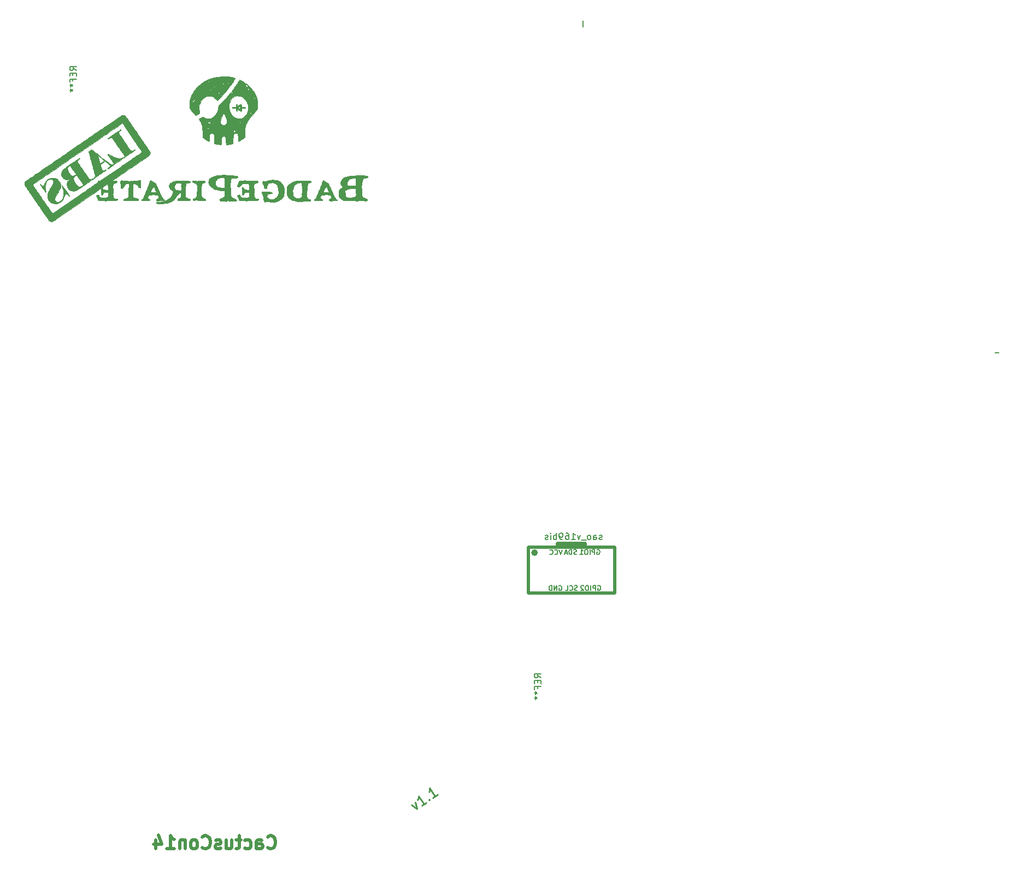
<source format=gbr>
%TF.GenerationSoftware,KiCad,Pcbnew,9.0.3*%
%TF.CreationDate,2026-01-04T11:16:32-06:00*%
%TF.ProjectId,CC14_Outer,43433134-5f4f-4757-9465-722e6b696361,v1*%
%TF.SameCoordinates,Original*%
%TF.FileFunction,Legend,Bot*%
%TF.FilePolarity,Positive*%
%FSLAX46Y46*%
G04 Gerber Fmt 4.6, Leading zero omitted, Abs format (unit mm)*
G04 Created by KiCad (PCBNEW 9.0.3) date 2026-01-04 11:16:32*
%MOMM*%
%LPD*%
G01*
G04 APERTURE LIST*
%ADD10C,0.150000*%
%ADD11C,0.500000*%
%ADD12C,0.250000*%
%ADD13C,0.010000*%
G04 APERTURE END LIST*
D10*
X218524160Y-107420000D02*
X217954160Y-107420000D01*
X154054160Y-55980000D02*
X154054160Y-56890000D01*
D11*
X105182005Y-184118761D02*
X105277243Y-184214000D01*
X105277243Y-184214000D02*
X105562957Y-184309238D01*
X105562957Y-184309238D02*
X105753433Y-184309238D01*
X105753433Y-184309238D02*
X106039148Y-184214000D01*
X106039148Y-184214000D02*
X106229624Y-184023523D01*
X106229624Y-184023523D02*
X106324862Y-183833047D01*
X106324862Y-183833047D02*
X106420100Y-183452095D01*
X106420100Y-183452095D02*
X106420100Y-183166380D01*
X106420100Y-183166380D02*
X106324862Y-182785428D01*
X106324862Y-182785428D02*
X106229624Y-182594952D01*
X106229624Y-182594952D02*
X106039148Y-182404476D01*
X106039148Y-182404476D02*
X105753433Y-182309238D01*
X105753433Y-182309238D02*
X105562957Y-182309238D01*
X105562957Y-182309238D02*
X105277243Y-182404476D01*
X105277243Y-182404476D02*
X105182005Y-182499714D01*
X103467719Y-184309238D02*
X103467719Y-183261619D01*
X103467719Y-183261619D02*
X103562957Y-183071142D01*
X103562957Y-183071142D02*
X103753433Y-182975904D01*
X103753433Y-182975904D02*
X104134386Y-182975904D01*
X104134386Y-182975904D02*
X104324862Y-183071142D01*
X103467719Y-184214000D02*
X103658195Y-184309238D01*
X103658195Y-184309238D02*
X104134386Y-184309238D01*
X104134386Y-184309238D02*
X104324862Y-184214000D01*
X104324862Y-184214000D02*
X104420100Y-184023523D01*
X104420100Y-184023523D02*
X104420100Y-183833047D01*
X104420100Y-183833047D02*
X104324862Y-183642571D01*
X104324862Y-183642571D02*
X104134386Y-183547333D01*
X104134386Y-183547333D02*
X103658195Y-183547333D01*
X103658195Y-183547333D02*
X103467719Y-183452095D01*
X101658195Y-184214000D02*
X101848671Y-184309238D01*
X101848671Y-184309238D02*
X102229624Y-184309238D01*
X102229624Y-184309238D02*
X102420100Y-184214000D01*
X102420100Y-184214000D02*
X102515338Y-184118761D01*
X102515338Y-184118761D02*
X102610576Y-183928285D01*
X102610576Y-183928285D02*
X102610576Y-183356857D01*
X102610576Y-183356857D02*
X102515338Y-183166380D01*
X102515338Y-183166380D02*
X102420100Y-183071142D01*
X102420100Y-183071142D02*
X102229624Y-182975904D01*
X102229624Y-182975904D02*
X101848671Y-182975904D01*
X101848671Y-182975904D02*
X101658195Y-183071142D01*
X101086766Y-182975904D02*
X100324862Y-182975904D01*
X100801052Y-182309238D02*
X100801052Y-184023523D01*
X100801052Y-184023523D02*
X100705814Y-184214000D01*
X100705814Y-184214000D02*
X100515338Y-184309238D01*
X100515338Y-184309238D02*
X100324862Y-184309238D01*
X98801052Y-182975904D02*
X98801052Y-184309238D01*
X99658195Y-182975904D02*
X99658195Y-184023523D01*
X99658195Y-184023523D02*
X99562957Y-184214000D01*
X99562957Y-184214000D02*
X99372481Y-184309238D01*
X99372481Y-184309238D02*
X99086766Y-184309238D01*
X99086766Y-184309238D02*
X98896290Y-184214000D01*
X98896290Y-184214000D02*
X98801052Y-184118761D01*
X97943909Y-184214000D02*
X97753433Y-184309238D01*
X97753433Y-184309238D02*
X97372481Y-184309238D01*
X97372481Y-184309238D02*
X97182004Y-184214000D01*
X97182004Y-184214000D02*
X97086766Y-184023523D01*
X97086766Y-184023523D02*
X97086766Y-183928285D01*
X97086766Y-183928285D02*
X97182004Y-183737809D01*
X97182004Y-183737809D02*
X97372481Y-183642571D01*
X97372481Y-183642571D02*
X97658195Y-183642571D01*
X97658195Y-183642571D02*
X97848671Y-183547333D01*
X97848671Y-183547333D02*
X97943909Y-183356857D01*
X97943909Y-183356857D02*
X97943909Y-183261619D01*
X97943909Y-183261619D02*
X97848671Y-183071142D01*
X97848671Y-183071142D02*
X97658195Y-182975904D01*
X97658195Y-182975904D02*
X97372481Y-182975904D01*
X97372481Y-182975904D02*
X97182004Y-183071142D01*
X95086766Y-184118761D02*
X95182004Y-184214000D01*
X95182004Y-184214000D02*
X95467718Y-184309238D01*
X95467718Y-184309238D02*
X95658194Y-184309238D01*
X95658194Y-184309238D02*
X95943909Y-184214000D01*
X95943909Y-184214000D02*
X96134385Y-184023523D01*
X96134385Y-184023523D02*
X96229623Y-183833047D01*
X96229623Y-183833047D02*
X96324861Y-183452095D01*
X96324861Y-183452095D02*
X96324861Y-183166380D01*
X96324861Y-183166380D02*
X96229623Y-182785428D01*
X96229623Y-182785428D02*
X96134385Y-182594952D01*
X96134385Y-182594952D02*
X95943909Y-182404476D01*
X95943909Y-182404476D02*
X95658194Y-182309238D01*
X95658194Y-182309238D02*
X95467718Y-182309238D01*
X95467718Y-182309238D02*
X95182004Y-182404476D01*
X95182004Y-182404476D02*
X95086766Y-182499714D01*
X93943909Y-184309238D02*
X94134385Y-184214000D01*
X94134385Y-184214000D02*
X94229623Y-184118761D01*
X94229623Y-184118761D02*
X94324861Y-183928285D01*
X94324861Y-183928285D02*
X94324861Y-183356857D01*
X94324861Y-183356857D02*
X94229623Y-183166380D01*
X94229623Y-183166380D02*
X94134385Y-183071142D01*
X94134385Y-183071142D02*
X93943909Y-182975904D01*
X93943909Y-182975904D02*
X93658194Y-182975904D01*
X93658194Y-182975904D02*
X93467718Y-183071142D01*
X93467718Y-183071142D02*
X93372480Y-183166380D01*
X93372480Y-183166380D02*
X93277242Y-183356857D01*
X93277242Y-183356857D02*
X93277242Y-183928285D01*
X93277242Y-183928285D02*
X93372480Y-184118761D01*
X93372480Y-184118761D02*
X93467718Y-184214000D01*
X93467718Y-184214000D02*
X93658194Y-184309238D01*
X93658194Y-184309238D02*
X93943909Y-184309238D01*
X92420099Y-182975904D02*
X92420099Y-184309238D01*
X92420099Y-183166380D02*
X92324861Y-183071142D01*
X92324861Y-183071142D02*
X92134385Y-182975904D01*
X92134385Y-182975904D02*
X91848670Y-182975904D01*
X91848670Y-182975904D02*
X91658194Y-183071142D01*
X91658194Y-183071142D02*
X91562956Y-183261619D01*
X91562956Y-183261619D02*
X91562956Y-184309238D01*
X89562956Y-184309238D02*
X90705813Y-184309238D01*
X90134385Y-184309238D02*
X90134385Y-182309238D01*
X90134385Y-182309238D02*
X90324861Y-182594952D01*
X90324861Y-182594952D02*
X90515337Y-182785428D01*
X90515337Y-182785428D02*
X90705813Y-182880666D01*
X87848670Y-182975904D02*
X87848670Y-184309238D01*
X88324861Y-182214000D02*
X88801051Y-183642571D01*
X88801051Y-183642571D02*
X87562956Y-183642571D01*
D12*
X127493935Y-177522578D02*
X128360066Y-178136882D01*
X128360066Y-178136882D02*
X128079044Y-177112881D01*
X129764327Y-177153608D02*
X129062196Y-177645245D01*
X129413261Y-177399426D02*
X128552897Y-176170698D01*
X128552897Y-176170698D02*
X128558784Y-176428170D01*
X128558784Y-176428170D02*
X128523702Y-176627132D01*
X128523702Y-176627132D02*
X128447650Y-176767582D01*
X130208984Y-176667859D02*
X130308465Y-176685400D01*
X130308465Y-176685400D02*
X130290924Y-176784881D01*
X130290924Y-176784881D02*
X130191443Y-176767339D01*
X130191443Y-176767339D02*
X130208984Y-176667859D01*
X130208984Y-176667859D02*
X130290924Y-176784881D01*
X131519652Y-175924516D02*
X130817522Y-176416153D01*
X131168587Y-176170334D02*
X130308222Y-174941606D01*
X130308222Y-174941606D02*
X130314110Y-175199078D01*
X130314110Y-175199078D02*
X130279028Y-175398039D01*
X130279028Y-175398039D02*
X130202976Y-175538490D01*
D10*
X156999961Y-136340600D02*
X156904723Y-136388219D01*
X156904723Y-136388219D02*
X156714247Y-136388219D01*
X156714247Y-136388219D02*
X156619009Y-136340600D01*
X156619009Y-136340600D02*
X156571390Y-136245361D01*
X156571390Y-136245361D02*
X156571390Y-136197742D01*
X156571390Y-136197742D02*
X156619009Y-136102504D01*
X156619009Y-136102504D02*
X156714247Y-136054885D01*
X156714247Y-136054885D02*
X156857104Y-136054885D01*
X156857104Y-136054885D02*
X156952342Y-136007266D01*
X156952342Y-136007266D02*
X156999961Y-135912028D01*
X156999961Y-135912028D02*
X156999961Y-135864409D01*
X156999961Y-135864409D02*
X156952342Y-135769171D01*
X156952342Y-135769171D02*
X156857104Y-135721552D01*
X156857104Y-135721552D02*
X156714247Y-135721552D01*
X156714247Y-135721552D02*
X156619009Y-135769171D01*
X155714247Y-136388219D02*
X155714247Y-135864409D01*
X155714247Y-135864409D02*
X155761866Y-135769171D01*
X155761866Y-135769171D02*
X155857104Y-135721552D01*
X155857104Y-135721552D02*
X156047580Y-135721552D01*
X156047580Y-135721552D02*
X156142818Y-135769171D01*
X155714247Y-136340600D02*
X155809485Y-136388219D01*
X155809485Y-136388219D02*
X156047580Y-136388219D01*
X156047580Y-136388219D02*
X156142818Y-136340600D01*
X156142818Y-136340600D02*
X156190437Y-136245361D01*
X156190437Y-136245361D02*
X156190437Y-136150123D01*
X156190437Y-136150123D02*
X156142818Y-136054885D01*
X156142818Y-136054885D02*
X156047580Y-136007266D01*
X156047580Y-136007266D02*
X155809485Y-136007266D01*
X155809485Y-136007266D02*
X155714247Y-135959647D01*
X155095199Y-136388219D02*
X155190437Y-136340600D01*
X155190437Y-136340600D02*
X155238056Y-136292980D01*
X155238056Y-136292980D02*
X155285675Y-136197742D01*
X155285675Y-136197742D02*
X155285675Y-135912028D01*
X155285675Y-135912028D02*
X155238056Y-135816790D01*
X155238056Y-135816790D02*
X155190437Y-135769171D01*
X155190437Y-135769171D02*
X155095199Y-135721552D01*
X155095199Y-135721552D02*
X154952342Y-135721552D01*
X154952342Y-135721552D02*
X154857104Y-135769171D01*
X154857104Y-135769171D02*
X154809485Y-135816790D01*
X154809485Y-135816790D02*
X154761866Y-135912028D01*
X154761866Y-135912028D02*
X154761866Y-136197742D01*
X154761866Y-136197742D02*
X154809485Y-136292980D01*
X154809485Y-136292980D02*
X154857104Y-136340600D01*
X154857104Y-136340600D02*
X154952342Y-136388219D01*
X154952342Y-136388219D02*
X155095199Y-136388219D01*
X154571390Y-136483457D02*
X153809485Y-136483457D01*
X153666627Y-135721552D02*
X153428532Y-136388219D01*
X153428532Y-136388219D02*
X153190437Y-135721552D01*
X152285675Y-136388219D02*
X152857103Y-136388219D01*
X152571389Y-136388219D02*
X152571389Y-135388219D01*
X152571389Y-135388219D02*
X152666627Y-135531076D01*
X152666627Y-135531076D02*
X152761865Y-135626314D01*
X152761865Y-135626314D02*
X152857103Y-135673933D01*
X151428532Y-135388219D02*
X151619008Y-135388219D01*
X151619008Y-135388219D02*
X151714246Y-135435838D01*
X151714246Y-135435838D02*
X151761865Y-135483457D01*
X151761865Y-135483457D02*
X151857103Y-135626314D01*
X151857103Y-135626314D02*
X151904722Y-135816790D01*
X151904722Y-135816790D02*
X151904722Y-136197742D01*
X151904722Y-136197742D02*
X151857103Y-136292980D01*
X151857103Y-136292980D02*
X151809484Y-136340600D01*
X151809484Y-136340600D02*
X151714246Y-136388219D01*
X151714246Y-136388219D02*
X151523770Y-136388219D01*
X151523770Y-136388219D02*
X151428532Y-136340600D01*
X151428532Y-136340600D02*
X151380913Y-136292980D01*
X151380913Y-136292980D02*
X151333294Y-136197742D01*
X151333294Y-136197742D02*
X151333294Y-135959647D01*
X151333294Y-135959647D02*
X151380913Y-135864409D01*
X151380913Y-135864409D02*
X151428532Y-135816790D01*
X151428532Y-135816790D02*
X151523770Y-135769171D01*
X151523770Y-135769171D02*
X151714246Y-135769171D01*
X151714246Y-135769171D02*
X151809484Y-135816790D01*
X151809484Y-135816790D02*
X151857103Y-135864409D01*
X151857103Y-135864409D02*
X151904722Y-135959647D01*
X150857103Y-136388219D02*
X150666627Y-136388219D01*
X150666627Y-136388219D02*
X150571389Y-136340600D01*
X150571389Y-136340600D02*
X150523770Y-136292980D01*
X150523770Y-136292980D02*
X150428532Y-136150123D01*
X150428532Y-136150123D02*
X150380913Y-135959647D01*
X150380913Y-135959647D02*
X150380913Y-135578695D01*
X150380913Y-135578695D02*
X150428532Y-135483457D01*
X150428532Y-135483457D02*
X150476151Y-135435838D01*
X150476151Y-135435838D02*
X150571389Y-135388219D01*
X150571389Y-135388219D02*
X150761865Y-135388219D01*
X150761865Y-135388219D02*
X150857103Y-135435838D01*
X150857103Y-135435838D02*
X150904722Y-135483457D01*
X150904722Y-135483457D02*
X150952341Y-135578695D01*
X150952341Y-135578695D02*
X150952341Y-135816790D01*
X150952341Y-135816790D02*
X150904722Y-135912028D01*
X150904722Y-135912028D02*
X150857103Y-135959647D01*
X150857103Y-135959647D02*
X150761865Y-136007266D01*
X150761865Y-136007266D02*
X150571389Y-136007266D01*
X150571389Y-136007266D02*
X150476151Y-135959647D01*
X150476151Y-135959647D02*
X150428532Y-135912028D01*
X150428532Y-135912028D02*
X150380913Y-135816790D01*
X149952341Y-136388219D02*
X149952341Y-135388219D01*
X149952341Y-135769171D02*
X149857103Y-135721552D01*
X149857103Y-135721552D02*
X149666627Y-135721552D01*
X149666627Y-135721552D02*
X149571389Y-135769171D01*
X149571389Y-135769171D02*
X149523770Y-135816790D01*
X149523770Y-135816790D02*
X149476151Y-135912028D01*
X149476151Y-135912028D02*
X149476151Y-136197742D01*
X149476151Y-136197742D02*
X149523770Y-136292980D01*
X149523770Y-136292980D02*
X149571389Y-136340600D01*
X149571389Y-136340600D02*
X149666627Y-136388219D01*
X149666627Y-136388219D02*
X149857103Y-136388219D01*
X149857103Y-136388219D02*
X149952341Y-136340600D01*
X149047579Y-136388219D02*
X149047579Y-135721552D01*
X149047579Y-135388219D02*
X149095198Y-135435838D01*
X149095198Y-135435838D02*
X149047579Y-135483457D01*
X149047579Y-135483457D02*
X148999960Y-135435838D01*
X148999960Y-135435838D02*
X149047579Y-135388219D01*
X149047579Y-135388219D02*
X149047579Y-135483457D01*
X148619008Y-136340600D02*
X148523770Y-136388219D01*
X148523770Y-136388219D02*
X148333294Y-136388219D01*
X148333294Y-136388219D02*
X148238056Y-136340600D01*
X148238056Y-136340600D02*
X148190437Y-136245361D01*
X148190437Y-136245361D02*
X148190437Y-136197742D01*
X148190437Y-136197742D02*
X148238056Y-136102504D01*
X148238056Y-136102504D02*
X148333294Y-136054885D01*
X148333294Y-136054885D02*
X148476151Y-136054885D01*
X148476151Y-136054885D02*
X148571389Y-136007266D01*
X148571389Y-136007266D02*
X148619008Y-135912028D01*
X148619008Y-135912028D02*
X148619008Y-135864409D01*
X148619008Y-135864409D02*
X148571389Y-135769171D01*
X148571389Y-135769171D02*
X148476151Y-135721552D01*
X148476151Y-135721552D02*
X148333294Y-135721552D01*
X148333294Y-135721552D02*
X148238056Y-135769171D01*
X150361628Y-143553278D02*
X150433057Y-143517564D01*
X150433057Y-143517564D02*
X150540199Y-143517564D01*
X150540199Y-143517564D02*
X150647342Y-143553278D01*
X150647342Y-143553278D02*
X150718771Y-143624707D01*
X150718771Y-143624707D02*
X150754485Y-143696135D01*
X150754485Y-143696135D02*
X150790199Y-143838992D01*
X150790199Y-143838992D02*
X150790199Y-143946135D01*
X150790199Y-143946135D02*
X150754485Y-144088992D01*
X150754485Y-144088992D02*
X150718771Y-144160421D01*
X150718771Y-144160421D02*
X150647342Y-144231850D01*
X150647342Y-144231850D02*
X150540199Y-144267564D01*
X150540199Y-144267564D02*
X150468771Y-144267564D01*
X150468771Y-144267564D02*
X150361628Y-144231850D01*
X150361628Y-144231850D02*
X150325914Y-144196135D01*
X150325914Y-144196135D02*
X150325914Y-143946135D01*
X150325914Y-143946135D02*
X150468771Y-143946135D01*
X150004485Y-144267564D02*
X150004485Y-143517564D01*
X150004485Y-143517564D02*
X149575914Y-144267564D01*
X149575914Y-144267564D02*
X149575914Y-143517564D01*
X149218771Y-144267564D02*
X149218771Y-143517564D01*
X149218771Y-143517564D02*
X149040200Y-143517564D01*
X149040200Y-143517564D02*
X148933057Y-143553278D01*
X148933057Y-143553278D02*
X148861628Y-143624707D01*
X148861628Y-143624707D02*
X148825914Y-143696135D01*
X148825914Y-143696135D02*
X148790200Y-143838992D01*
X148790200Y-143838992D02*
X148790200Y-143946135D01*
X148790200Y-143946135D02*
X148825914Y-144088992D01*
X148825914Y-144088992D02*
X148861628Y-144160421D01*
X148861628Y-144160421D02*
X148933057Y-144231850D01*
X148933057Y-144231850D02*
X149040200Y-144267564D01*
X149040200Y-144267564D02*
X149218771Y-144267564D01*
X153072309Y-138640454D02*
X152965167Y-138676168D01*
X152965167Y-138676168D02*
X152786595Y-138676168D01*
X152786595Y-138676168D02*
X152715167Y-138640454D01*
X152715167Y-138640454D02*
X152679452Y-138604739D01*
X152679452Y-138604739D02*
X152643738Y-138533311D01*
X152643738Y-138533311D02*
X152643738Y-138461882D01*
X152643738Y-138461882D02*
X152679452Y-138390454D01*
X152679452Y-138390454D02*
X152715167Y-138354739D01*
X152715167Y-138354739D02*
X152786595Y-138319025D01*
X152786595Y-138319025D02*
X152929452Y-138283311D01*
X152929452Y-138283311D02*
X153000881Y-138247596D01*
X153000881Y-138247596D02*
X153036595Y-138211882D01*
X153036595Y-138211882D02*
X153072309Y-138140454D01*
X153072309Y-138140454D02*
X153072309Y-138069025D01*
X153072309Y-138069025D02*
X153036595Y-137997596D01*
X153036595Y-137997596D02*
X153000881Y-137961882D01*
X153000881Y-137961882D02*
X152929452Y-137926168D01*
X152929452Y-137926168D02*
X152750881Y-137926168D01*
X152750881Y-137926168D02*
X152643738Y-137961882D01*
X152322309Y-138676168D02*
X152322309Y-137926168D01*
X152322309Y-137926168D02*
X152143738Y-137926168D01*
X152143738Y-137926168D02*
X152036595Y-137961882D01*
X152036595Y-137961882D02*
X151965166Y-138033311D01*
X151965166Y-138033311D02*
X151929452Y-138104739D01*
X151929452Y-138104739D02*
X151893738Y-138247596D01*
X151893738Y-138247596D02*
X151893738Y-138354739D01*
X151893738Y-138354739D02*
X151929452Y-138497596D01*
X151929452Y-138497596D02*
X151965166Y-138569025D01*
X151965166Y-138569025D02*
X152036595Y-138640454D01*
X152036595Y-138640454D02*
X152143738Y-138676168D01*
X152143738Y-138676168D02*
X152322309Y-138676168D01*
X151608023Y-138461882D02*
X151250881Y-138461882D01*
X151679452Y-138676168D02*
X151429452Y-137926168D01*
X151429452Y-137926168D02*
X151179452Y-138676168D01*
X150840199Y-137957564D02*
X150590199Y-138707564D01*
X150590199Y-138707564D02*
X150340199Y-137957564D01*
X149661628Y-138636135D02*
X149697342Y-138671850D01*
X149697342Y-138671850D02*
X149804485Y-138707564D01*
X149804485Y-138707564D02*
X149875913Y-138707564D01*
X149875913Y-138707564D02*
X149983056Y-138671850D01*
X149983056Y-138671850D02*
X150054485Y-138600421D01*
X150054485Y-138600421D02*
X150090199Y-138528992D01*
X150090199Y-138528992D02*
X150125913Y-138386135D01*
X150125913Y-138386135D02*
X150125913Y-138278992D01*
X150125913Y-138278992D02*
X150090199Y-138136135D01*
X150090199Y-138136135D02*
X150054485Y-138064707D01*
X150054485Y-138064707D02*
X149983056Y-137993278D01*
X149983056Y-137993278D02*
X149875913Y-137957564D01*
X149875913Y-137957564D02*
X149804485Y-137957564D01*
X149804485Y-137957564D02*
X149697342Y-137993278D01*
X149697342Y-137993278D02*
X149661628Y-138028992D01*
X148911628Y-138636135D02*
X148947342Y-138671850D01*
X148947342Y-138671850D02*
X149054485Y-138707564D01*
X149054485Y-138707564D02*
X149125913Y-138707564D01*
X149125913Y-138707564D02*
X149233056Y-138671850D01*
X149233056Y-138671850D02*
X149304485Y-138600421D01*
X149304485Y-138600421D02*
X149340199Y-138528992D01*
X149340199Y-138528992D02*
X149375913Y-138386135D01*
X149375913Y-138386135D02*
X149375913Y-138278992D01*
X149375913Y-138278992D02*
X149340199Y-138136135D01*
X149340199Y-138136135D02*
X149304485Y-138064707D01*
X149304485Y-138064707D02*
X149233056Y-137993278D01*
X149233056Y-137993278D02*
X149125913Y-137957564D01*
X149125913Y-137957564D02*
X149054485Y-137957564D01*
X149054485Y-137957564D02*
X148947342Y-137993278D01*
X148947342Y-137993278D02*
X148911628Y-138028992D01*
X153183056Y-144231850D02*
X153075914Y-144267564D01*
X153075914Y-144267564D02*
X152897342Y-144267564D01*
X152897342Y-144267564D02*
X152825914Y-144231850D01*
X152825914Y-144231850D02*
X152790199Y-144196135D01*
X152790199Y-144196135D02*
X152754485Y-144124707D01*
X152754485Y-144124707D02*
X152754485Y-144053278D01*
X152754485Y-144053278D02*
X152790199Y-143981850D01*
X152790199Y-143981850D02*
X152825914Y-143946135D01*
X152825914Y-143946135D02*
X152897342Y-143910421D01*
X152897342Y-143910421D02*
X153040199Y-143874707D01*
X153040199Y-143874707D02*
X153111628Y-143838992D01*
X153111628Y-143838992D02*
X153147342Y-143803278D01*
X153147342Y-143803278D02*
X153183056Y-143731850D01*
X153183056Y-143731850D02*
X153183056Y-143660421D01*
X153183056Y-143660421D02*
X153147342Y-143588992D01*
X153147342Y-143588992D02*
X153111628Y-143553278D01*
X153111628Y-143553278D02*
X153040199Y-143517564D01*
X153040199Y-143517564D02*
X152861628Y-143517564D01*
X152861628Y-143517564D02*
X152754485Y-143553278D01*
X152004485Y-144196135D02*
X152040199Y-144231850D01*
X152040199Y-144231850D02*
X152147342Y-144267564D01*
X152147342Y-144267564D02*
X152218770Y-144267564D01*
X152218770Y-144267564D02*
X152325913Y-144231850D01*
X152325913Y-144231850D02*
X152397342Y-144160421D01*
X152397342Y-144160421D02*
X152433056Y-144088992D01*
X152433056Y-144088992D02*
X152468770Y-143946135D01*
X152468770Y-143946135D02*
X152468770Y-143838992D01*
X152468770Y-143838992D02*
X152433056Y-143696135D01*
X152433056Y-143696135D02*
X152397342Y-143624707D01*
X152397342Y-143624707D02*
X152325913Y-143553278D01*
X152325913Y-143553278D02*
X152218770Y-143517564D01*
X152218770Y-143517564D02*
X152147342Y-143517564D01*
X152147342Y-143517564D02*
X152040199Y-143553278D01*
X152040199Y-143553278D02*
X152004485Y-143588992D01*
X151325913Y-144267564D02*
X151683056Y-144267564D01*
X151683056Y-144267564D02*
X151683056Y-143517564D01*
X156248738Y-137951882D02*
X156320167Y-137916168D01*
X156320167Y-137916168D02*
X156427309Y-137916168D01*
X156427309Y-137916168D02*
X156534452Y-137951882D01*
X156534452Y-137951882D02*
X156605881Y-138023311D01*
X156605881Y-138023311D02*
X156641595Y-138094739D01*
X156641595Y-138094739D02*
X156677309Y-138237596D01*
X156677309Y-138237596D02*
X156677309Y-138344739D01*
X156677309Y-138344739D02*
X156641595Y-138487596D01*
X156641595Y-138487596D02*
X156605881Y-138559025D01*
X156605881Y-138559025D02*
X156534452Y-138630454D01*
X156534452Y-138630454D02*
X156427309Y-138666168D01*
X156427309Y-138666168D02*
X156355881Y-138666168D01*
X156355881Y-138666168D02*
X156248738Y-138630454D01*
X156248738Y-138630454D02*
X156213024Y-138594739D01*
X156213024Y-138594739D02*
X156213024Y-138344739D01*
X156213024Y-138344739D02*
X156355881Y-138344739D01*
X155891595Y-138666168D02*
X155891595Y-137916168D01*
X155891595Y-137916168D02*
X155605881Y-137916168D01*
X155605881Y-137916168D02*
X155534452Y-137951882D01*
X155534452Y-137951882D02*
X155498738Y-137987596D01*
X155498738Y-137987596D02*
X155463024Y-138059025D01*
X155463024Y-138059025D02*
X155463024Y-138166168D01*
X155463024Y-138166168D02*
X155498738Y-138237596D01*
X155498738Y-138237596D02*
X155534452Y-138273311D01*
X155534452Y-138273311D02*
X155605881Y-138309025D01*
X155605881Y-138309025D02*
X155891595Y-138309025D01*
X155141595Y-138666168D02*
X155141595Y-137916168D01*
X154641595Y-137916168D02*
X154498738Y-137916168D01*
X154498738Y-137916168D02*
X154427309Y-137951882D01*
X154427309Y-137951882D02*
X154355881Y-138023311D01*
X154355881Y-138023311D02*
X154320166Y-138166168D01*
X154320166Y-138166168D02*
X154320166Y-138416168D01*
X154320166Y-138416168D02*
X154355881Y-138559025D01*
X154355881Y-138559025D02*
X154427309Y-138630454D01*
X154427309Y-138630454D02*
X154498738Y-138666168D01*
X154498738Y-138666168D02*
X154641595Y-138666168D01*
X154641595Y-138666168D02*
X154713024Y-138630454D01*
X154713024Y-138630454D02*
X154784452Y-138559025D01*
X154784452Y-138559025D02*
X154820166Y-138416168D01*
X154820166Y-138416168D02*
X154820166Y-138166168D01*
X154820166Y-138166168D02*
X154784452Y-138023311D01*
X154784452Y-138023311D02*
X154713024Y-137951882D01*
X154713024Y-137951882D02*
X154641595Y-137916168D01*
X153605881Y-138666168D02*
X154034452Y-138666168D01*
X153820167Y-138666168D02*
X153820167Y-137916168D01*
X153820167Y-137916168D02*
X153891595Y-138023311D01*
X153891595Y-138023311D02*
X153963024Y-138094739D01*
X153963024Y-138094739D02*
X154034452Y-138130454D01*
X156367342Y-143543278D02*
X156438771Y-143507564D01*
X156438771Y-143507564D02*
X156545913Y-143507564D01*
X156545913Y-143507564D02*
X156653056Y-143543278D01*
X156653056Y-143543278D02*
X156724485Y-143614707D01*
X156724485Y-143614707D02*
X156760199Y-143686135D01*
X156760199Y-143686135D02*
X156795913Y-143828992D01*
X156795913Y-143828992D02*
X156795913Y-143936135D01*
X156795913Y-143936135D02*
X156760199Y-144078992D01*
X156760199Y-144078992D02*
X156724485Y-144150421D01*
X156724485Y-144150421D02*
X156653056Y-144221850D01*
X156653056Y-144221850D02*
X156545913Y-144257564D01*
X156545913Y-144257564D02*
X156474485Y-144257564D01*
X156474485Y-144257564D02*
X156367342Y-144221850D01*
X156367342Y-144221850D02*
X156331628Y-144186135D01*
X156331628Y-144186135D02*
X156331628Y-143936135D01*
X156331628Y-143936135D02*
X156474485Y-143936135D01*
X156010199Y-144257564D02*
X156010199Y-143507564D01*
X156010199Y-143507564D02*
X155724485Y-143507564D01*
X155724485Y-143507564D02*
X155653056Y-143543278D01*
X155653056Y-143543278D02*
X155617342Y-143578992D01*
X155617342Y-143578992D02*
X155581628Y-143650421D01*
X155581628Y-143650421D02*
X155581628Y-143757564D01*
X155581628Y-143757564D02*
X155617342Y-143828992D01*
X155617342Y-143828992D02*
X155653056Y-143864707D01*
X155653056Y-143864707D02*
X155724485Y-143900421D01*
X155724485Y-143900421D02*
X156010199Y-143900421D01*
X155260199Y-144257564D02*
X155260199Y-143507564D01*
X154760199Y-143507564D02*
X154617342Y-143507564D01*
X154617342Y-143507564D02*
X154545913Y-143543278D01*
X154545913Y-143543278D02*
X154474485Y-143614707D01*
X154474485Y-143614707D02*
X154438770Y-143757564D01*
X154438770Y-143757564D02*
X154438770Y-144007564D01*
X154438770Y-144007564D02*
X154474485Y-144150421D01*
X154474485Y-144150421D02*
X154545913Y-144221850D01*
X154545913Y-144221850D02*
X154617342Y-144257564D01*
X154617342Y-144257564D02*
X154760199Y-144257564D01*
X154760199Y-144257564D02*
X154831628Y-144221850D01*
X154831628Y-144221850D02*
X154903056Y-144150421D01*
X154903056Y-144150421D02*
X154938770Y-144007564D01*
X154938770Y-144007564D02*
X154938770Y-143757564D01*
X154938770Y-143757564D02*
X154903056Y-143614707D01*
X154903056Y-143614707D02*
X154831628Y-143543278D01*
X154831628Y-143543278D02*
X154760199Y-143507564D01*
X154153056Y-143578992D02*
X154117342Y-143543278D01*
X154117342Y-143543278D02*
X154045914Y-143507564D01*
X154045914Y-143507564D02*
X153867342Y-143507564D01*
X153867342Y-143507564D02*
X153795914Y-143543278D01*
X153795914Y-143543278D02*
X153760199Y-143578992D01*
X153760199Y-143578992D02*
X153724485Y-143650421D01*
X153724485Y-143650421D02*
X153724485Y-143721850D01*
X153724485Y-143721850D02*
X153760199Y-143828992D01*
X153760199Y-143828992D02*
X154188771Y-144257564D01*
X154188771Y-144257564D02*
X153724485Y-144257564D01*
X75549179Y-63635067D02*
X75072988Y-63301734D01*
X75549179Y-63063639D02*
X74549179Y-63063639D01*
X74549179Y-63063639D02*
X74549179Y-63444591D01*
X74549179Y-63444591D02*
X74596798Y-63539829D01*
X74596798Y-63539829D02*
X74644417Y-63587448D01*
X74644417Y-63587448D02*
X74739655Y-63635067D01*
X74739655Y-63635067D02*
X74882512Y-63635067D01*
X74882512Y-63635067D02*
X74977750Y-63587448D01*
X74977750Y-63587448D02*
X75025369Y-63539829D01*
X75025369Y-63539829D02*
X75072988Y-63444591D01*
X75072988Y-63444591D02*
X75072988Y-63063639D01*
X75025369Y-64063639D02*
X75025369Y-64396972D01*
X75549179Y-64539829D02*
X75549179Y-64063639D01*
X75549179Y-64063639D02*
X74549179Y-64063639D01*
X74549179Y-64063639D02*
X74549179Y-64539829D01*
X75025369Y-65301734D02*
X75025369Y-64968401D01*
X75549179Y-64968401D02*
X74549179Y-64968401D01*
X74549179Y-64968401D02*
X74549179Y-65444591D01*
X74549179Y-65968401D02*
X74787274Y-65968401D01*
X74692036Y-65730306D02*
X74787274Y-65968401D01*
X74787274Y-65968401D02*
X74692036Y-66206496D01*
X74977750Y-65825544D02*
X74787274Y-65968401D01*
X74787274Y-65968401D02*
X74977750Y-66111258D01*
X74549179Y-66730306D02*
X74787274Y-66730306D01*
X74692036Y-66492211D02*
X74787274Y-66730306D01*
X74787274Y-66730306D02*
X74692036Y-66968401D01*
X74977750Y-66587449D02*
X74787274Y-66730306D01*
X74787274Y-66730306D02*
X74977750Y-66873163D01*
X147559819Y-157820150D02*
X147083628Y-157486817D01*
X147559819Y-157248722D02*
X146559819Y-157248722D01*
X146559819Y-157248722D02*
X146559819Y-157629674D01*
X146559819Y-157629674D02*
X146607438Y-157724912D01*
X146607438Y-157724912D02*
X146655057Y-157772531D01*
X146655057Y-157772531D02*
X146750295Y-157820150D01*
X146750295Y-157820150D02*
X146893152Y-157820150D01*
X146893152Y-157820150D02*
X146988390Y-157772531D01*
X146988390Y-157772531D02*
X147036009Y-157724912D01*
X147036009Y-157724912D02*
X147083628Y-157629674D01*
X147083628Y-157629674D02*
X147083628Y-157248722D01*
X147036009Y-158248722D02*
X147036009Y-158582055D01*
X147559819Y-158724912D02*
X147559819Y-158248722D01*
X147559819Y-158248722D02*
X146559819Y-158248722D01*
X146559819Y-158248722D02*
X146559819Y-158724912D01*
X147036009Y-159486817D02*
X147036009Y-159153484D01*
X147559819Y-159153484D02*
X146559819Y-159153484D01*
X146559819Y-159153484D02*
X146559819Y-159629674D01*
X146559819Y-160153484D02*
X146797914Y-160153484D01*
X146702676Y-159915389D02*
X146797914Y-160153484D01*
X146797914Y-160153484D02*
X146702676Y-160391579D01*
X146988390Y-160010627D02*
X146797914Y-160153484D01*
X146797914Y-160153484D02*
X146988390Y-160296341D01*
X146559819Y-160915389D02*
X146797914Y-160915389D01*
X146702676Y-160677294D02*
X146797914Y-160915389D01*
X146797914Y-160915389D02*
X146702676Y-161153484D01*
X146988390Y-160772532D02*
X146797914Y-160915389D01*
X146797914Y-160915389D02*
X146988390Y-161058246D01*
D13*
%TO.C,G\u002A\u002A\u002A*%
X101710572Y-69423757D02*
X101712500Y-69475548D01*
X101694334Y-69506172D01*
X101641566Y-69520327D01*
X101539692Y-69522709D01*
X101374206Y-69518016D01*
X101129975Y-69509963D01*
X101129975Y-69721932D01*
X101127908Y-69806537D01*
X101118451Y-69909167D01*
X101103924Y-69959952D01*
X101087697Y-69973543D01*
X101053513Y-69981046D01*
X101000865Y-69960797D01*
X100915326Y-69906075D01*
X100782472Y-69810157D01*
X100760051Y-69793714D01*
X100646944Y-69712795D01*
X100562708Y-69655841D01*
X100524173Y-69634311D01*
X100522501Y-69634788D01*
X100509906Y-69675960D01*
X100504745Y-69763264D01*
X100504732Y-69766322D01*
X100490883Y-69869200D01*
X100458782Y-69938181D01*
X100409341Y-69965618D01*
X100357691Y-69936637D01*
X100322417Y-69846264D01*
X100309360Y-69703669D01*
X100309360Y-69509058D01*
X100050098Y-69522838D01*
X99978298Y-69525990D01*
X99858031Y-69524244D01*
X99788088Y-69507163D01*
X99749518Y-69471509D01*
X99729289Y-69420753D01*
X99731193Y-69415829D01*
X100574110Y-69415829D01*
X100685966Y-69507463D01*
X100795075Y-69594552D01*
X100873928Y-69642721D01*
X100915547Y-69632263D01*
X100931809Y-69558925D01*
X100934591Y-69418456D01*
X100934006Y-69303394D01*
X100924369Y-69217222D01*
X100892140Y-69194801D01*
X100823720Y-69230114D01*
X100705504Y-69317147D01*
X100574110Y-69415829D01*
X99731193Y-69415829D01*
X99758088Y-69346288D01*
X99767214Y-69336437D01*
X99819649Y-69308458D01*
X99909555Y-69300250D01*
X100056555Y-69309389D01*
X100305135Y-69332602D01*
X100317017Y-69102456D01*
X100322674Y-69014496D01*
X100336585Y-68923631D01*
X100362389Y-68882172D01*
X100407052Y-68872311D01*
X100451675Y-68882199D01*
X100484917Y-68931817D01*
X100504745Y-69040560D01*
X100524283Y-69208810D01*
X100768819Y-69026727D01*
X100794879Y-69007468D01*
X100938039Y-68911019D01*
X101034682Y-68871078D01*
X101093254Y-68889585D01*
X101122203Y-68968482D01*
X101129975Y-69109708D01*
X101129975Y-69330019D01*
X101696591Y-69302157D01*
X101708956Y-69409618D01*
X101709967Y-69418456D01*
X101710572Y-69423757D01*
G36*
X101710572Y-69423757D02*
G01*
X101712500Y-69475548D01*
X101694334Y-69506172D01*
X101641566Y-69520327D01*
X101539692Y-69522709D01*
X101374206Y-69518016D01*
X101129975Y-69509963D01*
X101129975Y-69721932D01*
X101127908Y-69806537D01*
X101118451Y-69909167D01*
X101103924Y-69959952D01*
X101087697Y-69973543D01*
X101053513Y-69981046D01*
X101000865Y-69960797D01*
X100915326Y-69906075D01*
X100782472Y-69810157D01*
X100760051Y-69793714D01*
X100646944Y-69712795D01*
X100562708Y-69655841D01*
X100524173Y-69634311D01*
X100522501Y-69634788D01*
X100509906Y-69675960D01*
X100504745Y-69763264D01*
X100504732Y-69766322D01*
X100490883Y-69869200D01*
X100458782Y-69938181D01*
X100409341Y-69965618D01*
X100357691Y-69936637D01*
X100322417Y-69846264D01*
X100309360Y-69703669D01*
X100309360Y-69509058D01*
X100050098Y-69522838D01*
X99978298Y-69525990D01*
X99858031Y-69524244D01*
X99788088Y-69507163D01*
X99749518Y-69471509D01*
X99729289Y-69420753D01*
X99731193Y-69415829D01*
X100574110Y-69415829D01*
X100685966Y-69507463D01*
X100795075Y-69594552D01*
X100873928Y-69642721D01*
X100915547Y-69632263D01*
X100931809Y-69558925D01*
X100934591Y-69418456D01*
X100934006Y-69303394D01*
X100924369Y-69217222D01*
X100892140Y-69194801D01*
X100823720Y-69230114D01*
X100705504Y-69317147D01*
X100574110Y-69415829D01*
X99731193Y-69415829D01*
X99758088Y-69346288D01*
X99767214Y-69336437D01*
X99819649Y-69308458D01*
X99909555Y-69300250D01*
X100056555Y-69309389D01*
X100305135Y-69332602D01*
X100317017Y-69102456D01*
X100322674Y-69014496D01*
X100336585Y-68923631D01*
X100362389Y-68882172D01*
X100407052Y-68872311D01*
X100451675Y-68882199D01*
X100484917Y-68931817D01*
X100504745Y-69040560D01*
X100524283Y-69208810D01*
X100768819Y-69026727D01*
X100794879Y-69007468D01*
X100938039Y-68911019D01*
X101034682Y-68871078D01*
X101093254Y-68889585D01*
X101122203Y-68968482D01*
X101129975Y-69109708D01*
X101129975Y-69330019D01*
X101696591Y-69302157D01*
X101708956Y-69409618D01*
X101709967Y-69418456D01*
X101710572Y-69423757D01*
G37*
X99764285Y-65478485D02*
X99692784Y-65581296D01*
X99614639Y-65693662D01*
X99600831Y-65713517D01*
X99508718Y-65841668D01*
X99465020Y-65902464D01*
X99418588Y-65967063D01*
X99362461Y-66042914D01*
X99250299Y-66194492D01*
X99223393Y-66230854D01*
X99192088Y-66271977D01*
X99059726Y-66445857D01*
X99021084Y-66496620D01*
X98904719Y-66644926D01*
X98873897Y-66684209D01*
X98817496Y-66756092D01*
X98780811Y-66801234D01*
X98669665Y-66938003D01*
X98618468Y-67001003D01*
X98586165Y-67039294D01*
X98552994Y-67078615D01*
X98522500Y-67113508D01*
X98414664Y-67236905D01*
X98257369Y-67411418D01*
X98089997Y-67592849D01*
X97921440Y-67771896D01*
X97760584Y-67939252D01*
X97616321Y-68085615D01*
X97497539Y-68201679D01*
X97413127Y-68278140D01*
X97371974Y-68305695D01*
X97364002Y-68303018D01*
X97309240Y-68260995D01*
X97221849Y-68178562D01*
X97116661Y-68069442D01*
X97105006Y-68056973D01*
X96972668Y-67927547D01*
X96834352Y-67809684D01*
X96718185Y-67727519D01*
X96643274Y-67686089D01*
X96558970Y-67651827D01*
X96463043Y-67632436D01*
X96333330Y-67623812D01*
X96147668Y-67621849D01*
X95975634Y-67623369D01*
X95841566Y-67631287D01*
X95740632Y-67650172D01*
X95649356Y-67684582D01*
X95544266Y-67739080D01*
X95447885Y-67798552D01*
X95288095Y-67916061D01*
X95192498Y-68000132D01*
X95150063Y-68037451D01*
X95115454Y-68076561D01*
X95002710Y-68203969D01*
X94805759Y-68510824D01*
X94688165Y-68794157D01*
X94665198Y-68849496D01*
X94585209Y-69205129D01*
X94569971Y-69562865D01*
X94593257Y-69712464D01*
X94623668Y-69907849D01*
X94640767Y-69972008D01*
X94670806Y-70106863D01*
X94669171Y-70198811D01*
X94626383Y-70267474D01*
X94532965Y-70332471D01*
X94379437Y-70413423D01*
X94183620Y-70507430D01*
X94045995Y-70558693D01*
X93965820Y-70566804D01*
X93939822Y-70532652D01*
X93924799Y-70504148D01*
X93865413Y-70427422D01*
X93771375Y-70318456D01*
X93653952Y-70190728D01*
X93570919Y-70101582D01*
X93447448Y-69964317D01*
X93346071Y-69846069D01*
X93282954Y-69765374D01*
X93253080Y-69712464D01*
X93431822Y-69712464D01*
X93432957Y-69721805D01*
X93470899Y-69751541D01*
X93480239Y-69750406D01*
X93509975Y-69712464D01*
X93508840Y-69703124D01*
X93470899Y-69673388D01*
X93461558Y-69674523D01*
X93431822Y-69712464D01*
X93253080Y-69712464D01*
X93215906Y-69646624D01*
X93135064Y-69402404D01*
X93092723Y-69107690D01*
X93091320Y-68794157D01*
X93236437Y-68794157D01*
X93255975Y-68813695D01*
X93275514Y-68794157D01*
X93255975Y-68774618D01*
X93236437Y-68794157D01*
X93091320Y-68794157D01*
X93091233Y-68774618D01*
X93096773Y-68693777D01*
X93110066Y-68564936D01*
X93360580Y-68564936D01*
X93392745Y-68579234D01*
X93413432Y-68576414D01*
X93418796Y-68553182D01*
X93413069Y-68548506D01*
X93366693Y-68553182D01*
X93360580Y-68564936D01*
X93110066Y-68564936D01*
X93117016Y-68497574D01*
X93509975Y-68497574D01*
X93515876Y-68544555D01*
X93524878Y-68553182D01*
X93555653Y-68582679D01*
X93627506Y-68559438D01*
X93725064Y-68477838D01*
X93841959Y-68340884D01*
X93849917Y-68330374D01*
X93940247Y-68201971D01*
X93988114Y-68115584D01*
X93992714Y-68076561D01*
X93953242Y-68090252D01*
X93868891Y-68162006D01*
X93849479Y-68180091D01*
X93772600Y-68242183D01*
X93722760Y-68267918D01*
X93688326Y-68276832D01*
X93608078Y-68333833D01*
X93539210Y-68417578D01*
X93509975Y-68497574D01*
X93117016Y-68497574D01*
X93117296Y-68494861D01*
X93145761Y-68298235D01*
X93179147Y-68119006D01*
X93200035Y-68032157D01*
X93744437Y-68032157D01*
X93745665Y-68056130D01*
X93763790Y-68066278D01*
X93822591Y-68032157D01*
X93830076Y-68027261D01*
X93858073Y-68000132D01*
X93812822Y-67993678D01*
X93776657Y-67999313D01*
X93744437Y-68032157D01*
X93200035Y-68032157D01*
X93214436Y-67972281D01*
X93248608Y-67873167D01*
X93278646Y-67836772D01*
X93301645Y-67815234D01*
X93314591Y-67744330D01*
X93315287Y-67733734D01*
X93338534Y-67644991D01*
X93388104Y-67516176D01*
X93454962Y-67371303D01*
X93500944Y-67282047D01*
X93564288Y-67175311D01*
X93609769Y-67127916D01*
X93644172Y-67131253D01*
X93695950Y-67154772D01*
X93700936Y-67149327D01*
X96013813Y-67149327D01*
X96041990Y-67147249D01*
X96064467Y-67134501D01*
X97522693Y-67134501D01*
X97524380Y-67174881D01*
X97587119Y-67223296D01*
X97644854Y-67257518D01*
X97686768Y-67255677D01*
X97721150Y-67196442D01*
X97726509Y-67184251D01*
X97738518Y-67113508D01*
X97691281Y-67064349D01*
X97686378Y-67061349D01*
X97620618Y-67044162D01*
X97557249Y-67091203D01*
X97522693Y-67134501D01*
X96064467Y-67134501D01*
X96105800Y-67111058D01*
X96150333Y-67071622D01*
X96164292Y-67039294D01*
X96136114Y-67041372D01*
X96072305Y-67077563D01*
X96027772Y-67117000D01*
X96013813Y-67149327D01*
X93700936Y-67149327D01*
X93727113Y-67120743D01*
X93720431Y-67031807D01*
X93719679Y-67028500D01*
X93736440Y-66932855D01*
X93745111Y-66917679D01*
X94182632Y-66917679D01*
X94187309Y-66964054D01*
X94199062Y-66970168D01*
X94213360Y-66938003D01*
X94210540Y-66917316D01*
X94187309Y-66911952D01*
X94182632Y-66917679D01*
X93745111Y-66917679D01*
X93815995Y-66793623D01*
X93856554Y-66741535D01*
X96212097Y-66741535D01*
X96241851Y-66797005D01*
X96290702Y-66844543D01*
X96343937Y-66848964D01*
X96370376Y-66801234D01*
X98472745Y-66801234D01*
X98492283Y-66820772D01*
X98511822Y-66801234D01*
X98492283Y-66781695D01*
X98472745Y-66801234D01*
X96370376Y-66801234D01*
X96383378Y-66777762D01*
X96385624Y-66770317D01*
X96387834Y-66684209D01*
X96342501Y-66649956D01*
X96264273Y-66679628D01*
X96244780Y-66694567D01*
X96212097Y-66741535D01*
X93856554Y-66741535D01*
X93931781Y-66644926D01*
X93978899Y-66644926D01*
X93998437Y-66664464D01*
X94017975Y-66644926D01*
X93998437Y-66625388D01*
X93978899Y-66644926D01*
X93931781Y-66644926D01*
X93957294Y-66612161D01*
X94064772Y-66493859D01*
X95705195Y-66493859D01*
X95737360Y-66508157D01*
X95758047Y-66505337D01*
X95761360Y-66490989D01*
X96565470Y-66490989D01*
X96573777Y-66504226D01*
X96636129Y-66469080D01*
X96663614Y-66445857D01*
X96648205Y-66430601D01*
X96634583Y-66431927D01*
X96577514Y-66469080D01*
X96570353Y-66482105D01*
X96565470Y-66490989D01*
X95761360Y-66490989D01*
X95763411Y-66482105D01*
X95757684Y-66477429D01*
X95711309Y-66482105D01*
X95705195Y-66493859D01*
X94064772Y-66493859D01*
X94159285Y-66389827D01*
X94261917Y-66287108D01*
X98020347Y-66287108D01*
X98036794Y-66328537D01*
X98053959Y-66334699D01*
X98102727Y-66310810D01*
X98115482Y-66271977D01*
X98091378Y-66239738D01*
X98038842Y-66262121D01*
X98020347Y-66287108D01*
X94261917Y-66287108D01*
X94310248Y-66238736D01*
X96760775Y-66238736D01*
X96787244Y-66277593D01*
X96852235Y-66282700D01*
X96928743Y-66249663D01*
X96936404Y-66243950D01*
X96978662Y-66194492D01*
X96955338Y-66147427D01*
X96891061Y-66126188D01*
X96815100Y-66155193D01*
X96763804Y-66222826D01*
X96760775Y-66238736D01*
X94310248Y-66238736D01*
X94420915Y-66127976D01*
X94459669Y-66092145D01*
X98570559Y-66092145D01*
X98588354Y-66135924D01*
X98614193Y-66139755D01*
X98653694Y-66098641D01*
X98666234Y-66042914D01*
X98645333Y-66015710D01*
X98593646Y-66054349D01*
X98570559Y-66092145D01*
X94459669Y-66092145D01*
X94588164Y-65973340D01*
X94677370Y-65902464D01*
X98668129Y-65902464D01*
X98687668Y-65922003D01*
X98707206Y-65902464D01*
X98687668Y-65882926D01*
X98668129Y-65902464D01*
X94677370Y-65902464D01*
X94775736Y-65824311D01*
X95463822Y-65824311D01*
X95464956Y-65839883D01*
X95497214Y-65881709D01*
X95553939Y-65857937D01*
X95563840Y-65841668D01*
X95551620Y-65791551D01*
X95500592Y-65765695D01*
X95483699Y-65772290D01*
X95463822Y-65824311D01*
X94775736Y-65824311D01*
X94898216Y-65726999D01*
X98172323Y-65726999D01*
X98204941Y-65770066D01*
X98264769Y-65796552D01*
X98353746Y-65796267D01*
X98408722Y-65746157D01*
X98420611Y-65693662D01*
X98398958Y-65615338D01*
X98393947Y-65612041D01*
X98960841Y-65612041D01*
X98978020Y-65651587D01*
X99035250Y-65661061D01*
X99105277Y-65633042D01*
X99110663Y-65629031D01*
X99146742Y-65581296D01*
X99118553Y-65519725D01*
X99113520Y-65513025D01*
X99070770Y-65479594D01*
X99026731Y-65504770D01*
X98967515Y-65595524D01*
X98960841Y-65612041D01*
X98393947Y-65612041D01*
X98338592Y-65575619D01*
X98263219Y-65584864D01*
X98196547Y-65653434D01*
X98195126Y-65656105D01*
X98172323Y-65726999D01*
X94898216Y-65726999D01*
X95049225Y-65607020D01*
X95394913Y-65386728D01*
X95979541Y-65386728D01*
X96005659Y-65457432D01*
X96062305Y-65470479D01*
X96145238Y-65411041D01*
X96166135Y-65387331D01*
X96184901Y-65335849D01*
X99332437Y-65335849D01*
X99332885Y-65344692D01*
X99349669Y-65374926D01*
X99355938Y-65373128D01*
X99391052Y-65335849D01*
X99397158Y-65320712D01*
X99373820Y-65296772D01*
X99362478Y-65298274D01*
X99346488Y-65318274D01*
X99332437Y-65335849D01*
X96184901Y-65335849D01*
X96191308Y-65318274D01*
X96151712Y-65279041D01*
X96057020Y-65283607D01*
X95996713Y-65314623D01*
X95979541Y-65386728D01*
X95394913Y-65386728D01*
X95544506Y-65291399D01*
X96059007Y-65035381D01*
X96577729Y-64847868D01*
X96830183Y-64776152D01*
X97050461Y-64719617D01*
X97248436Y-64678278D01*
X97444198Y-64649167D01*
X97657838Y-64629319D01*
X97909449Y-64615768D01*
X98219121Y-64605547D01*
X98255425Y-64604550D01*
X98521470Y-64598081D01*
X98729425Y-64595843D01*
X98897174Y-64598956D01*
X99042600Y-64608543D01*
X99183587Y-64625723D01*
X99338017Y-64651620D01*
X99523773Y-64687353D01*
X99643831Y-64711193D01*
X99834422Y-64750173D01*
X99965100Y-64780010D01*
X100047130Y-64804427D01*
X100091776Y-64827144D01*
X100110303Y-64851885D01*
X100113976Y-64882371D01*
X100113480Y-64888866D01*
X100083548Y-64967156D01*
X100011481Y-65097035D01*
X99903114Y-65270235D01*
X99869463Y-65320712D01*
X99764285Y-65478485D01*
G36*
X99764285Y-65478485D02*
G01*
X99692784Y-65581296D01*
X99614639Y-65693662D01*
X99600831Y-65713517D01*
X99508718Y-65841668D01*
X99465020Y-65902464D01*
X99418588Y-65967063D01*
X99362461Y-66042914D01*
X99250299Y-66194492D01*
X99223393Y-66230854D01*
X99192088Y-66271977D01*
X99059726Y-66445857D01*
X99021084Y-66496620D01*
X98904719Y-66644926D01*
X98873897Y-66684209D01*
X98817496Y-66756092D01*
X98780811Y-66801234D01*
X98669665Y-66938003D01*
X98618468Y-67001003D01*
X98586165Y-67039294D01*
X98552994Y-67078615D01*
X98522500Y-67113508D01*
X98414664Y-67236905D01*
X98257369Y-67411418D01*
X98089997Y-67592849D01*
X97921440Y-67771896D01*
X97760584Y-67939252D01*
X97616321Y-68085615D01*
X97497539Y-68201679D01*
X97413127Y-68278140D01*
X97371974Y-68305695D01*
X97364002Y-68303018D01*
X97309240Y-68260995D01*
X97221849Y-68178562D01*
X97116661Y-68069442D01*
X97105006Y-68056973D01*
X96972668Y-67927547D01*
X96834352Y-67809684D01*
X96718185Y-67727519D01*
X96643274Y-67686089D01*
X96558970Y-67651827D01*
X96463043Y-67632436D01*
X96333330Y-67623812D01*
X96147668Y-67621849D01*
X95975634Y-67623369D01*
X95841566Y-67631287D01*
X95740632Y-67650172D01*
X95649356Y-67684582D01*
X95544266Y-67739080D01*
X95447885Y-67798552D01*
X95288095Y-67916061D01*
X95192498Y-68000132D01*
X95150063Y-68037451D01*
X95115454Y-68076561D01*
X95002710Y-68203969D01*
X94805759Y-68510824D01*
X94688165Y-68794157D01*
X94665198Y-68849496D01*
X94585209Y-69205129D01*
X94569971Y-69562865D01*
X94593257Y-69712464D01*
X94623668Y-69907849D01*
X94640767Y-69972008D01*
X94670806Y-70106863D01*
X94669171Y-70198811D01*
X94626383Y-70267474D01*
X94532965Y-70332471D01*
X94379437Y-70413423D01*
X94183620Y-70507430D01*
X94045995Y-70558693D01*
X93965820Y-70566804D01*
X93939822Y-70532652D01*
X93924799Y-70504148D01*
X93865413Y-70427422D01*
X93771375Y-70318456D01*
X93653952Y-70190728D01*
X93570919Y-70101582D01*
X93447448Y-69964317D01*
X93346071Y-69846069D01*
X93282954Y-69765374D01*
X93253080Y-69712464D01*
X93431822Y-69712464D01*
X93432957Y-69721805D01*
X93470899Y-69751541D01*
X93480239Y-69750406D01*
X93509975Y-69712464D01*
X93508840Y-69703124D01*
X93470899Y-69673388D01*
X93461558Y-69674523D01*
X93431822Y-69712464D01*
X93253080Y-69712464D01*
X93215906Y-69646624D01*
X93135064Y-69402404D01*
X93092723Y-69107690D01*
X93091320Y-68794157D01*
X93236437Y-68794157D01*
X93255975Y-68813695D01*
X93275514Y-68794157D01*
X93255975Y-68774618D01*
X93236437Y-68794157D01*
X93091320Y-68794157D01*
X93091233Y-68774618D01*
X93096773Y-68693777D01*
X93110066Y-68564936D01*
X93360580Y-68564936D01*
X93392745Y-68579234D01*
X93413432Y-68576414D01*
X93418796Y-68553182D01*
X93413069Y-68548506D01*
X93366693Y-68553182D01*
X93360580Y-68564936D01*
X93110066Y-68564936D01*
X93117016Y-68497574D01*
X93509975Y-68497574D01*
X93515876Y-68544555D01*
X93524878Y-68553182D01*
X93555653Y-68582679D01*
X93627506Y-68559438D01*
X93725064Y-68477838D01*
X93841959Y-68340884D01*
X93849917Y-68330374D01*
X93940247Y-68201971D01*
X93988114Y-68115584D01*
X93992714Y-68076561D01*
X93953242Y-68090252D01*
X93868891Y-68162006D01*
X93849479Y-68180091D01*
X93772600Y-68242183D01*
X93722760Y-68267918D01*
X93688326Y-68276832D01*
X93608078Y-68333833D01*
X93539210Y-68417578D01*
X93509975Y-68497574D01*
X93117016Y-68497574D01*
X93117296Y-68494861D01*
X93145761Y-68298235D01*
X93179147Y-68119006D01*
X93200035Y-68032157D01*
X93744437Y-68032157D01*
X93745665Y-68056130D01*
X93763790Y-68066278D01*
X93822591Y-68032157D01*
X93830076Y-68027261D01*
X93858073Y-68000132D01*
X93812822Y-67993678D01*
X93776657Y-67999313D01*
X93744437Y-68032157D01*
X93200035Y-68032157D01*
X93214436Y-67972281D01*
X93248608Y-67873167D01*
X93278646Y-67836772D01*
X93301645Y-67815234D01*
X93314591Y-67744330D01*
X93315287Y-67733734D01*
X93338534Y-67644991D01*
X93388104Y-67516176D01*
X93454962Y-67371303D01*
X93500944Y-67282047D01*
X93564288Y-67175311D01*
X93609769Y-67127916D01*
X93644172Y-67131253D01*
X93695950Y-67154772D01*
X93700936Y-67149327D01*
X96013813Y-67149327D01*
X96041990Y-67147249D01*
X96064467Y-67134501D01*
X97522693Y-67134501D01*
X97524380Y-67174881D01*
X97587119Y-67223296D01*
X97644854Y-67257518D01*
X97686768Y-67255677D01*
X97721150Y-67196442D01*
X97726509Y-67184251D01*
X97738518Y-67113508D01*
X97691281Y-67064349D01*
X97686378Y-67061349D01*
X97620618Y-67044162D01*
X97557249Y-67091203D01*
X97522693Y-67134501D01*
X96064467Y-67134501D01*
X96105800Y-67111058D01*
X96150333Y-67071622D01*
X96164292Y-67039294D01*
X96136114Y-67041372D01*
X96072305Y-67077563D01*
X96027772Y-67117000D01*
X96013813Y-67149327D01*
X93700936Y-67149327D01*
X93727113Y-67120743D01*
X93720431Y-67031807D01*
X93719679Y-67028500D01*
X93736440Y-66932855D01*
X93745111Y-66917679D01*
X94182632Y-66917679D01*
X94187309Y-66964054D01*
X94199062Y-66970168D01*
X94213360Y-66938003D01*
X94210540Y-66917316D01*
X94187309Y-66911952D01*
X94182632Y-66917679D01*
X93745111Y-66917679D01*
X93815995Y-66793623D01*
X93856554Y-66741535D01*
X96212097Y-66741535D01*
X96241851Y-66797005D01*
X96290702Y-66844543D01*
X96343937Y-66848964D01*
X96370376Y-66801234D01*
X98472745Y-66801234D01*
X98492283Y-66820772D01*
X98511822Y-66801234D01*
X98492283Y-66781695D01*
X98472745Y-66801234D01*
X96370376Y-66801234D01*
X96383378Y-66777762D01*
X96385624Y-66770317D01*
X96387834Y-66684209D01*
X96342501Y-66649956D01*
X96264273Y-66679628D01*
X96244780Y-66694567D01*
X96212097Y-66741535D01*
X93856554Y-66741535D01*
X93931781Y-66644926D01*
X93978899Y-66644926D01*
X93998437Y-66664464D01*
X94017975Y-66644926D01*
X93998437Y-66625388D01*
X93978899Y-66644926D01*
X93931781Y-66644926D01*
X93957294Y-66612161D01*
X94064772Y-66493859D01*
X95705195Y-66493859D01*
X95737360Y-66508157D01*
X95758047Y-66505337D01*
X95761360Y-66490989D01*
X96565470Y-66490989D01*
X96573777Y-66504226D01*
X96636129Y-66469080D01*
X96663614Y-66445857D01*
X96648205Y-66430601D01*
X96634583Y-66431927D01*
X96577514Y-66469080D01*
X96570353Y-66482105D01*
X96565470Y-66490989D01*
X95761360Y-66490989D01*
X95763411Y-66482105D01*
X95757684Y-66477429D01*
X95711309Y-66482105D01*
X95705195Y-66493859D01*
X94064772Y-66493859D01*
X94159285Y-66389827D01*
X94261917Y-66287108D01*
X98020347Y-66287108D01*
X98036794Y-66328537D01*
X98053959Y-66334699D01*
X98102727Y-66310810D01*
X98115482Y-66271977D01*
X98091378Y-66239738D01*
X98038842Y-66262121D01*
X98020347Y-66287108D01*
X94261917Y-66287108D01*
X94310248Y-66238736D01*
X96760775Y-66238736D01*
X96787244Y-66277593D01*
X96852235Y-66282700D01*
X96928743Y-66249663D01*
X96936404Y-66243950D01*
X96978662Y-66194492D01*
X96955338Y-66147427D01*
X96891061Y-66126188D01*
X96815100Y-66155193D01*
X96763804Y-66222826D01*
X96760775Y-66238736D01*
X94310248Y-66238736D01*
X94420915Y-66127976D01*
X94459669Y-66092145D01*
X98570559Y-66092145D01*
X98588354Y-66135924D01*
X98614193Y-66139755D01*
X98653694Y-66098641D01*
X98666234Y-66042914D01*
X98645333Y-66015710D01*
X98593646Y-66054349D01*
X98570559Y-66092145D01*
X94459669Y-66092145D01*
X94588164Y-65973340D01*
X94677370Y-65902464D01*
X98668129Y-65902464D01*
X98687668Y-65922003D01*
X98707206Y-65902464D01*
X98687668Y-65882926D01*
X98668129Y-65902464D01*
X94677370Y-65902464D01*
X94775736Y-65824311D01*
X95463822Y-65824311D01*
X95464956Y-65839883D01*
X95497214Y-65881709D01*
X95553939Y-65857937D01*
X95563840Y-65841668D01*
X95551620Y-65791551D01*
X95500592Y-65765695D01*
X95483699Y-65772290D01*
X95463822Y-65824311D01*
X94775736Y-65824311D01*
X94898216Y-65726999D01*
X98172323Y-65726999D01*
X98204941Y-65770066D01*
X98264769Y-65796552D01*
X98353746Y-65796267D01*
X98408722Y-65746157D01*
X98420611Y-65693662D01*
X98398958Y-65615338D01*
X98393947Y-65612041D01*
X98960841Y-65612041D01*
X98978020Y-65651587D01*
X99035250Y-65661061D01*
X99105277Y-65633042D01*
X99110663Y-65629031D01*
X99146742Y-65581296D01*
X99118553Y-65519725D01*
X99113520Y-65513025D01*
X99070770Y-65479594D01*
X99026731Y-65504770D01*
X98967515Y-65595524D01*
X98960841Y-65612041D01*
X98393947Y-65612041D01*
X98338592Y-65575619D01*
X98263219Y-65584864D01*
X98196547Y-65653434D01*
X98195126Y-65656105D01*
X98172323Y-65726999D01*
X94898216Y-65726999D01*
X95049225Y-65607020D01*
X95394913Y-65386728D01*
X95979541Y-65386728D01*
X96005659Y-65457432D01*
X96062305Y-65470479D01*
X96145238Y-65411041D01*
X96166135Y-65387331D01*
X96184901Y-65335849D01*
X99332437Y-65335849D01*
X99332885Y-65344692D01*
X99349669Y-65374926D01*
X99355938Y-65373128D01*
X99391052Y-65335849D01*
X99397158Y-65320712D01*
X99373820Y-65296772D01*
X99362478Y-65298274D01*
X99346488Y-65318274D01*
X99332437Y-65335849D01*
X96184901Y-65335849D01*
X96191308Y-65318274D01*
X96151712Y-65279041D01*
X96057020Y-65283607D01*
X95996713Y-65314623D01*
X95979541Y-65386728D01*
X95394913Y-65386728D01*
X95544506Y-65291399D01*
X96059007Y-65035381D01*
X96577729Y-64847868D01*
X96830183Y-64776152D01*
X97050461Y-64719617D01*
X97248436Y-64678278D01*
X97444198Y-64649167D01*
X97657838Y-64629319D01*
X97909449Y-64615768D01*
X98219121Y-64605547D01*
X98255425Y-64604550D01*
X98521470Y-64598081D01*
X98729425Y-64595843D01*
X98897174Y-64598956D01*
X99042600Y-64608543D01*
X99183587Y-64625723D01*
X99338017Y-64651620D01*
X99523773Y-64687353D01*
X99643831Y-64711193D01*
X99834422Y-64750173D01*
X99965100Y-64780010D01*
X100047130Y-64804427D01*
X100091776Y-64827144D01*
X100110303Y-64851885D01*
X100113976Y-64882371D01*
X100113480Y-64888866D01*
X100083548Y-64967156D01*
X100011481Y-65097035D01*
X99903114Y-65270235D01*
X99869463Y-65320712D01*
X99764285Y-65478485D01*
G37*
X101812396Y-65662956D02*
X101978304Y-65792278D01*
X102282093Y-66062810D01*
X102441077Y-66226389D01*
X102574489Y-66363658D01*
X102840963Y-66678312D01*
X102927151Y-66797266D01*
X103066985Y-66990261D01*
X103173445Y-67172464D01*
X103238026Y-67282994D01*
X103277183Y-67366393D01*
X103283331Y-67380875D01*
X103352131Y-67542938D01*
X103431673Y-67746355D01*
X103501573Y-67940395D01*
X103504061Y-67947302D01*
X103510822Y-67967112D01*
X103566053Y-68133717D01*
X103603911Y-68266871D01*
X103627740Y-68388895D01*
X103638809Y-68501080D01*
X103640883Y-68522108D01*
X103643551Y-68598772D01*
X103646685Y-68688833D01*
X103648488Y-68911388D01*
X103648766Y-68991323D01*
X103647739Y-69157490D01*
X103645537Y-69201920D01*
X103640668Y-69300217D01*
X103623895Y-69421208D01*
X103622993Y-69427715D01*
X103590157Y-69548195D01*
X103537600Y-69669868D01*
X103460763Y-69800945D01*
X103398672Y-69888311D01*
X103355089Y-69949637D01*
X103315728Y-69999029D01*
X103216017Y-70124155D01*
X103066853Y-70299881D01*
X103038988Y-70332709D01*
X102819445Y-70583512D01*
X102552828Y-70884772D01*
X102514665Y-70928082D01*
X102334487Y-71143232D01*
X102303544Y-71180181D01*
X102233891Y-71275541D01*
X102147508Y-71393806D01*
X102139058Y-71405375D01*
X102009311Y-71623281D01*
X101980525Y-71685276D01*
X101902410Y-71853516D01*
X101806459Y-72115695D01*
X101799982Y-72135234D01*
X101799760Y-72135906D01*
X101768317Y-72232926D01*
X101750405Y-72288198D01*
X101743829Y-72311080D01*
X101714389Y-72413532D01*
X101689285Y-72529425D01*
X101672664Y-72653393D01*
X101669241Y-72701849D01*
X101663167Y-72787852D01*
X101662101Y-72802955D01*
X101656424Y-72960696D01*
X101655168Y-72995627D01*
X101649437Y-73248926D01*
X101649333Y-73253327D01*
X101649138Y-73261588D01*
X101644677Y-73450906D01*
X101638232Y-73663480D01*
X101631306Y-73840691D01*
X101624466Y-73968278D01*
X101618280Y-74031981D01*
X101615771Y-74038680D01*
X101565543Y-74092732D01*
X101464274Y-74171359D01*
X101327311Y-74264864D01*
X101169999Y-74363549D01*
X101007686Y-74457716D01*
X100855716Y-74537666D01*
X100729437Y-74593701D01*
X100621975Y-74634222D01*
X100621975Y-74162403D01*
X100621389Y-74072672D01*
X100609236Y-73810937D01*
X100578174Y-73616255D01*
X100524005Y-73480934D01*
X100442530Y-73397281D01*
X100329550Y-73357605D01*
X100180867Y-73354214D01*
X100160608Y-73355794D01*
X100060145Y-73373910D01*
X99997822Y-73421080D01*
X99941397Y-73519568D01*
X99929677Y-73545184D01*
X99902586Y-73625066D01*
X99882107Y-73728719D01*
X99866575Y-73869738D01*
X99854329Y-74061720D01*
X99843704Y-74318259D01*
X99820899Y-74963539D01*
X99684129Y-74999285D01*
X99610796Y-75017646D01*
X99466131Y-75051889D01*
X99312899Y-75086487D01*
X99209894Y-75106566D01*
X99047284Y-75130451D01*
X98916107Y-75141050D01*
X98753778Y-75144157D01*
X98740261Y-74605031D01*
X98733871Y-74403973D01*
X98723621Y-74228427D01*
X98708721Y-74105320D01*
X98687394Y-74020768D01*
X98657866Y-73960883D01*
X98598917Y-73892258D01*
X98476269Y-73827232D01*
X98341076Y-73826220D01*
X98211269Y-73887634D01*
X98104779Y-74009884D01*
X98103447Y-74012175D01*
X98069804Y-74081016D01*
X98047244Y-74160956D01*
X98033617Y-74268746D01*
X98026773Y-74421143D01*
X98024561Y-74634900D01*
X98023360Y-75124618D01*
X97867052Y-75134585D01*
X97815123Y-75134250D01*
X97677651Y-75120649D01*
X97504130Y-75093499D01*
X97319975Y-75056431D01*
X96929206Y-74968311D01*
X96928337Y-74323541D01*
X96927575Y-74147712D01*
X96924023Y-73942925D01*
X96916504Y-73794053D01*
X96903812Y-73687811D01*
X96884740Y-73610919D01*
X96858081Y-73550093D01*
X96831984Y-73515470D01*
X99410591Y-73515470D01*
X99410592Y-73515909D01*
X99433091Y-73541908D01*
X99497226Y-73506687D01*
X99598997Y-73412434D01*
X99637316Y-73370707D01*
X99691492Y-73299289D01*
X99703304Y-73261588D01*
X99698915Y-73259985D01*
X99652894Y-73281984D01*
X99579386Y-73337324D01*
X99500055Y-73407213D01*
X99436568Y-73472859D01*
X99410591Y-73515470D01*
X96831984Y-73515470D01*
X96787294Y-73456181D01*
X96661042Y-73374926D01*
X96518882Y-73349507D01*
X96415348Y-73374322D01*
X96381295Y-73382484D01*
X96268762Y-73476420D01*
X96253757Y-73497765D01*
X96223952Y-73554946D01*
X96203265Y-73629775D01*
X96189420Y-73737380D01*
X96180138Y-73892886D01*
X96173141Y-74111420D01*
X96165078Y-74332868D01*
X96152590Y-74503804D01*
X96135876Y-74603677D01*
X96114526Y-74636151D01*
X96113297Y-74636080D01*
X96059966Y-74615708D01*
X95954493Y-74564263D01*
X95811576Y-74489215D01*
X95645915Y-74398033D01*
X95550885Y-74343955D01*
X95387462Y-74245164D01*
X95277484Y-74166971D01*
X95209186Y-74100426D01*
X95170801Y-74036577D01*
X95170110Y-74034898D01*
X95147362Y-73940911D01*
X95131666Y-73785513D01*
X95122656Y-73563199D01*
X95120748Y-73353945D01*
X95746315Y-73353945D01*
X95755139Y-73373229D01*
X95808640Y-73414405D01*
X95866802Y-73399535D01*
X95886486Y-73374322D01*
X95882553Y-73326446D01*
X95812258Y-73307541D01*
X95765577Y-73317074D01*
X95746315Y-73353945D01*
X95120748Y-73353945D01*
X95119968Y-73268464D01*
X96675206Y-73268464D01*
X96675654Y-73277308D01*
X96692439Y-73307541D01*
X96698707Y-73305743D01*
X96733822Y-73268464D01*
X96739928Y-73253327D01*
X96716589Y-73229388D01*
X96705247Y-73230889D01*
X96675206Y-73268464D01*
X95119968Y-73268464D01*
X95118475Y-73098464D01*
X99491930Y-73098464D01*
X99506676Y-73148634D01*
X99526944Y-73168313D01*
X99598512Y-73189068D01*
X99624283Y-73187651D01*
X99638195Y-73173214D01*
X99589290Y-73130856D01*
X99576886Y-73123560D01*
X99831851Y-73123560D01*
X99873938Y-73173214D01*
X99896202Y-73199481D01*
X99927026Y-73218150D01*
X99965027Y-73220912D01*
X100016900Y-73188420D01*
X100104206Y-73111562D01*
X100190579Y-73024492D01*
X100223899Y-72960696D01*
X100189788Y-72926765D01*
X100087745Y-72916772D01*
X99996585Y-72926836D01*
X99891782Y-72972862D01*
X99857397Y-73014464D01*
X99833624Y-73043228D01*
X99831851Y-73123560D01*
X99576886Y-73123560D01*
X99528376Y-73095027D01*
X99491930Y-73098464D01*
X95118475Y-73098464D01*
X95117897Y-73032659D01*
X95117063Y-73014464D01*
X96636129Y-73014464D01*
X96655668Y-73034003D01*
X96675206Y-73014464D01*
X96655668Y-72994926D01*
X96636129Y-73014464D01*
X95117063Y-73014464D01*
X95101878Y-72683225D01*
X95097038Y-72642256D01*
X95859928Y-72642256D01*
X95869103Y-72697340D01*
X95932745Y-72721388D01*
X95978170Y-72728715D01*
X96010899Y-72760464D01*
X96012034Y-72769805D01*
X96049975Y-72799541D01*
X96067231Y-72799123D01*
X96085222Y-72787852D01*
X96078432Y-72745064D01*
X96063904Y-72701849D01*
X100543822Y-72701849D01*
X100563360Y-72721388D01*
X100582899Y-72701849D01*
X100563360Y-72682311D01*
X100543822Y-72701849D01*
X96063904Y-72701849D01*
X96046350Y-72649630D01*
X96021003Y-72586685D01*
X95984166Y-72550602D01*
X95929119Y-72567020D01*
X95905821Y-72581727D01*
X95859928Y-72642256D01*
X95097038Y-72642256D01*
X95066439Y-72383226D01*
X95050522Y-72311080D01*
X96049975Y-72311080D01*
X96069514Y-72330618D01*
X96089052Y-72311080D01*
X101051822Y-72311080D01*
X101071360Y-72330618D01*
X101090899Y-72311080D01*
X101071360Y-72291541D01*
X101051822Y-72311080D01*
X96089052Y-72311080D01*
X96069514Y-72291541D01*
X96049975Y-72311080D01*
X95050522Y-72311080D01*
X95042409Y-72274309D01*
X99527822Y-72274309D01*
X99528838Y-72278209D01*
X99566899Y-72291541D01*
X99577609Y-72289951D01*
X99605975Y-72250158D01*
X99602907Y-72236024D01*
X99566899Y-72232926D01*
X99555204Y-72240946D01*
X99527822Y-72274309D01*
X95042409Y-72274309D01*
X95023897Y-72190400D01*
X100121678Y-72190400D01*
X100150847Y-72234701D01*
X100213748Y-72245846D01*
X100254135Y-72232926D01*
X100934591Y-72232926D01*
X100951823Y-72250158D01*
X100954129Y-72252464D01*
X100973668Y-72232926D01*
X100954129Y-72213388D01*
X100934591Y-72232926D01*
X100254135Y-72232926D01*
X100280568Y-72224470D01*
X100321493Y-72171212D01*
X100327787Y-72139988D01*
X100316478Y-72114910D01*
X101099247Y-72114910D01*
X101101777Y-72139988D01*
X101103924Y-72161285D01*
X101115678Y-72167398D01*
X101129975Y-72135234D01*
X101127155Y-72114546D01*
X101103924Y-72109182D01*
X101099247Y-72114910D01*
X100316478Y-72114910D01*
X100311551Y-72103985D01*
X100238253Y-72103625D01*
X100165765Y-72127106D01*
X100122874Y-72175457D01*
X100121678Y-72190400D01*
X95023897Y-72190400D01*
X95007313Y-72115234D01*
X94920233Y-71861818D01*
X94850781Y-71712630D01*
X95883543Y-71712630D01*
X95962553Y-71791641D01*
X95975335Y-71803134D01*
X96075531Y-71860864D01*
X96197733Y-71899209D01*
X96292528Y-71912615D01*
X96337614Y-71903305D01*
X96341698Y-71865423D01*
X96336517Y-71836160D01*
X96326504Y-71755134D01*
X96298631Y-71705392D01*
X96228799Y-71645130D01*
X96173874Y-71615164D01*
X97856007Y-71615164D01*
X97891432Y-71755762D01*
X97961109Y-71865423D01*
X97972625Y-71883549D01*
X98100878Y-72012202D01*
X98222541Y-72092906D01*
X98392357Y-72135985D01*
X98559150Y-72109825D01*
X98708058Y-72017507D01*
X98824222Y-71862117D01*
X98869613Y-71752329D01*
X98896455Y-71588207D01*
X99743723Y-71588207D01*
X99749618Y-71650592D01*
X99753507Y-71658936D01*
X99799094Y-71697301D01*
X99853305Y-71703281D01*
X99879514Y-71671095D01*
X99879016Y-71664943D01*
X99854665Y-71623946D01*
X100739206Y-71623946D01*
X100758565Y-71671095D01*
X100764108Y-71684596D01*
X100837074Y-71739252D01*
X100924822Y-71753547D01*
X100995413Y-71730178D01*
X101003183Y-71685276D01*
X100940242Y-71612809D01*
X100917690Y-71596259D01*
X100840036Y-71571920D01*
X100769790Y-71581745D01*
X100739206Y-71623946D01*
X99854665Y-71623946D01*
X99848463Y-71613505D01*
X99794689Y-71574093D01*
X99751611Y-71572778D01*
X99748601Y-71578665D01*
X99743723Y-71588207D01*
X98896455Y-71588207D01*
X98898016Y-71578665D01*
X98890478Y-71502322D01*
X99957909Y-71502322D01*
X99985447Y-71510003D01*
X100020337Y-71496482D01*
X100079883Y-71441618D01*
X100105976Y-71407410D01*
X100108504Y-71393806D01*
X100055360Y-71430561D01*
X100001637Y-71469762D01*
X99960924Y-71498945D01*
X99957909Y-71502322D01*
X98890478Y-71502322D01*
X98878304Y-71379015D01*
X98843601Y-71255217D01*
X101919863Y-71255217D01*
X101924540Y-71301593D01*
X101936293Y-71307706D01*
X101950591Y-71275541D01*
X101947771Y-71254854D01*
X101924540Y-71249490D01*
X101919863Y-71255217D01*
X98843601Y-71255217D01*
X98815789Y-71156004D01*
X99449668Y-71156004D01*
X99453702Y-71177647D01*
X99493198Y-71217254D01*
X99541910Y-71209351D01*
X99552519Y-71197184D01*
X99562176Y-71143232D01*
X99508283Y-71119234D01*
X99481353Y-71123371D01*
X99449668Y-71156004D01*
X98815789Y-71156004D01*
X98810139Y-71135847D01*
X98707871Y-70858474D01*
X98657737Y-70748003D01*
X99254283Y-70748003D01*
X99273822Y-70767541D01*
X99293360Y-70748003D01*
X99273822Y-70728464D01*
X99254283Y-70748003D01*
X98657737Y-70748003D01*
X98605955Y-70633899D01*
X98510230Y-70481663D01*
X98418972Y-70399063D01*
X98330457Y-70383393D01*
X98325159Y-70384501D01*
X98287647Y-70400224D01*
X98251293Y-70436321D01*
X98210471Y-70503387D01*
X98159554Y-70612018D01*
X98092915Y-70772809D01*
X98004926Y-70996355D01*
X97917290Y-71240826D01*
X97865057Y-71448077D01*
X97860644Y-71529541D01*
X97856007Y-71615164D01*
X96173874Y-71615164D01*
X96160892Y-71608081D01*
X96098833Y-71607766D01*
X96008814Y-71647850D01*
X95883543Y-71712630D01*
X94850781Y-71712630D01*
X94800931Y-71605548D01*
X94758114Y-71529541D01*
X96010899Y-71529541D01*
X96030437Y-71549080D01*
X96049975Y-71529541D01*
X96030437Y-71510003D01*
X96010899Y-71529541D01*
X94758114Y-71529541D01*
X94645141Y-71328995D01*
X94524844Y-71128448D01*
X94823065Y-70986823D01*
X95121287Y-70845199D01*
X95324766Y-70961618D01*
X95336291Y-70968158D01*
X95617907Y-71092192D01*
X95895323Y-71142024D01*
X96180163Y-71119802D01*
X96381932Y-71067254D01*
X96692244Y-70926093D01*
X96959237Y-70721878D01*
X97181036Y-70457054D01*
X97355769Y-70134065D01*
X97481564Y-69755356D01*
X97556547Y-69323370D01*
X97560992Y-69282865D01*
X97580171Y-69158599D01*
X97584474Y-69147290D01*
X99204117Y-69147290D01*
X99210443Y-69489410D01*
X99270251Y-69810157D01*
X99313344Y-69939774D01*
X99447783Y-70226908D01*
X99623899Y-70494568D01*
X99829634Y-70728152D01*
X99853606Y-70748003D01*
X100052928Y-70913061D01*
X100281719Y-71034692D01*
X100599060Y-71119665D01*
X100905127Y-71130680D01*
X101193324Y-71065653D01*
X101462995Y-70924732D01*
X101509193Y-70884772D01*
X102302283Y-70884772D01*
X102308896Y-70902749D01*
X102360899Y-70923849D01*
X102387863Y-70919440D01*
X102419514Y-70884772D01*
X102412901Y-70866796D01*
X102360899Y-70845695D01*
X102333934Y-70850104D01*
X102302283Y-70884772D01*
X101509193Y-70884772D01*
X101713486Y-70708066D01*
X101748625Y-70670169D01*
X101920673Y-70449868D01*
X101978488Y-70337567D01*
X102440510Y-70337567D01*
X102445829Y-70374181D01*
X102476607Y-70340159D01*
X102476781Y-70339882D01*
X102529982Y-70316715D01*
X102620946Y-70319222D01*
X102681766Y-70323112D01*
X102724609Y-70299881D01*
X102704784Y-70254315D01*
X102622140Y-70201429D01*
X102570644Y-70163091D01*
X102534107Y-70064660D01*
X102528581Y-70035274D01*
X102509671Y-70062576D01*
X102503848Y-70081389D01*
X102478947Y-70161849D01*
X102468952Y-70200926D01*
X102460607Y-70233559D01*
X102440510Y-70337567D01*
X101978488Y-70337567D01*
X102040858Y-70216418D01*
X102045604Y-70200926D01*
X102341360Y-70200926D01*
X102360899Y-70220464D01*
X102380437Y-70200926D01*
X102360899Y-70181388D01*
X102341360Y-70200926D01*
X102045604Y-70200926D01*
X102074823Y-70105540D01*
X102341360Y-70105540D01*
X102342479Y-70114264D01*
X102380437Y-70142311D01*
X102399112Y-70134855D01*
X102419514Y-70081389D01*
X102413891Y-70053477D01*
X102380437Y-70044618D01*
X102369765Y-70052617D01*
X102341360Y-70105540D01*
X102074823Y-70105540D01*
X102103850Y-70010782D01*
X102778118Y-70010782D01*
X102810283Y-70025080D01*
X102830970Y-70022260D01*
X102836334Y-69999029D01*
X102830607Y-69994352D01*
X102784232Y-69999029D01*
X102778118Y-70010782D01*
X102103850Y-70010782D01*
X102126026Y-69938387D01*
X102136299Y-69888311D01*
X102536745Y-69888311D01*
X102556283Y-69907849D01*
X102575822Y-69888311D01*
X102556283Y-69868772D01*
X102536745Y-69888311D01*
X102136299Y-69888311D01*
X102151431Y-69814553D01*
X102182865Y-69421208D01*
X102163007Y-69239537D01*
X102506979Y-69239537D01*
X102508134Y-69326113D01*
X102515040Y-69360772D01*
X102537875Y-69329373D01*
X102553884Y-69253366D01*
X102558047Y-69167219D01*
X102550664Y-69128855D01*
X103249710Y-69128855D01*
X103259668Y-69165388D01*
X103260939Y-69167219D01*
X103267696Y-69176955D01*
X103303357Y-69204464D01*
X103308702Y-69201920D01*
X103298745Y-69165388D01*
X103290716Y-69153820D01*
X103255055Y-69126311D01*
X103249710Y-69128855D01*
X102550664Y-69128855D01*
X102546158Y-69105441D01*
X102537345Y-69093367D01*
X102518036Y-69110515D01*
X102508036Y-69204611D01*
X102506979Y-69239537D01*
X102163007Y-69239537D01*
X102140859Y-69036924D01*
X102027951Y-68670901D01*
X101962169Y-68548038D01*
X102148930Y-68548038D01*
X102169145Y-68618646D01*
X102188391Y-68659261D01*
X102213487Y-68674984D01*
X102251598Y-68622496D01*
X102259209Y-68609930D01*
X102268921Y-68579234D01*
X102888437Y-68579234D01*
X102895050Y-68597210D01*
X102947052Y-68618311D01*
X102974017Y-68613902D01*
X102987830Y-68598772D01*
X103044745Y-68598772D01*
X103064283Y-68618311D01*
X103083822Y-68598772D01*
X103064283Y-68579234D01*
X103044745Y-68598772D01*
X102987830Y-68598772D01*
X103005668Y-68579234D01*
X102999055Y-68561257D01*
X102947052Y-68540157D01*
X102920088Y-68544565D01*
X102911519Y-68553950D01*
X102888437Y-68579234D01*
X102268921Y-68579234D01*
X102276920Y-68553950D01*
X102236236Y-68523174D01*
X102202391Y-68513924D01*
X102153782Y-68519324D01*
X102148930Y-68548038D01*
X101962169Y-68548038D01*
X101937027Y-68501080D01*
X102439052Y-68501080D01*
X102447051Y-68511752D01*
X102499974Y-68540157D01*
X102508698Y-68539038D01*
X102536745Y-68501080D01*
X102529289Y-68482405D01*
X102475823Y-68462003D01*
X102447911Y-68467626D01*
X102439052Y-68501080D01*
X101937027Y-68501080D01*
X101846680Y-68332337D01*
X101599584Y-68030429D01*
X101592297Y-68023150D01*
X101526578Y-67969842D01*
X102906434Y-67969842D01*
X102906918Y-68030445D01*
X102916324Y-68043740D01*
X102975877Y-68067851D01*
X103054599Y-68016720D01*
X103108494Y-67986715D01*
X103213698Y-67982198D01*
X103223568Y-67983993D01*
X103297233Y-67983191D01*
X103318283Y-67940395D01*
X103312929Y-67907996D01*
X103263345Y-67847246D01*
X103188331Y-67826367D01*
X103121349Y-67858617D01*
X103120741Y-67858910D01*
X103084496Y-67888997D01*
X103021803Y-67899489D01*
X103012869Y-67896932D01*
X102951157Y-67914616D01*
X102906434Y-67969842D01*
X101526578Y-67969842D01*
X101388357Y-67857725D01*
X102439729Y-67857725D01*
X102480328Y-67890824D01*
X102529594Y-67908198D01*
X102568404Y-67906170D01*
X102575822Y-67858617D01*
X102566912Y-67811497D01*
X102522163Y-67778614D01*
X102462021Y-67813100D01*
X102439729Y-67857725D01*
X101388357Y-67857725D01*
X101329860Y-67810275D01*
X101048218Y-67667243D01*
X100756546Y-67593203D01*
X100464019Y-67587304D01*
X100179812Y-67648696D01*
X99913099Y-67776526D01*
X99673055Y-67969943D01*
X99468856Y-68228097D01*
X99340841Y-68487174D01*
X99248507Y-68805859D01*
X99204117Y-69147290D01*
X97584474Y-69147290D01*
X97613211Y-69071765D01*
X97675452Y-68993146D01*
X97782235Y-68893524D01*
X97937398Y-68749959D01*
X98171971Y-68520181D01*
X98426518Y-68259471D01*
X98685432Y-67984475D01*
X98933103Y-67711841D01*
X99153923Y-67458219D01*
X99207596Y-67392628D01*
X102074734Y-67392628D01*
X102106899Y-67406926D01*
X102127586Y-67404106D01*
X102132950Y-67380875D01*
X102127222Y-67376198D01*
X102080847Y-67380875D01*
X102074734Y-67392628D01*
X99207596Y-67392628D01*
X99332283Y-67240255D01*
X99348268Y-67220066D01*
X99431943Y-67124246D01*
X99494615Y-67068572D01*
X99523758Y-67064541D01*
X99578228Y-67137979D01*
X99674360Y-67171866D01*
X99701310Y-67152141D01*
X99926940Y-67152141D01*
X99931617Y-67198516D01*
X99943370Y-67204629D01*
X99957668Y-67172464D01*
X99954848Y-67151777D01*
X99931617Y-67146413D01*
X99926940Y-67152141D01*
X99701310Y-67152141D01*
X99711847Y-67144429D01*
X99721868Y-67076307D01*
X99704075Y-66999434D01*
X99660440Y-66945838D01*
X99649181Y-66937081D01*
X99641740Y-66906566D01*
X99661561Y-66852374D01*
X99713943Y-66765094D01*
X99754513Y-66706748D01*
X102067822Y-66706748D01*
X102067889Y-66708109D01*
X102097643Y-66714275D01*
X102165212Y-66680607D01*
X102234685Y-66648905D01*
X102312025Y-66640254D01*
X102361417Y-66660281D01*
X102359423Y-66705929D01*
X102343762Y-66721684D01*
X102281649Y-66728067D01*
X102253628Y-66724254D01*
X102190495Y-66755598D01*
X102179510Y-66776921D01*
X102208558Y-66797194D01*
X102304869Y-66803010D01*
X102337457Y-66802879D01*
X102423911Y-66800890D01*
X102458591Y-66797266D01*
X102456313Y-66789208D01*
X102435996Y-66728655D01*
X102401466Y-66629612D01*
X102388589Y-66589520D01*
X102364747Y-66477412D01*
X102365340Y-66400007D01*
X102373290Y-66373697D01*
X102374418Y-66354095D01*
X102342369Y-66400695D01*
X102291315Y-66444209D01*
X102198092Y-66469080D01*
X102171530Y-66469795D01*
X102117779Y-66489039D01*
X102118211Y-66547195D01*
X102123447Y-66596652D01*
X102103230Y-66647193D01*
X102096059Y-66652407D01*
X102067822Y-66706748D01*
X99754513Y-66706748D01*
X99804183Y-66635316D01*
X99937582Y-66453630D01*
X100080357Y-66256463D01*
X100153052Y-66256463D01*
X100153433Y-66261926D01*
X100176053Y-66270531D01*
X100215399Y-66228581D01*
X100224907Y-66206743D01*
X100198167Y-66211348D01*
X100180808Y-66223411D01*
X100153052Y-66256463D01*
X100080357Y-66256463D01*
X100087321Y-66246846D01*
X100245435Y-66019695D01*
X100309360Y-66019695D01*
X100328899Y-66039234D01*
X100348437Y-66019695D01*
X100328899Y-66000157D01*
X100309360Y-66019695D01*
X100245435Y-66019695D01*
X100254437Y-66006763D01*
X100325569Y-65900934D01*
X101747363Y-65900934D01*
X101752764Y-65935191D01*
X101771770Y-65961730D01*
X101787597Y-66019695D01*
X101794283Y-66044187D01*
X101794921Y-66051368D01*
X101834763Y-66114271D01*
X101917518Y-66173141D01*
X101955085Y-66191267D01*
X101995254Y-66206743D01*
X102052438Y-66228775D01*
X102093982Y-66226389D01*
X102074242Y-66183739D01*
X102054558Y-66144015D01*
X102051790Y-66056739D01*
X102057525Y-66025750D01*
X102036870Y-65928280D01*
X101959851Y-65871447D01*
X101840521Y-65867817D01*
X101813266Y-65873787D01*
X101747363Y-65900934D01*
X100325569Y-65900934D01*
X100414482Y-65768652D01*
X100491716Y-65648464D01*
X101423052Y-65648464D01*
X101431073Y-65660159D01*
X101464436Y-65687541D01*
X101468335Y-65686525D01*
X101481668Y-65648464D01*
X101480078Y-65637754D01*
X101440285Y-65609388D01*
X101426151Y-65612456D01*
X101423052Y-65648464D01*
X100491716Y-65648464D01*
X100547027Y-65562391D01*
X100566096Y-65531701D01*
X100665721Y-65372238D01*
X100748990Y-65240368D01*
X100807668Y-65149060D01*
X100833518Y-65111281D01*
X100845928Y-65109301D01*
X100914889Y-65132192D01*
X101029616Y-65186629D01*
X101176472Y-65264923D01*
X101341816Y-65359390D01*
X101512011Y-65462342D01*
X101673417Y-65566093D01*
X101791603Y-65648464D01*
X101812396Y-65662956D01*
G36*
X101812396Y-65662956D02*
G01*
X101978304Y-65792278D01*
X102282093Y-66062810D01*
X102441077Y-66226389D01*
X102574489Y-66363658D01*
X102840963Y-66678312D01*
X102927151Y-66797266D01*
X103066985Y-66990261D01*
X103173445Y-67172464D01*
X103238026Y-67282994D01*
X103277183Y-67366393D01*
X103283331Y-67380875D01*
X103352131Y-67542938D01*
X103431673Y-67746355D01*
X103501573Y-67940395D01*
X103504061Y-67947302D01*
X103510822Y-67967112D01*
X103566053Y-68133717D01*
X103603911Y-68266871D01*
X103627740Y-68388895D01*
X103638809Y-68501080D01*
X103640883Y-68522108D01*
X103643551Y-68598772D01*
X103646685Y-68688833D01*
X103648488Y-68911388D01*
X103648766Y-68991323D01*
X103647739Y-69157490D01*
X103645537Y-69201920D01*
X103640668Y-69300217D01*
X103623895Y-69421208D01*
X103622993Y-69427715D01*
X103590157Y-69548195D01*
X103537600Y-69669868D01*
X103460763Y-69800945D01*
X103398672Y-69888311D01*
X103355089Y-69949637D01*
X103315728Y-69999029D01*
X103216017Y-70124155D01*
X103066853Y-70299881D01*
X103038988Y-70332709D01*
X102819445Y-70583512D01*
X102552828Y-70884772D01*
X102514665Y-70928082D01*
X102334487Y-71143232D01*
X102303544Y-71180181D01*
X102233891Y-71275541D01*
X102147508Y-71393806D01*
X102139058Y-71405375D01*
X102009311Y-71623281D01*
X101980525Y-71685276D01*
X101902410Y-71853516D01*
X101806459Y-72115695D01*
X101799982Y-72135234D01*
X101799760Y-72135906D01*
X101768317Y-72232926D01*
X101750405Y-72288198D01*
X101743829Y-72311080D01*
X101714389Y-72413532D01*
X101689285Y-72529425D01*
X101672664Y-72653393D01*
X101669241Y-72701849D01*
X101663167Y-72787852D01*
X101662101Y-72802955D01*
X101656424Y-72960696D01*
X101655168Y-72995627D01*
X101649437Y-73248926D01*
X101649333Y-73253327D01*
X101649138Y-73261588D01*
X101644677Y-73450906D01*
X101638232Y-73663480D01*
X101631306Y-73840691D01*
X101624466Y-73968278D01*
X101618280Y-74031981D01*
X101615771Y-74038680D01*
X101565543Y-74092732D01*
X101464274Y-74171359D01*
X101327311Y-74264864D01*
X101169999Y-74363549D01*
X101007686Y-74457716D01*
X100855716Y-74537666D01*
X100729437Y-74593701D01*
X100621975Y-74634222D01*
X100621975Y-74162403D01*
X100621389Y-74072672D01*
X100609236Y-73810937D01*
X100578174Y-73616255D01*
X100524005Y-73480934D01*
X100442530Y-73397281D01*
X100329550Y-73357605D01*
X100180867Y-73354214D01*
X100160608Y-73355794D01*
X100060145Y-73373910D01*
X99997822Y-73421080D01*
X99941397Y-73519568D01*
X99929677Y-73545184D01*
X99902586Y-73625066D01*
X99882107Y-73728719D01*
X99866575Y-73869738D01*
X99854329Y-74061720D01*
X99843704Y-74318259D01*
X99820899Y-74963539D01*
X99684129Y-74999285D01*
X99610796Y-75017646D01*
X99466131Y-75051889D01*
X99312899Y-75086487D01*
X99209894Y-75106566D01*
X99047284Y-75130451D01*
X98916107Y-75141050D01*
X98753778Y-75144157D01*
X98740261Y-74605031D01*
X98733871Y-74403973D01*
X98723621Y-74228427D01*
X98708721Y-74105320D01*
X98687394Y-74020768D01*
X98657866Y-73960883D01*
X98598917Y-73892258D01*
X98476269Y-73827232D01*
X98341076Y-73826220D01*
X98211269Y-73887634D01*
X98104779Y-74009884D01*
X98103447Y-74012175D01*
X98069804Y-74081016D01*
X98047244Y-74160956D01*
X98033617Y-74268746D01*
X98026773Y-74421143D01*
X98024561Y-74634900D01*
X98023360Y-75124618D01*
X97867052Y-75134585D01*
X97815123Y-75134250D01*
X97677651Y-75120649D01*
X97504130Y-75093499D01*
X97319975Y-75056431D01*
X96929206Y-74968311D01*
X96928337Y-74323541D01*
X96927575Y-74147712D01*
X96924023Y-73942925D01*
X96916504Y-73794053D01*
X96903812Y-73687811D01*
X96884740Y-73610919D01*
X96858081Y-73550093D01*
X96831984Y-73515470D01*
X99410591Y-73515470D01*
X99410592Y-73515909D01*
X99433091Y-73541908D01*
X99497226Y-73506687D01*
X99598997Y-73412434D01*
X99637316Y-73370707D01*
X99691492Y-73299289D01*
X99703304Y-73261588D01*
X99698915Y-73259985D01*
X99652894Y-73281984D01*
X99579386Y-73337324D01*
X99500055Y-73407213D01*
X99436568Y-73472859D01*
X99410591Y-73515470D01*
X96831984Y-73515470D01*
X96787294Y-73456181D01*
X96661042Y-73374926D01*
X96518882Y-73349507D01*
X96415348Y-73374322D01*
X96381295Y-73382484D01*
X96268762Y-73476420D01*
X96253757Y-73497765D01*
X96223952Y-73554946D01*
X96203265Y-73629775D01*
X96189420Y-73737380D01*
X96180138Y-73892886D01*
X96173141Y-74111420D01*
X96165078Y-74332868D01*
X96152590Y-74503804D01*
X96135876Y-74603677D01*
X96114526Y-74636151D01*
X96113297Y-74636080D01*
X96059966Y-74615708D01*
X95954493Y-74564263D01*
X95811576Y-74489215D01*
X95645915Y-74398033D01*
X95550885Y-74343955D01*
X95387462Y-74245164D01*
X95277484Y-74166971D01*
X95209186Y-74100426D01*
X95170801Y-74036577D01*
X95170110Y-74034898D01*
X95147362Y-73940911D01*
X95131666Y-73785513D01*
X95122656Y-73563199D01*
X95120748Y-73353945D01*
X95746315Y-73353945D01*
X95755139Y-73373229D01*
X95808640Y-73414405D01*
X95866802Y-73399535D01*
X95886486Y-73374322D01*
X95882553Y-73326446D01*
X95812258Y-73307541D01*
X95765577Y-73317074D01*
X95746315Y-73353945D01*
X95120748Y-73353945D01*
X95119968Y-73268464D01*
X96675206Y-73268464D01*
X96675654Y-73277308D01*
X96692439Y-73307541D01*
X96698707Y-73305743D01*
X96733822Y-73268464D01*
X96739928Y-73253327D01*
X96716589Y-73229388D01*
X96705247Y-73230889D01*
X96675206Y-73268464D01*
X95119968Y-73268464D01*
X95118475Y-73098464D01*
X99491930Y-73098464D01*
X99506676Y-73148634D01*
X99526944Y-73168313D01*
X99598512Y-73189068D01*
X99624283Y-73187651D01*
X99638195Y-73173214D01*
X99589290Y-73130856D01*
X99576886Y-73123560D01*
X99831851Y-73123560D01*
X99873938Y-73173214D01*
X99896202Y-73199481D01*
X99927026Y-73218150D01*
X99965027Y-73220912D01*
X100016900Y-73188420D01*
X100104206Y-73111562D01*
X100190579Y-73024492D01*
X100223899Y-72960696D01*
X100189788Y-72926765D01*
X100087745Y-72916772D01*
X99996585Y-72926836D01*
X99891782Y-72972862D01*
X99857397Y-73014464D01*
X99833624Y-73043228D01*
X99831851Y-73123560D01*
X99576886Y-73123560D01*
X99528376Y-73095027D01*
X99491930Y-73098464D01*
X95118475Y-73098464D01*
X95117897Y-73032659D01*
X95117063Y-73014464D01*
X96636129Y-73014464D01*
X96655668Y-73034003D01*
X96675206Y-73014464D01*
X96655668Y-72994926D01*
X96636129Y-73014464D01*
X95117063Y-73014464D01*
X95101878Y-72683225D01*
X95097038Y-72642256D01*
X95859928Y-72642256D01*
X95869103Y-72697340D01*
X95932745Y-72721388D01*
X95978170Y-72728715D01*
X96010899Y-72760464D01*
X96012034Y-72769805D01*
X96049975Y-72799541D01*
X96067231Y-72799123D01*
X96085222Y-72787852D01*
X96078432Y-72745064D01*
X96063904Y-72701849D01*
X100543822Y-72701849D01*
X100563360Y-72721388D01*
X100582899Y-72701849D01*
X100563360Y-72682311D01*
X100543822Y-72701849D01*
X96063904Y-72701849D01*
X96046350Y-72649630D01*
X96021003Y-72586685D01*
X95984166Y-72550602D01*
X95929119Y-72567020D01*
X95905821Y-72581727D01*
X95859928Y-72642256D01*
X95097038Y-72642256D01*
X95066439Y-72383226D01*
X95050522Y-72311080D01*
X96049975Y-72311080D01*
X96069514Y-72330618D01*
X96089052Y-72311080D01*
X101051822Y-72311080D01*
X101071360Y-72330618D01*
X101090899Y-72311080D01*
X101071360Y-72291541D01*
X101051822Y-72311080D01*
X96089052Y-72311080D01*
X96069514Y-72291541D01*
X96049975Y-72311080D01*
X95050522Y-72311080D01*
X95042409Y-72274309D01*
X99527822Y-72274309D01*
X99528838Y-72278209D01*
X99566899Y-72291541D01*
X99577609Y-72289951D01*
X99605975Y-72250158D01*
X99602907Y-72236024D01*
X99566899Y-72232926D01*
X99555204Y-72240946D01*
X99527822Y-72274309D01*
X95042409Y-72274309D01*
X95023897Y-72190400D01*
X100121678Y-72190400D01*
X100150847Y-72234701D01*
X100213748Y-72245846D01*
X100254135Y-72232926D01*
X100934591Y-72232926D01*
X100951823Y-72250158D01*
X100954129Y-72252464D01*
X100973668Y-72232926D01*
X100954129Y-72213388D01*
X100934591Y-72232926D01*
X100254135Y-72232926D01*
X100280568Y-72224470D01*
X100321493Y-72171212D01*
X100327787Y-72139988D01*
X100316478Y-72114910D01*
X101099247Y-72114910D01*
X101101777Y-72139988D01*
X101103924Y-72161285D01*
X101115678Y-72167398D01*
X101129975Y-72135234D01*
X101127155Y-72114546D01*
X101103924Y-72109182D01*
X101099247Y-72114910D01*
X100316478Y-72114910D01*
X100311551Y-72103985D01*
X100238253Y-72103625D01*
X100165765Y-72127106D01*
X100122874Y-72175457D01*
X100121678Y-72190400D01*
X95023897Y-72190400D01*
X95007313Y-72115234D01*
X94920233Y-71861818D01*
X94850781Y-71712630D01*
X95883543Y-71712630D01*
X95962553Y-71791641D01*
X95975335Y-71803134D01*
X96075531Y-71860864D01*
X96197733Y-71899209D01*
X96292528Y-71912615D01*
X96337614Y-71903305D01*
X96341698Y-71865423D01*
X96336517Y-71836160D01*
X96326504Y-71755134D01*
X96298631Y-71705392D01*
X96228799Y-71645130D01*
X96173874Y-71615164D01*
X97856007Y-71615164D01*
X97891432Y-71755762D01*
X97961109Y-71865423D01*
X97972625Y-71883549D01*
X98100878Y-72012202D01*
X98222541Y-72092906D01*
X98392357Y-72135985D01*
X98559150Y-72109825D01*
X98708058Y-72017507D01*
X98824222Y-71862117D01*
X98869613Y-71752329D01*
X98896455Y-71588207D01*
X99743723Y-71588207D01*
X99749618Y-71650592D01*
X99753507Y-71658936D01*
X99799094Y-71697301D01*
X99853305Y-71703281D01*
X99879514Y-71671095D01*
X99879016Y-71664943D01*
X99854665Y-71623946D01*
X100739206Y-71623946D01*
X100758565Y-71671095D01*
X100764108Y-71684596D01*
X100837074Y-71739252D01*
X100924822Y-71753547D01*
X100995413Y-71730178D01*
X101003183Y-71685276D01*
X100940242Y-71612809D01*
X100917690Y-71596259D01*
X100840036Y-71571920D01*
X100769790Y-71581745D01*
X100739206Y-71623946D01*
X99854665Y-71623946D01*
X99848463Y-71613505D01*
X99794689Y-71574093D01*
X99751611Y-71572778D01*
X99748601Y-71578665D01*
X99743723Y-71588207D01*
X98896455Y-71588207D01*
X98898016Y-71578665D01*
X98890478Y-71502322D01*
X99957909Y-71502322D01*
X99985447Y-71510003D01*
X100020337Y-71496482D01*
X100079883Y-71441618D01*
X100105976Y-71407410D01*
X100108504Y-71393806D01*
X100055360Y-71430561D01*
X100001637Y-71469762D01*
X99960924Y-71498945D01*
X99957909Y-71502322D01*
X98890478Y-71502322D01*
X98878304Y-71379015D01*
X98843601Y-71255217D01*
X101919863Y-71255217D01*
X101924540Y-71301593D01*
X101936293Y-71307706D01*
X101950591Y-71275541D01*
X101947771Y-71254854D01*
X101924540Y-71249490D01*
X101919863Y-71255217D01*
X98843601Y-71255217D01*
X98815789Y-71156004D01*
X99449668Y-71156004D01*
X99453702Y-71177647D01*
X99493198Y-71217254D01*
X99541910Y-71209351D01*
X99552519Y-71197184D01*
X99562176Y-71143232D01*
X99508283Y-71119234D01*
X99481353Y-71123371D01*
X99449668Y-71156004D01*
X98815789Y-71156004D01*
X98810139Y-71135847D01*
X98707871Y-70858474D01*
X98657737Y-70748003D01*
X99254283Y-70748003D01*
X99273822Y-70767541D01*
X99293360Y-70748003D01*
X99273822Y-70728464D01*
X99254283Y-70748003D01*
X98657737Y-70748003D01*
X98605955Y-70633899D01*
X98510230Y-70481663D01*
X98418972Y-70399063D01*
X98330457Y-70383393D01*
X98325159Y-70384501D01*
X98287647Y-70400224D01*
X98251293Y-70436321D01*
X98210471Y-70503387D01*
X98159554Y-70612018D01*
X98092915Y-70772809D01*
X98004926Y-70996355D01*
X97917290Y-71240826D01*
X97865057Y-71448077D01*
X97860644Y-71529541D01*
X97856007Y-71615164D01*
X96173874Y-71615164D01*
X96160892Y-71608081D01*
X96098833Y-71607766D01*
X96008814Y-71647850D01*
X95883543Y-71712630D01*
X94850781Y-71712630D01*
X94800931Y-71605548D01*
X94758114Y-71529541D01*
X96010899Y-71529541D01*
X96030437Y-71549080D01*
X96049975Y-71529541D01*
X96030437Y-71510003D01*
X96010899Y-71529541D01*
X94758114Y-71529541D01*
X94645141Y-71328995D01*
X94524844Y-71128448D01*
X94823065Y-70986823D01*
X95121287Y-70845199D01*
X95324766Y-70961618D01*
X95336291Y-70968158D01*
X95617907Y-71092192D01*
X95895323Y-71142024D01*
X96180163Y-71119802D01*
X96381932Y-71067254D01*
X96692244Y-70926093D01*
X96959237Y-70721878D01*
X97181036Y-70457054D01*
X97355769Y-70134065D01*
X97481564Y-69755356D01*
X97556547Y-69323370D01*
X97560992Y-69282865D01*
X97580171Y-69158599D01*
X97584474Y-69147290D01*
X99204117Y-69147290D01*
X99210443Y-69489410D01*
X99270251Y-69810157D01*
X99313344Y-69939774D01*
X99447783Y-70226908D01*
X99623899Y-70494568D01*
X99829634Y-70728152D01*
X99853606Y-70748003D01*
X100052928Y-70913061D01*
X100281719Y-71034692D01*
X100599060Y-71119665D01*
X100905127Y-71130680D01*
X101193324Y-71065653D01*
X101462995Y-70924732D01*
X101509193Y-70884772D01*
X102302283Y-70884772D01*
X102308896Y-70902749D01*
X102360899Y-70923849D01*
X102387863Y-70919440D01*
X102419514Y-70884772D01*
X102412901Y-70866796D01*
X102360899Y-70845695D01*
X102333934Y-70850104D01*
X102302283Y-70884772D01*
X101509193Y-70884772D01*
X101713486Y-70708066D01*
X101748625Y-70670169D01*
X101920673Y-70449868D01*
X101978488Y-70337567D01*
X102440510Y-70337567D01*
X102445829Y-70374181D01*
X102476607Y-70340159D01*
X102476781Y-70339882D01*
X102529982Y-70316715D01*
X102620946Y-70319222D01*
X102681766Y-70323112D01*
X102724609Y-70299881D01*
X102704784Y-70254315D01*
X102622140Y-70201429D01*
X102570644Y-70163091D01*
X102534107Y-70064660D01*
X102528581Y-70035274D01*
X102509671Y-70062576D01*
X102503848Y-70081389D01*
X102478947Y-70161849D01*
X102468952Y-70200926D01*
X102460607Y-70233559D01*
X102440510Y-70337567D01*
X101978488Y-70337567D01*
X102040858Y-70216418D01*
X102045604Y-70200926D01*
X102341360Y-70200926D01*
X102360899Y-70220464D01*
X102380437Y-70200926D01*
X102360899Y-70181388D01*
X102341360Y-70200926D01*
X102045604Y-70200926D01*
X102074823Y-70105540D01*
X102341360Y-70105540D01*
X102342479Y-70114264D01*
X102380437Y-70142311D01*
X102399112Y-70134855D01*
X102419514Y-70081389D01*
X102413891Y-70053477D01*
X102380437Y-70044618D01*
X102369765Y-70052617D01*
X102341360Y-70105540D01*
X102074823Y-70105540D01*
X102103850Y-70010782D01*
X102778118Y-70010782D01*
X102810283Y-70025080D01*
X102830970Y-70022260D01*
X102836334Y-69999029D01*
X102830607Y-69994352D01*
X102784232Y-69999029D01*
X102778118Y-70010782D01*
X102103850Y-70010782D01*
X102126026Y-69938387D01*
X102136299Y-69888311D01*
X102536745Y-69888311D01*
X102556283Y-69907849D01*
X102575822Y-69888311D01*
X102556283Y-69868772D01*
X102536745Y-69888311D01*
X102136299Y-69888311D01*
X102151431Y-69814553D01*
X102182865Y-69421208D01*
X102163007Y-69239537D01*
X102506979Y-69239537D01*
X102508134Y-69326113D01*
X102515040Y-69360772D01*
X102537875Y-69329373D01*
X102553884Y-69253366D01*
X102558047Y-69167219D01*
X102550664Y-69128855D01*
X103249710Y-69128855D01*
X103259668Y-69165388D01*
X103260939Y-69167219D01*
X103267696Y-69176955D01*
X103303357Y-69204464D01*
X103308702Y-69201920D01*
X103298745Y-69165388D01*
X103290716Y-69153820D01*
X103255055Y-69126311D01*
X103249710Y-69128855D01*
X102550664Y-69128855D01*
X102546158Y-69105441D01*
X102537345Y-69093367D01*
X102518036Y-69110515D01*
X102508036Y-69204611D01*
X102506979Y-69239537D01*
X102163007Y-69239537D01*
X102140859Y-69036924D01*
X102027951Y-68670901D01*
X101962169Y-68548038D01*
X102148930Y-68548038D01*
X102169145Y-68618646D01*
X102188391Y-68659261D01*
X102213487Y-68674984D01*
X102251598Y-68622496D01*
X102259209Y-68609930D01*
X102268921Y-68579234D01*
X102888437Y-68579234D01*
X102895050Y-68597210D01*
X102947052Y-68618311D01*
X102974017Y-68613902D01*
X102987830Y-68598772D01*
X103044745Y-68598772D01*
X103064283Y-68618311D01*
X103083822Y-68598772D01*
X103064283Y-68579234D01*
X103044745Y-68598772D01*
X102987830Y-68598772D01*
X103005668Y-68579234D01*
X102999055Y-68561257D01*
X102947052Y-68540157D01*
X102920088Y-68544565D01*
X102911519Y-68553950D01*
X102888437Y-68579234D01*
X102268921Y-68579234D01*
X102276920Y-68553950D01*
X102236236Y-68523174D01*
X102202391Y-68513924D01*
X102153782Y-68519324D01*
X102148930Y-68548038D01*
X101962169Y-68548038D01*
X101937027Y-68501080D01*
X102439052Y-68501080D01*
X102447051Y-68511752D01*
X102499974Y-68540157D01*
X102508698Y-68539038D01*
X102536745Y-68501080D01*
X102529289Y-68482405D01*
X102475823Y-68462003D01*
X102447911Y-68467626D01*
X102439052Y-68501080D01*
X101937027Y-68501080D01*
X101846680Y-68332337D01*
X101599584Y-68030429D01*
X101592297Y-68023150D01*
X101526578Y-67969842D01*
X102906434Y-67969842D01*
X102906918Y-68030445D01*
X102916324Y-68043740D01*
X102975877Y-68067851D01*
X103054599Y-68016720D01*
X103108494Y-67986715D01*
X103213698Y-67982198D01*
X103223568Y-67983993D01*
X103297233Y-67983191D01*
X103318283Y-67940395D01*
X103312929Y-67907996D01*
X103263345Y-67847246D01*
X103188331Y-67826367D01*
X103121349Y-67858617D01*
X103120741Y-67858910D01*
X103084496Y-67888997D01*
X103021803Y-67899489D01*
X103012869Y-67896932D01*
X102951157Y-67914616D01*
X102906434Y-67969842D01*
X101526578Y-67969842D01*
X101388357Y-67857725D01*
X102439729Y-67857725D01*
X102480328Y-67890824D01*
X102529594Y-67908198D01*
X102568404Y-67906170D01*
X102575822Y-67858617D01*
X102566912Y-67811497D01*
X102522163Y-67778614D01*
X102462021Y-67813100D01*
X102439729Y-67857725D01*
X101388357Y-67857725D01*
X101329860Y-67810275D01*
X101048218Y-67667243D01*
X100756546Y-67593203D01*
X100464019Y-67587304D01*
X100179812Y-67648696D01*
X99913099Y-67776526D01*
X99673055Y-67969943D01*
X99468856Y-68228097D01*
X99340841Y-68487174D01*
X99248507Y-68805859D01*
X99204117Y-69147290D01*
X97584474Y-69147290D01*
X97613211Y-69071765D01*
X97675452Y-68993146D01*
X97782235Y-68893524D01*
X97937398Y-68749959D01*
X98171971Y-68520181D01*
X98426518Y-68259471D01*
X98685432Y-67984475D01*
X98933103Y-67711841D01*
X99153923Y-67458219D01*
X99207596Y-67392628D01*
X102074734Y-67392628D01*
X102106899Y-67406926D01*
X102127586Y-67404106D01*
X102132950Y-67380875D01*
X102127222Y-67376198D01*
X102080847Y-67380875D01*
X102074734Y-67392628D01*
X99207596Y-67392628D01*
X99332283Y-67240255D01*
X99348268Y-67220066D01*
X99431943Y-67124246D01*
X99494615Y-67068572D01*
X99523758Y-67064541D01*
X99578228Y-67137979D01*
X99674360Y-67171866D01*
X99701310Y-67152141D01*
X99926940Y-67152141D01*
X99931617Y-67198516D01*
X99943370Y-67204629D01*
X99957668Y-67172464D01*
X99954848Y-67151777D01*
X99931617Y-67146413D01*
X99926940Y-67152141D01*
X99701310Y-67152141D01*
X99711847Y-67144429D01*
X99721868Y-67076307D01*
X99704075Y-66999434D01*
X99660440Y-66945838D01*
X99649181Y-66937081D01*
X99641740Y-66906566D01*
X99661561Y-66852374D01*
X99713943Y-66765094D01*
X99754513Y-66706748D01*
X102067822Y-66706748D01*
X102067889Y-66708109D01*
X102097643Y-66714275D01*
X102165212Y-66680607D01*
X102234685Y-66648905D01*
X102312025Y-66640254D01*
X102361417Y-66660281D01*
X102359423Y-66705929D01*
X102343762Y-66721684D01*
X102281649Y-66728067D01*
X102253628Y-66724254D01*
X102190495Y-66755598D01*
X102179510Y-66776921D01*
X102208558Y-66797194D01*
X102304869Y-66803010D01*
X102337457Y-66802879D01*
X102423911Y-66800890D01*
X102458591Y-66797266D01*
X102456313Y-66789208D01*
X102435996Y-66728655D01*
X102401466Y-66629612D01*
X102388589Y-66589520D01*
X102364747Y-66477412D01*
X102365340Y-66400007D01*
X102373290Y-66373697D01*
X102374418Y-66354095D01*
X102342369Y-66400695D01*
X102291315Y-66444209D01*
X102198092Y-66469080D01*
X102171530Y-66469795D01*
X102117779Y-66489039D01*
X102118211Y-66547195D01*
X102123447Y-66596652D01*
X102103230Y-66647193D01*
X102096059Y-66652407D01*
X102067822Y-66706748D01*
X99754513Y-66706748D01*
X99804183Y-66635316D01*
X99937582Y-66453630D01*
X100080357Y-66256463D01*
X100153052Y-66256463D01*
X100153433Y-66261926D01*
X100176053Y-66270531D01*
X100215399Y-66228581D01*
X100224907Y-66206743D01*
X100198167Y-66211348D01*
X100180808Y-66223411D01*
X100153052Y-66256463D01*
X100080357Y-66256463D01*
X100087321Y-66246846D01*
X100245435Y-66019695D01*
X100309360Y-66019695D01*
X100328899Y-66039234D01*
X100348437Y-66019695D01*
X100328899Y-66000157D01*
X100309360Y-66019695D01*
X100245435Y-66019695D01*
X100254437Y-66006763D01*
X100325569Y-65900934D01*
X101747363Y-65900934D01*
X101752764Y-65935191D01*
X101771770Y-65961730D01*
X101787597Y-66019695D01*
X101794283Y-66044187D01*
X101794921Y-66051368D01*
X101834763Y-66114271D01*
X101917518Y-66173141D01*
X101955085Y-66191267D01*
X101995254Y-66206743D01*
X102052438Y-66228775D01*
X102093982Y-66226389D01*
X102074242Y-66183739D01*
X102054558Y-66144015D01*
X102051790Y-66056739D01*
X102057525Y-66025750D01*
X102036870Y-65928280D01*
X101959851Y-65871447D01*
X101840521Y-65867817D01*
X101813266Y-65873787D01*
X101747363Y-65900934D01*
X100325569Y-65900934D01*
X100414482Y-65768652D01*
X100491716Y-65648464D01*
X101423052Y-65648464D01*
X101431073Y-65660159D01*
X101464436Y-65687541D01*
X101468335Y-65686525D01*
X101481668Y-65648464D01*
X101480078Y-65637754D01*
X101440285Y-65609388D01*
X101426151Y-65612456D01*
X101423052Y-65648464D01*
X100491716Y-65648464D01*
X100547027Y-65562391D01*
X100566096Y-65531701D01*
X100665721Y-65372238D01*
X100748990Y-65240368D01*
X100807668Y-65149060D01*
X100833518Y-65111281D01*
X100845928Y-65109301D01*
X100914889Y-65132192D01*
X101029616Y-65186629D01*
X101176472Y-65264923D01*
X101341816Y-65359390D01*
X101512011Y-65462342D01*
X101673417Y-65566093D01*
X101791603Y-65648464D01*
X101812396Y-65662956D01*
G37*
D11*
%TO.C,X1*%
X145620000Y-137576200D02*
X145620000Y-144688200D01*
X145620000Y-144688200D02*
X158955000Y-144688200D01*
X150065000Y-136941200D02*
X150065000Y-137449200D01*
X150065000Y-137322200D02*
X154383000Y-137322200D01*
X154383000Y-136941200D02*
X150065000Y-136941200D01*
X154383000Y-137449200D02*
X154383000Y-136941200D01*
X158828000Y-137576200D02*
X145620000Y-137576200D01*
X158955000Y-144688200D02*
X158955000Y-137576200D01*
X146813800Y-138414400D02*
G75*
G02*
X146305800Y-138414400I-254000J0D01*
G01*
X146305800Y-138414400D02*
G75*
G02*
X146813800Y-138414400I254000J0D01*
G01*
D13*
%TO.C,Ref\u002A\u002A*%
X95269347Y-80752860D02*
X95315720Y-80758943D01*
X95357552Y-80772021D01*
X95405934Y-80794063D01*
X95452907Y-80819405D01*
X95500374Y-80856157D01*
X95523348Y-80895618D01*
X95525885Y-80942818D01*
X95524562Y-80950902D01*
X95515506Y-80970860D01*
X95494057Y-80988750D01*
X95454294Y-81008568D01*
X95390294Y-81034313D01*
X95364741Y-81044269D01*
X95308806Y-81067042D01*
X95267644Y-81085189D01*
X95248742Y-81095474D01*
X95247909Y-81096192D01*
X95223924Y-81103413D01*
X95184407Y-81106383D01*
X95179656Y-81106421D01*
X95095737Y-81121685D01*
X95027820Y-81162799D01*
X94977944Y-81227178D01*
X94948149Y-81312239D01*
X94940473Y-81415399D01*
X94940591Y-81433083D01*
X94937231Y-81491904D01*
X94929590Y-81565170D01*
X94918856Y-81645205D01*
X94906216Y-81724329D01*
X94892856Y-81794865D01*
X94879963Y-81849135D01*
X94868726Y-81879461D01*
X94857216Y-81904892D01*
X94859384Y-81922251D01*
X94863194Y-81929568D01*
X94870128Y-81964560D01*
X94877156Y-82023550D01*
X94884012Y-82101602D01*
X94890430Y-82193783D01*
X94896145Y-82295158D01*
X94900891Y-82400792D01*
X94904402Y-82505752D01*
X94906414Y-82605101D01*
X94906659Y-82693906D01*
X94904873Y-82767232D01*
X94902255Y-82832775D01*
X94900850Y-82910841D01*
X94902857Y-82967240D01*
X94908574Y-83007987D01*
X94918298Y-83039103D01*
X94920985Y-83045721D01*
X94935558Y-83089706D01*
X94941500Y-83122502D01*
X94945067Y-83140035D01*
X94965501Y-83170289D01*
X94983251Y-83191529D01*
X95010423Y-83233073D01*
X95039785Y-83284548D01*
X95058784Y-83317650D01*
X95119980Y-83398029D01*
X95187900Y-83453806D01*
X95258585Y-83481416D01*
X95293568Y-83491354D01*
X95344559Y-83512054D01*
X95397212Y-83537745D01*
X95440995Y-83563236D01*
X95465375Y-83583337D01*
X95477965Y-83592611D01*
X95509206Y-83605680D01*
X95527907Y-83615470D01*
X95561061Y-83651720D01*
X95584031Y-83699822D01*
X95589370Y-83746676D01*
X95588597Y-83751330D01*
X95581379Y-83767714D01*
X95563007Y-83778105D01*
X95526625Y-83784934D01*
X95465375Y-83790630D01*
X95460931Y-83790971D01*
X95397116Y-83794447D01*
X95341837Y-83795123D01*
X95306625Y-83792839D01*
X95291377Y-83791141D01*
X95245463Y-83788277D01*
X95178201Y-83785383D01*
X95095933Y-83782717D01*
X95005000Y-83780539D01*
X94904965Y-83778523D01*
X94701638Y-83774182D01*
X94527741Y-83770071D01*
X94381668Y-83766131D01*
X94261812Y-83762301D01*
X94166568Y-83758521D01*
X94094329Y-83754730D01*
X94043489Y-83750869D01*
X94012443Y-83746875D01*
X93999583Y-83742690D01*
X93988959Y-83737158D01*
X93964225Y-83748265D01*
X93940781Y-83760962D01*
X93892754Y-83773117D01*
X93833759Y-83780595D01*
X93775104Y-83782059D01*
X93728096Y-83776174D01*
X93677820Y-83749522D01*
X93638423Y-83698724D01*
X93620215Y-83632553D01*
X93615938Y-83579036D01*
X93745013Y-83535764D01*
X93831285Y-83503999D01*
X93899932Y-83470349D01*
X93956786Y-83430300D01*
X94011814Y-83377958D01*
X94023509Y-83366170D01*
X94054746Y-83339515D01*
X94075314Y-83328866D01*
X94075800Y-83328839D01*
X94093769Y-83313856D01*
X94123187Y-83273500D01*
X94161951Y-83210936D01*
X94207959Y-83129325D01*
X94210880Y-83122255D01*
X94219690Y-83080727D01*
X94228120Y-83011420D01*
X94235855Y-82917325D01*
X94242578Y-82801433D01*
X94244257Y-82766936D01*
X94249768Y-82654208D01*
X94256227Y-82522622D01*
X94263171Y-82381600D01*
X94270136Y-82240566D01*
X94276660Y-82108943D01*
X94277965Y-82082275D01*
X94284500Y-81927116D01*
X94287476Y-81798777D01*
X94286526Y-81693124D01*
X94281281Y-81606020D01*
X94271372Y-81533332D01*
X94256432Y-81470924D01*
X94236091Y-81414660D01*
X94209982Y-81360406D01*
X94198803Y-81339708D01*
X94172787Y-81295692D01*
X94145629Y-81259588D01*
X94112688Y-81227920D01*
X94069321Y-81197212D01*
X94010887Y-81163991D01*
X93932744Y-81124779D01*
X93830250Y-81076101D01*
X93818121Y-81070392D01*
X93725310Y-81025342D01*
X93656704Y-80988696D01*
X93607538Y-80957466D01*
X93573048Y-80928662D01*
X93548469Y-80899293D01*
X93535846Y-80879152D01*
X93516169Y-80829326D01*
X93516661Y-80789619D01*
X93537861Y-80766768D01*
X93567656Y-80760296D01*
X93626992Y-80756029D01*
X93704194Y-80755596D01*
X93792173Y-80758527D01*
X93883844Y-80764350D01*
X93972117Y-80772595D01*
X94049907Y-80782791D01*
X94110125Y-80794467D01*
X94145685Y-80807152D01*
X94162131Y-80813750D01*
X94191428Y-80816969D01*
X94236854Y-80815441D01*
X94303466Y-80808968D01*
X94396319Y-80797353D01*
X94403241Y-80796442D01*
X94485807Y-80786398D01*
X94568721Y-80778112D01*
X94657216Y-80771280D01*
X94756527Y-80765598D01*
X94871887Y-80760764D01*
X95008529Y-80756475D01*
X95171688Y-80752426D01*
X95207342Y-80751798D01*
X95269347Y-80752860D01*
G36*
X95269347Y-80752860D02*
G01*
X95315720Y-80758943D01*
X95357552Y-80772021D01*
X95405934Y-80794063D01*
X95452907Y-80819405D01*
X95500374Y-80856157D01*
X95523348Y-80895618D01*
X95525885Y-80942818D01*
X95524562Y-80950902D01*
X95515506Y-80970860D01*
X95494057Y-80988750D01*
X95454294Y-81008568D01*
X95390294Y-81034313D01*
X95364741Y-81044269D01*
X95308806Y-81067042D01*
X95267644Y-81085189D01*
X95248742Y-81095474D01*
X95247909Y-81096192D01*
X95223924Y-81103413D01*
X95184407Y-81106383D01*
X95179656Y-81106421D01*
X95095737Y-81121685D01*
X95027820Y-81162799D01*
X94977944Y-81227178D01*
X94948149Y-81312239D01*
X94940473Y-81415399D01*
X94940591Y-81433083D01*
X94937231Y-81491904D01*
X94929590Y-81565170D01*
X94918856Y-81645205D01*
X94906216Y-81724329D01*
X94892856Y-81794865D01*
X94879963Y-81849135D01*
X94868726Y-81879461D01*
X94857216Y-81904892D01*
X94859384Y-81922251D01*
X94863194Y-81929568D01*
X94870128Y-81964560D01*
X94877156Y-82023550D01*
X94884012Y-82101602D01*
X94890430Y-82193783D01*
X94896145Y-82295158D01*
X94900891Y-82400792D01*
X94904402Y-82505752D01*
X94906414Y-82605101D01*
X94906659Y-82693906D01*
X94904873Y-82767232D01*
X94902255Y-82832775D01*
X94900850Y-82910841D01*
X94902857Y-82967240D01*
X94908574Y-83007987D01*
X94918298Y-83039103D01*
X94920985Y-83045721D01*
X94935558Y-83089706D01*
X94941500Y-83122502D01*
X94945067Y-83140035D01*
X94965501Y-83170289D01*
X94983251Y-83191529D01*
X95010423Y-83233073D01*
X95039785Y-83284548D01*
X95058784Y-83317650D01*
X95119980Y-83398029D01*
X95187900Y-83453806D01*
X95258585Y-83481416D01*
X95293568Y-83491354D01*
X95344559Y-83512054D01*
X95397212Y-83537745D01*
X95440995Y-83563236D01*
X95465375Y-83583337D01*
X95477965Y-83592611D01*
X95509206Y-83605680D01*
X95527907Y-83615470D01*
X95561061Y-83651720D01*
X95584031Y-83699822D01*
X95589370Y-83746676D01*
X95588597Y-83751330D01*
X95581379Y-83767714D01*
X95563007Y-83778105D01*
X95526625Y-83784934D01*
X95465375Y-83790630D01*
X95460931Y-83790971D01*
X95397116Y-83794447D01*
X95341837Y-83795123D01*
X95306625Y-83792839D01*
X95291377Y-83791141D01*
X95245463Y-83788277D01*
X95178201Y-83785383D01*
X95095933Y-83782717D01*
X95005000Y-83780539D01*
X94904965Y-83778523D01*
X94701638Y-83774182D01*
X94527741Y-83770071D01*
X94381668Y-83766131D01*
X94261812Y-83762301D01*
X94166568Y-83758521D01*
X94094329Y-83754730D01*
X94043489Y-83750869D01*
X94012443Y-83746875D01*
X93999583Y-83742690D01*
X93988959Y-83737158D01*
X93964225Y-83748265D01*
X93940781Y-83760962D01*
X93892754Y-83773117D01*
X93833759Y-83780595D01*
X93775104Y-83782059D01*
X93728096Y-83776174D01*
X93677820Y-83749522D01*
X93638423Y-83698724D01*
X93620215Y-83632553D01*
X93615938Y-83579036D01*
X93745013Y-83535764D01*
X93831285Y-83503999D01*
X93899932Y-83470349D01*
X93956786Y-83430300D01*
X94011814Y-83377958D01*
X94023509Y-83366170D01*
X94054746Y-83339515D01*
X94075314Y-83328866D01*
X94075800Y-83328839D01*
X94093769Y-83313856D01*
X94123187Y-83273500D01*
X94161951Y-83210936D01*
X94207959Y-83129325D01*
X94210880Y-83122255D01*
X94219690Y-83080727D01*
X94228120Y-83011420D01*
X94235855Y-82917325D01*
X94242578Y-82801433D01*
X94244257Y-82766936D01*
X94249768Y-82654208D01*
X94256227Y-82522622D01*
X94263171Y-82381600D01*
X94270136Y-82240566D01*
X94276660Y-82108943D01*
X94277965Y-82082275D01*
X94284500Y-81927116D01*
X94287476Y-81798777D01*
X94286526Y-81693124D01*
X94281281Y-81606020D01*
X94271372Y-81533332D01*
X94256432Y-81470924D01*
X94236091Y-81414660D01*
X94209982Y-81360406D01*
X94198803Y-81339708D01*
X94172787Y-81295692D01*
X94145629Y-81259588D01*
X94112688Y-81227920D01*
X94069321Y-81197212D01*
X94010887Y-81163991D01*
X93932744Y-81124779D01*
X93830250Y-81076101D01*
X93818121Y-81070392D01*
X93725310Y-81025342D01*
X93656704Y-80988696D01*
X93607538Y-80957466D01*
X93573048Y-80928662D01*
X93548469Y-80899293D01*
X93535846Y-80879152D01*
X93516169Y-80829326D01*
X93516661Y-80789619D01*
X93537861Y-80766768D01*
X93567656Y-80760296D01*
X93626992Y-80756029D01*
X93704194Y-80755596D01*
X93792173Y-80758527D01*
X93883844Y-80764350D01*
X93972117Y-80772595D01*
X94049907Y-80782791D01*
X94110125Y-80794467D01*
X94145685Y-80807152D01*
X94162131Y-80813750D01*
X94191428Y-80816969D01*
X94236854Y-80815441D01*
X94303466Y-80808968D01*
X94396319Y-80797353D01*
X94403241Y-80796442D01*
X94485807Y-80786398D01*
X94568721Y-80778112D01*
X94657216Y-80771280D01*
X94756527Y-80765598D01*
X94871887Y-80760764D01*
X95008529Y-80756475D01*
X95171688Y-80752426D01*
X95207342Y-80751798D01*
X95269347Y-80752860D01*
G37*
X71914813Y-80317827D02*
X71990509Y-80321961D01*
X72127924Y-80337208D01*
X72249537Y-80363638D01*
X72365478Y-80403775D01*
X72485879Y-80460145D01*
X72605647Y-80535258D01*
X72724790Y-80636429D01*
X72834932Y-80756071D01*
X72933320Y-80889481D01*
X73017199Y-81031959D01*
X73083817Y-81178802D01*
X73130420Y-81325309D01*
X73154254Y-81466778D01*
X73152565Y-81598508D01*
X73140948Y-81664360D01*
X73109464Y-81774761D01*
X73060249Y-81903438D01*
X72992822Y-82051368D01*
X72906699Y-82219528D01*
X72801397Y-82408896D01*
X72676434Y-82620446D01*
X72531327Y-82855157D01*
X72526966Y-82862081D01*
X72442392Y-82997410D01*
X72373628Y-83109967D01*
X72318869Y-83203178D01*
X72276308Y-83280469D01*
X72244139Y-83345266D01*
X72220556Y-83400996D01*
X72203752Y-83451084D01*
X72191922Y-83498957D01*
X72184187Y-83605449D01*
X72205184Y-83718972D01*
X72254633Y-83829944D01*
X72331136Y-83933997D01*
X72355085Y-83959371D01*
X72416648Y-84011534D01*
X72482300Y-84044459D01*
X72560867Y-84061696D01*
X72661176Y-84066798D01*
X72746964Y-84062980D01*
X72833232Y-84047286D01*
X72913554Y-84016695D01*
X72993737Y-83968273D01*
X73079587Y-83899086D01*
X73176913Y-83806199D01*
X73178045Y-83805059D01*
X73270381Y-83707028D01*
X73341971Y-83617829D01*
X73398371Y-83528692D01*
X73445140Y-83430849D01*
X73487832Y-83315532D01*
X73513034Y-83234999D01*
X73544628Y-83105484D01*
X73563701Y-82975063D01*
X73571503Y-82833867D01*
X73569281Y-82672026D01*
X73565957Y-82603796D01*
X73548123Y-82410873D01*
X73516807Y-82223180D01*
X73470056Y-82030579D01*
X73405921Y-81822933D01*
X73380621Y-81747314D01*
X73356501Y-81673130D01*
X73341048Y-81620926D01*
X73333314Y-81586178D01*
X73332352Y-81564362D01*
X73337213Y-81550954D01*
X73346950Y-81541429D01*
X73367586Y-81529260D01*
X73394768Y-81523379D01*
X73399228Y-81527585D01*
X73420185Y-81554037D01*
X73456055Y-81602379D01*
X73504896Y-81669818D01*
X73564767Y-81753564D01*
X73633726Y-81850823D01*
X73709831Y-81958806D01*
X73791142Y-82074721D01*
X73875716Y-82195775D01*
X73961613Y-82319178D01*
X74046890Y-82442137D01*
X74129606Y-82561862D01*
X74207821Y-82675561D01*
X74279591Y-82780443D01*
X74342976Y-82873715D01*
X74396034Y-82952587D01*
X74436825Y-83014266D01*
X74463405Y-83055962D01*
X74473834Y-83074883D01*
X74469633Y-83095384D01*
X74445931Y-83119689D01*
X74441300Y-83122382D01*
X74426992Y-83127003D01*
X74410353Y-83123324D01*
X74387466Y-83108410D01*
X74354416Y-83079324D01*
X74307288Y-83033130D01*
X74242167Y-82966892D01*
X74191834Y-82916004D01*
X74125323Y-82852704D01*
X74072252Y-82809844D01*
X74028151Y-82785185D01*
X73988551Y-82776490D01*
X73948983Y-82781520D01*
X73904978Y-82798038D01*
X73901335Y-82799724D01*
X73873591Y-82816339D01*
X73847844Y-82840713D01*
X73822034Y-82876558D01*
X73794103Y-82927580D01*
X73761992Y-82997489D01*
X73723643Y-83089995D01*
X73676997Y-83208805D01*
X73661692Y-83247963D01*
X73594059Y-83409263D01*
X73528052Y-83545861D01*
X73460863Y-83663208D01*
X73389687Y-83766755D01*
X73362507Y-83801584D01*
X73225549Y-83946240D01*
X73067982Y-84068425D01*
X72892974Y-84166299D01*
X72703689Y-84238022D01*
X72503295Y-84281755D01*
X72486881Y-84283871D01*
X72384952Y-84290492D01*
X72266771Y-84289831D01*
X72144252Y-84282539D01*
X72029309Y-84269266D01*
X71933855Y-84250664D01*
X71854376Y-84226948D01*
X71689510Y-84154334D01*
X71540395Y-84054438D01*
X71407620Y-83927781D01*
X71291778Y-83774885D01*
X71193458Y-83596273D01*
X71174662Y-83555289D01*
X71132581Y-83453512D01*
X71103876Y-83361771D01*
X71086345Y-83269704D01*
X71077787Y-83166946D01*
X71076002Y-83043133D01*
X71077022Y-82981839D01*
X71082969Y-82875977D01*
X71095601Y-82778342D01*
X71116608Y-82684075D01*
X71147682Y-82588317D01*
X71190513Y-82486207D01*
X71246790Y-82372886D01*
X71318206Y-82243494D01*
X71406449Y-82093172D01*
X71417583Y-82074634D01*
X71478619Y-81974460D01*
X71547828Y-81862744D01*
X71617520Y-81751830D01*
X71680004Y-81654064D01*
X71719314Y-81592955D01*
X71790225Y-81480174D01*
X71846270Y-81386389D01*
X71889919Y-81306973D01*
X71923643Y-81237300D01*
X71949912Y-81172745D01*
X71971194Y-81108681D01*
X71981032Y-81072904D01*
X71998884Y-80950473D01*
X71988276Y-80837565D01*
X71948973Y-80730138D01*
X71930089Y-80696350D01*
X71861273Y-80611165D01*
X71776854Y-80550619D01*
X71679878Y-80514493D01*
X71573389Y-80502566D01*
X71460433Y-80514620D01*
X71344053Y-80550434D01*
X71227295Y-80609790D01*
X71113205Y-80692466D01*
X71004825Y-80798244D01*
X70960054Y-80852613D01*
X70875362Y-80986456D01*
X70809405Y-81141147D01*
X70761376Y-81318816D01*
X70730465Y-81521594D01*
X70729434Y-81531597D01*
X70717572Y-81717537D01*
X70722643Y-81889199D01*
X70745647Y-82059160D01*
X70787584Y-82240001D01*
X70795127Y-82267812D01*
X70815856Y-82345675D01*
X70828912Y-82399638D01*
X70834935Y-82434889D01*
X70834564Y-82456617D01*
X70828438Y-82470007D01*
X70817198Y-82480247D01*
X70795214Y-82493217D01*
X70768271Y-82499136D01*
X70766487Y-82497798D01*
X70749760Y-82477594D01*
X70718154Y-82435607D01*
X70673890Y-82375012D01*
X70619188Y-82298986D01*
X70556270Y-82210704D01*
X70487356Y-82113342D01*
X70414667Y-82010075D01*
X70340423Y-81904080D01*
X70266845Y-81798531D01*
X70196153Y-81696604D01*
X70130570Y-81601476D01*
X70072314Y-81516322D01*
X70023607Y-81444317D01*
X69986669Y-81388638D01*
X69963722Y-81352459D01*
X69956986Y-81338957D01*
X69970817Y-81328464D01*
X69997997Y-81306077D01*
X70033807Y-81275923D01*
X70153113Y-81404344D01*
X70159895Y-81411616D01*
X70230368Y-81482382D01*
X70288207Y-81529083D01*
X70337824Y-81553999D01*
X70383630Y-81559413D01*
X70430034Y-81547606D01*
X70430844Y-81547273D01*
X70448838Y-81537680D01*
X70466125Y-81522189D01*
X70484961Y-81496940D01*
X70507602Y-81458077D01*
X70536304Y-81401743D01*
X70573323Y-81324080D01*
X70620915Y-81221232D01*
X70626893Y-81208269D01*
X70673899Y-81109352D01*
X70721322Y-81014246D01*
X70765867Y-80929264D01*
X70804234Y-80860722D01*
X70833125Y-80814932D01*
X70906183Y-80722659D01*
X71039368Y-80594245D01*
X71194687Y-80487450D01*
X71373711Y-80401071D01*
X71436366Y-80377374D01*
X71546318Y-80344279D01*
X71655803Y-80324386D01*
X71775182Y-80316099D01*
X71914813Y-80317827D01*
G36*
X71914813Y-80317827D02*
G01*
X71990509Y-80321961D01*
X72127924Y-80337208D01*
X72249537Y-80363638D01*
X72365478Y-80403775D01*
X72485879Y-80460145D01*
X72605647Y-80535258D01*
X72724790Y-80636429D01*
X72834932Y-80756071D01*
X72933320Y-80889481D01*
X73017199Y-81031959D01*
X73083817Y-81178802D01*
X73130420Y-81325309D01*
X73154254Y-81466778D01*
X73152565Y-81598508D01*
X73140948Y-81664360D01*
X73109464Y-81774761D01*
X73060249Y-81903438D01*
X72992822Y-82051368D01*
X72906699Y-82219528D01*
X72801397Y-82408896D01*
X72676434Y-82620446D01*
X72531327Y-82855157D01*
X72526966Y-82862081D01*
X72442392Y-82997410D01*
X72373628Y-83109967D01*
X72318869Y-83203178D01*
X72276308Y-83280469D01*
X72244139Y-83345266D01*
X72220556Y-83400996D01*
X72203752Y-83451084D01*
X72191922Y-83498957D01*
X72184187Y-83605449D01*
X72205184Y-83718972D01*
X72254633Y-83829944D01*
X72331136Y-83933997D01*
X72355085Y-83959371D01*
X72416648Y-84011534D01*
X72482300Y-84044459D01*
X72560867Y-84061696D01*
X72661176Y-84066798D01*
X72746964Y-84062980D01*
X72833232Y-84047286D01*
X72913554Y-84016695D01*
X72993737Y-83968273D01*
X73079587Y-83899086D01*
X73176913Y-83806199D01*
X73178045Y-83805059D01*
X73270381Y-83707028D01*
X73341971Y-83617829D01*
X73398371Y-83528692D01*
X73445140Y-83430849D01*
X73487832Y-83315532D01*
X73513034Y-83234999D01*
X73544628Y-83105484D01*
X73563701Y-82975063D01*
X73571503Y-82833867D01*
X73569281Y-82672026D01*
X73565957Y-82603796D01*
X73548123Y-82410873D01*
X73516807Y-82223180D01*
X73470056Y-82030579D01*
X73405921Y-81822933D01*
X73380621Y-81747314D01*
X73356501Y-81673130D01*
X73341048Y-81620926D01*
X73333314Y-81586178D01*
X73332352Y-81564362D01*
X73337213Y-81550954D01*
X73346950Y-81541429D01*
X73367586Y-81529260D01*
X73394768Y-81523379D01*
X73399228Y-81527585D01*
X73420185Y-81554037D01*
X73456055Y-81602379D01*
X73504896Y-81669818D01*
X73564767Y-81753564D01*
X73633726Y-81850823D01*
X73709831Y-81958806D01*
X73791142Y-82074721D01*
X73875716Y-82195775D01*
X73961613Y-82319178D01*
X74046890Y-82442137D01*
X74129606Y-82561862D01*
X74207821Y-82675561D01*
X74279591Y-82780443D01*
X74342976Y-82873715D01*
X74396034Y-82952587D01*
X74436825Y-83014266D01*
X74463405Y-83055962D01*
X74473834Y-83074883D01*
X74469633Y-83095384D01*
X74445931Y-83119689D01*
X74441300Y-83122382D01*
X74426992Y-83127003D01*
X74410353Y-83123324D01*
X74387466Y-83108410D01*
X74354416Y-83079324D01*
X74307288Y-83033130D01*
X74242167Y-82966892D01*
X74191834Y-82916004D01*
X74125323Y-82852704D01*
X74072252Y-82809844D01*
X74028151Y-82785185D01*
X73988551Y-82776490D01*
X73948983Y-82781520D01*
X73904978Y-82798038D01*
X73901335Y-82799724D01*
X73873591Y-82816339D01*
X73847844Y-82840713D01*
X73822034Y-82876558D01*
X73794103Y-82927580D01*
X73761992Y-82997489D01*
X73723643Y-83089995D01*
X73676997Y-83208805D01*
X73661692Y-83247963D01*
X73594059Y-83409263D01*
X73528052Y-83545861D01*
X73460863Y-83663208D01*
X73389687Y-83766755D01*
X73362507Y-83801584D01*
X73225549Y-83946240D01*
X73067982Y-84068425D01*
X72892974Y-84166299D01*
X72703689Y-84238022D01*
X72503295Y-84281755D01*
X72486881Y-84283871D01*
X72384952Y-84290492D01*
X72266771Y-84289831D01*
X72144252Y-84282539D01*
X72029309Y-84269266D01*
X71933855Y-84250664D01*
X71854376Y-84226948D01*
X71689510Y-84154334D01*
X71540395Y-84054438D01*
X71407620Y-83927781D01*
X71291778Y-83774885D01*
X71193458Y-83596273D01*
X71174662Y-83555289D01*
X71132581Y-83453512D01*
X71103876Y-83361771D01*
X71086345Y-83269704D01*
X71077787Y-83166946D01*
X71076002Y-83043133D01*
X71077022Y-82981839D01*
X71082969Y-82875977D01*
X71095601Y-82778342D01*
X71116608Y-82684075D01*
X71147682Y-82588317D01*
X71190513Y-82486207D01*
X71246790Y-82372886D01*
X71318206Y-82243494D01*
X71406449Y-82093172D01*
X71417583Y-82074634D01*
X71478619Y-81974460D01*
X71547828Y-81862744D01*
X71617520Y-81751830D01*
X71680004Y-81654064D01*
X71719314Y-81592955D01*
X71790225Y-81480174D01*
X71846270Y-81386389D01*
X71889919Y-81306973D01*
X71923643Y-81237300D01*
X71949912Y-81172745D01*
X71971194Y-81108681D01*
X71981032Y-81072904D01*
X71998884Y-80950473D01*
X71988276Y-80837565D01*
X71948973Y-80730138D01*
X71930089Y-80696350D01*
X71861273Y-80611165D01*
X71776854Y-80550619D01*
X71679878Y-80514493D01*
X71573389Y-80502566D01*
X71460433Y-80514620D01*
X71344053Y-80550434D01*
X71227295Y-80609790D01*
X71113205Y-80692466D01*
X71004825Y-80798244D01*
X70960054Y-80852613D01*
X70875362Y-80986456D01*
X70809405Y-81141147D01*
X70761376Y-81318816D01*
X70730465Y-81521594D01*
X70729434Y-81531597D01*
X70717572Y-81717537D01*
X70722643Y-81889199D01*
X70745647Y-82059160D01*
X70787584Y-82240001D01*
X70795127Y-82267812D01*
X70815856Y-82345675D01*
X70828912Y-82399638D01*
X70834935Y-82434889D01*
X70834564Y-82456617D01*
X70828438Y-82470007D01*
X70817198Y-82480247D01*
X70795214Y-82493217D01*
X70768271Y-82499136D01*
X70766487Y-82497798D01*
X70749760Y-82477594D01*
X70718154Y-82435607D01*
X70673890Y-82375012D01*
X70619188Y-82298986D01*
X70556270Y-82210704D01*
X70487356Y-82113342D01*
X70414667Y-82010075D01*
X70340423Y-81904080D01*
X70266845Y-81798531D01*
X70196153Y-81696604D01*
X70130570Y-81601476D01*
X70072314Y-81516322D01*
X70023607Y-81444317D01*
X69986669Y-81388638D01*
X69963722Y-81352459D01*
X69956986Y-81338957D01*
X69970817Y-81328464D01*
X69997997Y-81306077D01*
X70033807Y-81275923D01*
X70153113Y-81404344D01*
X70159895Y-81411616D01*
X70230368Y-81482382D01*
X70288207Y-81529083D01*
X70337824Y-81553999D01*
X70383630Y-81559413D01*
X70430034Y-81547606D01*
X70430844Y-81547273D01*
X70448838Y-81537680D01*
X70466125Y-81522189D01*
X70484961Y-81496940D01*
X70507602Y-81458077D01*
X70536304Y-81401743D01*
X70573323Y-81324080D01*
X70620915Y-81221232D01*
X70626893Y-81208269D01*
X70673899Y-81109352D01*
X70721322Y-81014246D01*
X70765867Y-80929264D01*
X70804234Y-80860722D01*
X70833125Y-80814932D01*
X70906183Y-80722659D01*
X71039368Y-80594245D01*
X71194687Y-80487450D01*
X71373711Y-80401071D01*
X71436366Y-80377374D01*
X71546318Y-80344279D01*
X71655803Y-80324386D01*
X71775182Y-80316099D01*
X71914813Y-80317827D01*
G37*
X85319659Y-80666672D02*
X85387520Y-80680999D01*
X85455590Y-80714406D01*
X85498807Y-80762610D01*
X85506318Y-80789741D01*
X85511156Y-80840033D01*
X85510951Y-80899269D01*
X85509747Y-80928681D01*
X85508126Y-81012269D01*
X85507792Y-81116154D01*
X85508636Y-81232504D01*
X85510550Y-81353491D01*
X85513424Y-81471285D01*
X85517149Y-81578056D01*
X85521617Y-81665976D01*
X85531413Y-81820758D01*
X85446175Y-81819188D01*
X85411754Y-81818300D01*
X85317454Y-81812589D01*
X85246401Y-81802827D01*
X85201395Y-81789511D01*
X85185235Y-81773133D01*
X85184378Y-81764064D01*
X85164514Y-81705891D01*
X85120379Y-81633891D01*
X85053984Y-81550954D01*
X84967339Y-81459967D01*
X84885381Y-81383568D01*
X84802218Y-81317577D01*
X84721035Y-81268404D01*
X84633409Y-81231039D01*
X84530916Y-81200476D01*
X84519517Y-81197605D01*
X84442293Y-81181733D01*
X84390697Y-81179379D01*
X84361851Y-81190800D01*
X84352875Y-81216250D01*
X84352756Y-81224137D01*
X84351341Y-81265031D01*
X84348527Y-81330903D01*
X84344559Y-81416862D01*
X84339681Y-81518013D01*
X84334139Y-81629466D01*
X84328179Y-81746328D01*
X84322046Y-81863705D01*
X84315985Y-81976706D01*
X84310241Y-82080437D01*
X84305060Y-82170008D01*
X84301173Y-82231431D01*
X84293734Y-82334844D01*
X84285680Y-82432854D01*
X84277751Y-82516692D01*
X84270688Y-82577590D01*
X84267218Y-82603469D01*
X84260990Y-82661879D01*
X84261095Y-82702225D01*
X84268159Y-82734348D01*
X84282807Y-82768090D01*
X84287263Y-82777527D01*
X84298123Y-82807282D01*
X84305147Y-82843100D01*
X84308931Y-82891396D01*
X84310075Y-82958581D01*
X84309175Y-83051070D01*
X84308851Y-83071631D01*
X84307914Y-83154065D01*
X84308561Y-83211421D01*
X84311500Y-83249226D01*
X84317438Y-83273009D01*
X84327085Y-83288296D01*
X84341147Y-83300615D01*
X84344141Y-83302721D01*
X84380077Y-83320457D01*
X84443491Y-83345233D01*
X84531607Y-83376108D01*
X84641653Y-83412140D01*
X84770855Y-83452387D01*
X84916438Y-83495909D01*
X84947401Y-83505079D01*
X85012042Y-83524773D01*
X85064397Y-83541443D01*
X85095350Y-83552222D01*
X85096038Y-83552501D01*
X85131167Y-83582451D01*
X85153995Y-83631553D01*
X85162869Y-83689217D01*
X85156134Y-83744852D01*
X85132139Y-83787869D01*
X85131591Y-83788414D01*
X85117241Y-83800021D01*
X85098130Y-83807908D01*
X85068867Y-83812567D01*
X85024059Y-83814489D01*
X84958311Y-83814165D01*
X84866232Y-83812086D01*
X84738904Y-83808970D01*
X84558691Y-83805187D01*
X84375001Y-83801982D01*
X84191354Y-83799375D01*
X84011272Y-83797386D01*
X83838278Y-83796035D01*
X83675894Y-83795342D01*
X83527640Y-83795325D01*
X83397040Y-83796006D01*
X83287614Y-83797403D01*
X83202886Y-83799537D01*
X83146375Y-83802427D01*
X83106719Y-83805511D01*
X83038932Y-83809869D01*
X82992121Y-83810402D01*
X82958972Y-83806530D01*
X82932171Y-83797672D01*
X82904404Y-83783250D01*
X82896056Y-83778456D01*
X82862245Y-83754359D01*
X82847907Y-83726770D01*
X82844873Y-83681761D01*
X82844872Y-83681115D01*
X82847730Y-83636516D01*
X82860304Y-83611772D01*
X82888407Y-83595348D01*
X82923849Y-83577573D01*
X82958335Y-83554906D01*
X82966299Y-83550339D01*
X83004115Y-83538807D01*
X83061322Y-83527928D01*
X83129234Y-83519501D01*
X83146017Y-83517774D01*
X83228629Y-83505892D01*
X83310597Y-83489574D01*
X83376386Y-83471816D01*
X83422057Y-83454489D01*
X83477165Y-83423490D01*
X83523910Y-83380360D01*
X83568359Y-83319080D01*
X83616583Y-83233633D01*
X83625954Y-83215536D01*
X83640904Y-83183524D01*
X83651064Y-83152579D01*
X83657354Y-83116136D01*
X83660692Y-83067633D01*
X83661999Y-83000507D01*
X83662196Y-82908195D01*
X83662148Y-82878080D01*
X83661640Y-82787352D01*
X83660671Y-82703737D01*
X83659355Y-82635447D01*
X83657805Y-82590695D01*
X83657492Y-82580606D01*
X83657392Y-82535605D01*
X83658154Y-82464293D01*
X83659701Y-82370496D01*
X83661959Y-82258043D01*
X83664855Y-82130759D01*
X83668313Y-81992472D01*
X83672259Y-81847009D01*
X83674250Y-81775691D01*
X83678326Y-81622378D01*
X83681263Y-81496920D01*
X83683046Y-81396566D01*
X83683661Y-81318565D01*
X83683094Y-81260165D01*
X83681330Y-81218616D01*
X83678354Y-81191167D01*
X83674153Y-81175067D01*
X83668712Y-81167563D01*
X83667196Y-81166609D01*
X83631670Y-81157494D01*
X83574894Y-81155292D01*
X83505757Y-81159200D01*
X83433148Y-81168420D01*
X83365954Y-81182151D01*
X83313063Y-81199591D01*
X83296798Y-81207301D01*
X83205024Y-81267909D01*
X83118260Y-81352999D01*
X83042908Y-81456480D01*
X83016886Y-81495521D01*
X82968332Y-81558235D01*
X82920903Y-81609971D01*
X82891552Y-81638350D01*
X82832026Y-81698788D01*
X82793076Y-81744125D01*
X82771820Y-81777954D01*
X82765375Y-81803870D01*
X82763763Y-81818482D01*
X82740625Y-81858525D01*
X82695339Y-81889346D01*
X82634723Y-81908475D01*
X82565596Y-81913446D01*
X82494777Y-81901791D01*
X82433713Y-81883496D01*
X82428888Y-81536257D01*
X82428502Y-81509084D01*
X82426656Y-81400362D01*
X82424447Y-81318201D01*
X82421486Y-81258327D01*
X82417386Y-81216467D01*
X82411759Y-81188348D01*
X82404215Y-81169698D01*
X82394368Y-81156241D01*
X82381856Y-81139938D01*
X82372522Y-81114262D01*
X82370858Y-81075969D01*
X82375615Y-81015705D01*
X82382886Y-80952464D01*
X82396067Y-80876391D01*
X82413755Y-80820683D01*
X82438402Y-80778426D01*
X82472462Y-80742708D01*
X82501434Y-80719403D01*
X82546136Y-80697801D01*
X82592050Y-80700150D01*
X82650104Y-80725383D01*
X82704104Y-80746082D01*
X82797825Y-80757133D01*
X82821512Y-80757755D01*
X82879639Y-80765497D01*
X82917123Y-80780440D01*
X82922749Y-80784434D01*
X82969589Y-80802395D01*
X83014913Y-80798372D01*
X83047441Y-80773008D01*
X83070512Y-80750440D01*
X83115535Y-80743111D01*
X83174945Y-80762889D01*
X83206093Y-80772021D01*
X83271133Y-80780991D01*
X83367596Y-80788348D01*
X83495625Y-80794107D01*
X83567607Y-80797056D01*
X83657587Y-80802069D01*
X83735319Y-80807875D01*
X83794305Y-80813973D01*
X83828047Y-80819857D01*
X83854996Y-80826647D01*
X83885208Y-80825666D01*
X83909246Y-80807480D01*
X83915536Y-80801216D01*
X83933322Y-80790166D01*
X83959751Y-80785556D01*
X84002426Y-80786692D01*
X84068949Y-80792877D01*
X84156421Y-80798824D01*
X84263151Y-80800197D01*
X84373973Y-80796792D01*
X84479960Y-80789080D01*
X84572183Y-80777533D01*
X84641716Y-80762624D01*
X84682744Y-80752369D01*
X84737104Y-80745341D01*
X84803907Y-80744188D01*
X84892625Y-80748372D01*
X84918674Y-80750067D01*
X85007147Y-80755658D01*
X85070524Y-80758580D01*
X85114111Y-80758152D01*
X85143213Y-80753692D01*
X85163135Y-80744519D01*
X85179183Y-80729950D01*
X85196661Y-80709304D01*
X85215617Y-80687567D01*
X85240573Y-80668047D01*
X85270930Y-80662581D01*
X85319659Y-80666672D01*
G36*
X85319659Y-80666672D02*
G01*
X85387520Y-80680999D01*
X85455590Y-80714406D01*
X85498807Y-80762610D01*
X85506318Y-80789741D01*
X85511156Y-80840033D01*
X85510951Y-80899269D01*
X85509747Y-80928681D01*
X85508126Y-81012269D01*
X85507792Y-81116154D01*
X85508636Y-81232504D01*
X85510550Y-81353491D01*
X85513424Y-81471285D01*
X85517149Y-81578056D01*
X85521617Y-81665976D01*
X85531413Y-81820758D01*
X85446175Y-81819188D01*
X85411754Y-81818300D01*
X85317454Y-81812589D01*
X85246401Y-81802827D01*
X85201395Y-81789511D01*
X85185235Y-81773133D01*
X85184378Y-81764064D01*
X85164514Y-81705891D01*
X85120379Y-81633891D01*
X85053984Y-81550954D01*
X84967339Y-81459967D01*
X84885381Y-81383568D01*
X84802218Y-81317577D01*
X84721035Y-81268404D01*
X84633409Y-81231039D01*
X84530916Y-81200476D01*
X84519517Y-81197605D01*
X84442293Y-81181733D01*
X84390697Y-81179379D01*
X84361851Y-81190800D01*
X84352875Y-81216250D01*
X84352756Y-81224137D01*
X84351341Y-81265031D01*
X84348527Y-81330903D01*
X84344559Y-81416862D01*
X84339681Y-81518013D01*
X84334139Y-81629466D01*
X84328179Y-81746328D01*
X84322046Y-81863705D01*
X84315985Y-81976706D01*
X84310241Y-82080437D01*
X84305060Y-82170008D01*
X84301173Y-82231431D01*
X84293734Y-82334844D01*
X84285680Y-82432854D01*
X84277751Y-82516692D01*
X84270688Y-82577590D01*
X84267218Y-82603469D01*
X84260990Y-82661879D01*
X84261095Y-82702225D01*
X84268159Y-82734348D01*
X84282807Y-82768090D01*
X84287263Y-82777527D01*
X84298123Y-82807282D01*
X84305147Y-82843100D01*
X84308931Y-82891396D01*
X84310075Y-82958581D01*
X84309175Y-83051070D01*
X84308851Y-83071631D01*
X84307914Y-83154065D01*
X84308561Y-83211421D01*
X84311500Y-83249226D01*
X84317438Y-83273009D01*
X84327085Y-83288296D01*
X84341147Y-83300615D01*
X84344141Y-83302721D01*
X84380077Y-83320457D01*
X84443491Y-83345233D01*
X84531607Y-83376108D01*
X84641653Y-83412140D01*
X84770855Y-83452387D01*
X84916438Y-83495909D01*
X84947401Y-83505079D01*
X85012042Y-83524773D01*
X85064397Y-83541443D01*
X85095350Y-83552222D01*
X85096038Y-83552501D01*
X85131167Y-83582451D01*
X85153995Y-83631553D01*
X85162869Y-83689217D01*
X85156134Y-83744852D01*
X85132139Y-83787869D01*
X85131591Y-83788414D01*
X85117241Y-83800021D01*
X85098130Y-83807908D01*
X85068867Y-83812567D01*
X85024059Y-83814489D01*
X84958311Y-83814165D01*
X84866232Y-83812086D01*
X84738904Y-83808970D01*
X84558691Y-83805187D01*
X84375001Y-83801982D01*
X84191354Y-83799375D01*
X84011272Y-83797386D01*
X83838278Y-83796035D01*
X83675894Y-83795342D01*
X83527640Y-83795325D01*
X83397040Y-83796006D01*
X83287614Y-83797403D01*
X83202886Y-83799537D01*
X83146375Y-83802427D01*
X83106719Y-83805511D01*
X83038932Y-83809869D01*
X82992121Y-83810402D01*
X82958972Y-83806530D01*
X82932171Y-83797672D01*
X82904404Y-83783250D01*
X82896056Y-83778456D01*
X82862245Y-83754359D01*
X82847907Y-83726770D01*
X82844873Y-83681761D01*
X82844872Y-83681115D01*
X82847730Y-83636516D01*
X82860304Y-83611772D01*
X82888407Y-83595348D01*
X82923849Y-83577573D01*
X82958335Y-83554906D01*
X82966299Y-83550339D01*
X83004115Y-83538807D01*
X83061322Y-83527928D01*
X83129234Y-83519501D01*
X83146017Y-83517774D01*
X83228629Y-83505892D01*
X83310597Y-83489574D01*
X83376386Y-83471816D01*
X83422057Y-83454489D01*
X83477165Y-83423490D01*
X83523910Y-83380360D01*
X83568359Y-83319080D01*
X83616583Y-83233633D01*
X83625954Y-83215536D01*
X83640904Y-83183524D01*
X83651064Y-83152579D01*
X83657354Y-83116136D01*
X83660692Y-83067633D01*
X83661999Y-83000507D01*
X83662196Y-82908195D01*
X83662148Y-82878080D01*
X83661640Y-82787352D01*
X83660671Y-82703737D01*
X83659355Y-82635447D01*
X83657805Y-82590695D01*
X83657492Y-82580606D01*
X83657392Y-82535605D01*
X83658154Y-82464293D01*
X83659701Y-82370496D01*
X83661959Y-82258043D01*
X83664855Y-82130759D01*
X83668313Y-81992472D01*
X83672259Y-81847009D01*
X83674250Y-81775691D01*
X83678326Y-81622378D01*
X83681263Y-81496920D01*
X83683046Y-81396566D01*
X83683661Y-81318565D01*
X83683094Y-81260165D01*
X83681330Y-81218616D01*
X83678354Y-81191167D01*
X83674153Y-81175067D01*
X83668712Y-81167563D01*
X83667196Y-81166609D01*
X83631670Y-81157494D01*
X83574894Y-81155292D01*
X83505757Y-81159200D01*
X83433148Y-81168420D01*
X83365954Y-81182151D01*
X83313063Y-81199591D01*
X83296798Y-81207301D01*
X83205024Y-81267909D01*
X83118260Y-81352999D01*
X83042908Y-81456480D01*
X83016886Y-81495521D01*
X82968332Y-81558235D01*
X82920903Y-81609971D01*
X82891552Y-81638350D01*
X82832026Y-81698788D01*
X82793076Y-81744125D01*
X82771820Y-81777954D01*
X82765375Y-81803870D01*
X82763763Y-81818482D01*
X82740625Y-81858525D01*
X82695339Y-81889346D01*
X82634723Y-81908475D01*
X82565596Y-81913446D01*
X82494777Y-81901791D01*
X82433713Y-81883496D01*
X82428888Y-81536257D01*
X82428502Y-81509084D01*
X82426656Y-81400362D01*
X82424447Y-81318201D01*
X82421486Y-81258327D01*
X82417386Y-81216467D01*
X82411759Y-81188348D01*
X82404215Y-81169698D01*
X82394368Y-81156241D01*
X82381856Y-81139938D01*
X82372522Y-81114262D01*
X82370858Y-81075969D01*
X82375615Y-81015705D01*
X82382886Y-80952464D01*
X82396067Y-80876391D01*
X82413755Y-80820683D01*
X82438402Y-80778426D01*
X82472462Y-80742708D01*
X82501434Y-80719403D01*
X82546136Y-80697801D01*
X82592050Y-80700150D01*
X82650104Y-80725383D01*
X82704104Y-80746082D01*
X82797825Y-80757133D01*
X82821512Y-80757755D01*
X82879639Y-80765497D01*
X82917123Y-80780440D01*
X82922749Y-80784434D01*
X82969589Y-80802395D01*
X83014913Y-80798372D01*
X83047441Y-80773008D01*
X83070512Y-80750440D01*
X83115535Y-80743111D01*
X83174945Y-80762889D01*
X83206093Y-80772021D01*
X83271133Y-80780991D01*
X83367596Y-80788348D01*
X83495625Y-80794107D01*
X83567607Y-80797056D01*
X83657587Y-80802069D01*
X83735319Y-80807875D01*
X83794305Y-80813973D01*
X83828047Y-80819857D01*
X83854996Y-80826647D01*
X83885208Y-80825666D01*
X83909246Y-80807480D01*
X83915536Y-80801216D01*
X83933322Y-80790166D01*
X83959751Y-80785556D01*
X84002426Y-80786692D01*
X84068949Y-80792877D01*
X84156421Y-80798824D01*
X84263151Y-80800197D01*
X84373973Y-80796792D01*
X84479960Y-80789080D01*
X84572183Y-80777533D01*
X84641716Y-80762624D01*
X84682744Y-80752369D01*
X84737104Y-80745341D01*
X84803907Y-80744188D01*
X84892625Y-80748372D01*
X84918674Y-80750067D01*
X85007147Y-80755658D01*
X85070524Y-80758580D01*
X85114111Y-80758152D01*
X85143213Y-80753692D01*
X85163135Y-80744519D01*
X85179183Y-80729950D01*
X85196661Y-80709304D01*
X85215617Y-80687567D01*
X85240573Y-80668047D01*
X85270930Y-80662581D01*
X85319659Y-80666672D01*
G37*
X99389699Y-81593111D02*
X99398056Y-81752020D01*
X99424894Y-81892195D01*
X99435614Y-81942848D01*
X99447092Y-82023794D01*
X99457717Y-82124856D01*
X99467057Y-82239912D01*
X99474682Y-82362844D01*
X99480163Y-82487531D01*
X99483067Y-82607855D01*
X99482966Y-82717695D01*
X99482705Y-82745666D01*
X99485375Y-82854795D01*
X99493204Y-82963187D01*
X99505332Y-83064642D01*
X99520898Y-83152960D01*
X99539044Y-83221940D01*
X99558908Y-83265383D01*
X99573343Y-83281824D01*
X99625576Y-83322081D01*
X99703944Y-83367367D01*
X99805238Y-83415930D01*
X99926250Y-83466017D01*
X99927086Y-83466341D01*
X100037335Y-83511122D01*
X100136987Y-83555562D01*
X100221159Y-83597243D01*
X100284967Y-83633748D01*
X100323528Y-83662660D01*
X100324832Y-83663993D01*
X100350582Y-83711358D01*
X100356772Y-83770741D01*
X100344002Y-83830084D01*
X100312870Y-83877328D01*
X100308102Y-83881659D01*
X100275873Y-83906876D01*
X100253339Y-83918215D01*
X100218901Y-83921399D01*
X100142735Y-83924962D01*
X100066924Y-83924761D01*
X100001877Y-83920956D01*
X99958000Y-83913705D01*
X99929038Y-83907479D01*
X99871630Y-83899211D01*
X99798888Y-83891356D01*
X99719875Y-83885004D01*
X99688423Y-83882894D01*
X99596240Y-83876520D01*
X99488024Y-83868840D01*
X99374762Y-83860638D01*
X99267438Y-83852699D01*
X98997563Y-83832473D01*
X98889088Y-83890240D01*
X98832975Y-83917330D01*
X98748081Y-83943787D01*
X98673666Y-83945221D01*
X98604749Y-83922191D01*
X98553490Y-83905467D01*
X98474569Y-83901071D01*
X98399866Y-83904442D01*
X98319909Y-83904174D01*
X98266448Y-83897908D01*
X98236714Y-83885463D01*
X98230825Y-83881249D01*
X98200986Y-83874483D01*
X98153302Y-83883374D01*
X98114315Y-83890972D01*
X98051174Y-83897678D01*
X97984810Y-83900294D01*
X97939784Y-83899622D01*
X97894777Y-83894887D01*
X97864535Y-83883383D01*
X97839070Y-83862520D01*
X97820624Y-83839697D01*
X97790568Y-83778011D01*
X97773976Y-83708264D01*
X97775334Y-83645719D01*
X97779254Y-83633576D01*
X97803889Y-83591846D01*
X97840094Y-83552027D01*
X97848567Y-83544665D01*
X97880168Y-83520247D01*
X97911907Y-83504294D01*
X97954235Y-83492629D01*
X98017601Y-83481074D01*
X98026956Y-83479277D01*
X98093909Y-83457610D01*
X98171323Y-83421465D01*
X98247947Y-83376644D01*
X98312527Y-83328952D01*
X98336947Y-83308495D01*
X98384135Y-83271445D01*
X98421764Y-83244829D01*
X98423066Y-83243998D01*
X98474005Y-83194729D01*
X98503972Y-83131000D01*
X98507938Y-83063400D01*
X98508123Y-83012585D01*
X98532249Y-82945693D01*
X98547544Y-82912959D01*
X98557110Y-82876603D01*
X98558502Y-82832221D01*
X98553084Y-82768187D01*
X98546440Y-82696725D01*
X98539931Y-82608521D01*
X98535421Y-82527195D01*
X98535047Y-82518897D01*
X98530477Y-82450047D01*
X98524083Y-82387763D01*
X98517126Y-82344633D01*
X98514225Y-82332471D01*
X98505196Y-82307294D01*
X98488806Y-82292911D01*
X98456980Y-82284651D01*
X98401642Y-82277845D01*
X98356366Y-82273731D01*
X98284158Y-82268369D01*
X98194161Y-82262447D01*
X98093550Y-82256437D01*
X97989500Y-82250810D01*
X97928333Y-82247400D01*
X97816953Y-82239532D01*
X97723436Y-82230629D01*
X97652409Y-82221168D01*
X97608500Y-82211626D01*
X97592273Y-82206631D01*
X97525012Y-82189775D01*
X97459664Y-82177858D01*
X97398998Y-82163130D01*
X97341964Y-82127165D01*
X97334725Y-82119963D01*
X97309044Y-82098594D01*
X97287444Y-82097462D01*
X97255079Y-82114384D01*
X97222686Y-82128823D01*
X97155457Y-82133297D01*
X97107127Y-82120469D01*
X97032130Y-82089399D01*
X96952290Y-82047177D01*
X96878133Y-81999494D01*
X96820181Y-81952039D01*
X96773106Y-81912458D01*
X96708397Y-81867724D01*
X96642881Y-81830082D01*
X96637403Y-81827290D01*
X96581051Y-81794757D01*
X96534498Y-81761575D01*
X96507352Y-81734519D01*
X96482576Y-81705892D01*
X96459880Y-81693758D01*
X96438923Y-81681702D01*
X96416589Y-81651646D01*
X96398781Y-81627452D01*
X96360181Y-81588522D01*
X96313096Y-81549713D01*
X96285535Y-81527755D01*
X96199472Y-81436876D01*
X96126438Y-81325280D01*
X96070965Y-81200836D01*
X96038431Y-81074691D01*
X97053868Y-81074691D01*
X97064941Y-81145424D01*
X97088649Y-81228535D01*
X97123294Y-81317677D01*
X97167178Y-81406502D01*
X97172803Y-81416691D01*
X97210398Y-81486182D01*
X97246639Y-81555168D01*
X97274385Y-81610085D01*
X97281906Y-81625364D01*
X97296499Y-81651962D01*
X97313206Y-81674287D01*
X97335251Y-81693494D01*
X97365863Y-81710738D01*
X97408268Y-81727175D01*
X97465692Y-81743960D01*
X97541364Y-81762247D01*
X97638508Y-81783193D01*
X97760353Y-81807951D01*
X97910125Y-81837679D01*
X97958899Y-81847384D01*
X98033770Y-81862493D01*
X98097594Y-81875616D01*
X98140313Y-81884698D01*
X98147184Y-81886099D01*
X98196363Y-81892491D01*
X98259650Y-81896737D01*
X98329415Y-81898824D01*
X98398027Y-81898741D01*
X98457856Y-81896473D01*
X98501273Y-81892008D01*
X98520648Y-81885333D01*
X98523949Y-81874155D01*
X98530429Y-81835918D01*
X98537841Y-81778522D01*
X98545144Y-81709443D01*
X98546540Y-81694697D01*
X98552424Y-81625259D01*
X98553953Y-81577871D01*
X98550399Y-81544421D01*
X98541031Y-81516798D01*
X98525118Y-81486888D01*
X98512169Y-81463914D01*
X98499223Y-81433288D01*
X98501297Y-81409327D01*
X98517435Y-81378548D01*
X98531249Y-81348827D01*
X98542871Y-81290754D01*
X98542040Y-81214448D01*
X98529002Y-81114320D01*
X98523960Y-81069692D01*
X98521147Y-80984635D01*
X98523137Y-80871024D01*
X98529932Y-80727444D01*
X98546800Y-80435818D01*
X98504762Y-80375158D01*
X98492421Y-80355902D01*
X98475014Y-80319934D01*
X98472616Y-80298492D01*
X98472576Y-80289404D01*
X98449620Y-80277954D01*
X98402664Y-80269986D01*
X98336326Y-80265382D01*
X98255225Y-80264027D01*
X98163977Y-80265803D01*
X98067201Y-80270595D01*
X97969514Y-80278285D01*
X97875535Y-80288756D01*
X97789882Y-80301893D01*
X97717172Y-80317578D01*
X97636048Y-80340468D01*
X97528854Y-80377597D01*
X97447193Y-80415532D01*
X97393112Y-80453261D01*
X97368656Y-80489775D01*
X97365060Y-80501327D01*
X97339595Y-80553553D01*
X97297928Y-80618514D01*
X97245095Y-80688833D01*
X97186133Y-80757133D01*
X97180300Y-80763530D01*
X97130235Y-80832108D01*
X97100466Y-80900008D01*
X97095481Y-80917647D01*
X97078016Y-80970723D01*
X97061424Y-81011133D01*
X97057127Y-81022683D01*
X97053868Y-81074691D01*
X96038431Y-81074691D01*
X96037586Y-81071413D01*
X96034005Y-81043062D01*
X96032579Y-80937457D01*
X96045166Y-80817523D01*
X96069951Y-80693073D01*
X96105119Y-80573921D01*
X96148854Y-80469879D01*
X96156571Y-80455905D01*
X96194856Y-80403966D01*
X96241793Y-80358000D01*
X96289184Y-80325168D01*
X96328833Y-80312633D01*
X96351413Y-80307230D01*
X96394320Y-80286219D01*
X96441450Y-80254781D01*
X96447844Y-80250063D01*
X96503876Y-80215691D01*
X96574548Y-80180349D01*
X96646139Y-80150995D01*
X96652940Y-80148572D01*
X96735388Y-80119216D01*
X96827293Y-80086518D01*
X96910000Y-80057114D01*
X96910438Y-80056959D01*
X96979719Y-80033986D01*
X97068395Y-80006904D01*
X97165099Y-79979082D01*
X97258464Y-79953886D01*
X97284788Y-79947115D01*
X97353632Y-79930211D01*
X97414442Y-79917264D01*
X97473846Y-79907453D01*
X97538471Y-79899960D01*
X97614947Y-79893963D01*
X97709902Y-79888644D01*
X97829964Y-79883180D01*
X97878772Y-79881039D01*
X97980849Y-79876299D01*
X98071660Y-79871739D01*
X98146092Y-79867633D01*
X98199028Y-79864256D01*
X98225355Y-79861885D01*
X98233922Y-79861263D01*
X98272839Y-79860719D01*
X98337278Y-79861063D01*
X98423091Y-79862234D01*
X98526127Y-79864168D01*
X98642239Y-79866804D01*
X98767277Y-79870078D01*
X98896471Y-79874037D01*
X99062949Y-79880600D01*
X99208707Y-79888472D01*
X99340289Y-79898085D01*
X99464242Y-79909873D01*
X99587110Y-79924268D01*
X99668070Y-79933888D01*
X99799617Y-79947402D01*
X99935767Y-79959307D01*
X100064519Y-79968584D01*
X100173870Y-79974210D01*
X100445301Y-79984029D01*
X100488188Y-80055030D01*
X100515632Y-80104824D01*
X100536855Y-80161446D01*
X100538709Y-80207528D01*
X100519448Y-80244120D01*
X100477325Y-80272273D01*
X100410597Y-80293036D01*
X100317515Y-80307459D01*
X100196336Y-80316594D01*
X100045313Y-80321491D01*
X99950724Y-80323668D01*
X99809464Y-80328850D01*
X99695886Y-80335783D01*
X99611336Y-80344373D01*
X99557157Y-80354532D01*
X99538556Y-80368388D01*
X99529375Y-80409462D01*
X99529204Y-80415379D01*
X99521028Y-80464203D01*
X99504379Y-80515549D01*
X99501557Y-80522917D01*
X99488836Y-80572328D01*
X99477930Y-80638595D01*
X99470944Y-80709508D01*
X99469927Y-80723552D01*
X99459886Y-80809219D01*
X99443976Y-80903708D01*
X99425150Y-80988997D01*
X99424110Y-80993032D01*
X99406587Y-81066299D01*
X99398057Y-81118448D01*
X99397645Y-81158128D01*
X99404482Y-81193987D01*
X99405529Y-81197951D01*
X99412417Y-81247661D01*
X99411301Y-81315050D01*
X99402110Y-81406623D01*
X99400166Y-81422794D01*
X99390635Y-81577871D01*
X99389699Y-81593111D01*
G36*
X99389699Y-81593111D02*
G01*
X99398056Y-81752020D01*
X99424894Y-81892195D01*
X99435614Y-81942848D01*
X99447092Y-82023794D01*
X99457717Y-82124856D01*
X99467057Y-82239912D01*
X99474682Y-82362844D01*
X99480163Y-82487531D01*
X99483067Y-82607855D01*
X99482966Y-82717695D01*
X99482705Y-82745666D01*
X99485375Y-82854795D01*
X99493204Y-82963187D01*
X99505332Y-83064642D01*
X99520898Y-83152960D01*
X99539044Y-83221940D01*
X99558908Y-83265383D01*
X99573343Y-83281824D01*
X99625576Y-83322081D01*
X99703944Y-83367367D01*
X99805238Y-83415930D01*
X99926250Y-83466017D01*
X99927086Y-83466341D01*
X100037335Y-83511122D01*
X100136987Y-83555562D01*
X100221159Y-83597243D01*
X100284967Y-83633748D01*
X100323528Y-83662660D01*
X100324832Y-83663993D01*
X100350582Y-83711358D01*
X100356772Y-83770741D01*
X100344002Y-83830084D01*
X100312870Y-83877328D01*
X100308102Y-83881659D01*
X100275873Y-83906876D01*
X100253339Y-83918215D01*
X100218901Y-83921399D01*
X100142735Y-83924962D01*
X100066924Y-83924761D01*
X100001877Y-83920956D01*
X99958000Y-83913705D01*
X99929038Y-83907479D01*
X99871630Y-83899211D01*
X99798888Y-83891356D01*
X99719875Y-83885004D01*
X99688423Y-83882894D01*
X99596240Y-83876520D01*
X99488024Y-83868840D01*
X99374762Y-83860638D01*
X99267438Y-83852699D01*
X98997563Y-83832473D01*
X98889088Y-83890240D01*
X98832975Y-83917330D01*
X98748081Y-83943787D01*
X98673666Y-83945221D01*
X98604749Y-83922191D01*
X98553490Y-83905467D01*
X98474569Y-83901071D01*
X98399866Y-83904442D01*
X98319909Y-83904174D01*
X98266448Y-83897908D01*
X98236714Y-83885463D01*
X98230825Y-83881249D01*
X98200986Y-83874483D01*
X98153302Y-83883374D01*
X98114315Y-83890972D01*
X98051174Y-83897678D01*
X97984810Y-83900294D01*
X97939784Y-83899622D01*
X97894777Y-83894887D01*
X97864535Y-83883383D01*
X97839070Y-83862520D01*
X97820624Y-83839697D01*
X97790568Y-83778011D01*
X97773976Y-83708264D01*
X97775334Y-83645719D01*
X97779254Y-83633576D01*
X97803889Y-83591846D01*
X97840094Y-83552027D01*
X97848567Y-83544665D01*
X97880168Y-83520247D01*
X97911907Y-83504294D01*
X97954235Y-83492629D01*
X98017601Y-83481074D01*
X98026956Y-83479277D01*
X98093909Y-83457610D01*
X98171323Y-83421465D01*
X98247947Y-83376644D01*
X98312527Y-83328952D01*
X98336947Y-83308495D01*
X98384135Y-83271445D01*
X98421764Y-83244829D01*
X98423066Y-83243998D01*
X98474005Y-83194729D01*
X98503972Y-83131000D01*
X98507938Y-83063400D01*
X98508123Y-83012585D01*
X98532249Y-82945693D01*
X98547544Y-82912959D01*
X98557110Y-82876603D01*
X98558502Y-82832221D01*
X98553084Y-82768187D01*
X98546440Y-82696725D01*
X98539931Y-82608521D01*
X98535421Y-82527195D01*
X98535047Y-82518897D01*
X98530477Y-82450047D01*
X98524083Y-82387763D01*
X98517126Y-82344633D01*
X98514225Y-82332471D01*
X98505196Y-82307294D01*
X98488806Y-82292911D01*
X98456980Y-82284651D01*
X98401642Y-82277845D01*
X98356366Y-82273731D01*
X98284158Y-82268369D01*
X98194161Y-82262447D01*
X98093550Y-82256437D01*
X97989500Y-82250810D01*
X97928333Y-82247400D01*
X97816953Y-82239532D01*
X97723436Y-82230629D01*
X97652409Y-82221168D01*
X97608500Y-82211626D01*
X97592273Y-82206631D01*
X97525012Y-82189775D01*
X97459664Y-82177858D01*
X97398998Y-82163130D01*
X97341964Y-82127165D01*
X97334725Y-82119963D01*
X97309044Y-82098594D01*
X97287444Y-82097462D01*
X97255079Y-82114384D01*
X97222686Y-82128823D01*
X97155457Y-82133297D01*
X97107127Y-82120469D01*
X97032130Y-82089399D01*
X96952290Y-82047177D01*
X96878133Y-81999494D01*
X96820181Y-81952039D01*
X96773106Y-81912458D01*
X96708397Y-81867724D01*
X96642881Y-81830082D01*
X96637403Y-81827290D01*
X96581051Y-81794757D01*
X96534498Y-81761575D01*
X96507352Y-81734519D01*
X96482576Y-81705892D01*
X96459880Y-81693758D01*
X96438923Y-81681702D01*
X96416589Y-81651646D01*
X96398781Y-81627452D01*
X96360181Y-81588522D01*
X96313096Y-81549713D01*
X96285535Y-81527755D01*
X96199472Y-81436876D01*
X96126438Y-81325280D01*
X96070965Y-81200836D01*
X96038431Y-81074691D01*
X97053868Y-81074691D01*
X97064941Y-81145424D01*
X97088649Y-81228535D01*
X97123294Y-81317677D01*
X97167178Y-81406502D01*
X97172803Y-81416691D01*
X97210398Y-81486182D01*
X97246639Y-81555168D01*
X97274385Y-81610085D01*
X97281906Y-81625364D01*
X97296499Y-81651962D01*
X97313206Y-81674287D01*
X97335251Y-81693494D01*
X97365863Y-81710738D01*
X97408268Y-81727175D01*
X97465692Y-81743960D01*
X97541364Y-81762247D01*
X97638508Y-81783193D01*
X97760353Y-81807951D01*
X97910125Y-81837679D01*
X97958899Y-81847384D01*
X98033770Y-81862493D01*
X98097594Y-81875616D01*
X98140313Y-81884698D01*
X98147184Y-81886099D01*
X98196363Y-81892491D01*
X98259650Y-81896737D01*
X98329415Y-81898824D01*
X98398027Y-81898741D01*
X98457856Y-81896473D01*
X98501273Y-81892008D01*
X98520648Y-81885333D01*
X98523949Y-81874155D01*
X98530429Y-81835918D01*
X98537841Y-81778522D01*
X98545144Y-81709443D01*
X98546540Y-81694697D01*
X98552424Y-81625259D01*
X98553953Y-81577871D01*
X98550399Y-81544421D01*
X98541031Y-81516798D01*
X98525118Y-81486888D01*
X98512169Y-81463914D01*
X98499223Y-81433288D01*
X98501297Y-81409327D01*
X98517435Y-81378548D01*
X98531249Y-81348827D01*
X98542871Y-81290754D01*
X98542040Y-81214448D01*
X98529002Y-81114320D01*
X98523960Y-81069692D01*
X98521147Y-80984635D01*
X98523137Y-80871024D01*
X98529932Y-80727444D01*
X98546800Y-80435818D01*
X98504762Y-80375158D01*
X98492421Y-80355902D01*
X98475014Y-80319934D01*
X98472616Y-80298492D01*
X98472576Y-80289404D01*
X98449620Y-80277954D01*
X98402664Y-80269986D01*
X98336326Y-80265382D01*
X98255225Y-80264027D01*
X98163977Y-80265803D01*
X98067201Y-80270595D01*
X97969514Y-80278285D01*
X97875535Y-80288756D01*
X97789882Y-80301893D01*
X97717172Y-80317578D01*
X97636048Y-80340468D01*
X97528854Y-80377597D01*
X97447193Y-80415532D01*
X97393112Y-80453261D01*
X97368656Y-80489775D01*
X97365060Y-80501327D01*
X97339595Y-80553553D01*
X97297928Y-80618514D01*
X97245095Y-80688833D01*
X97186133Y-80757133D01*
X97180300Y-80763530D01*
X97130235Y-80832108D01*
X97100466Y-80900008D01*
X97095481Y-80917647D01*
X97078016Y-80970723D01*
X97061424Y-81011133D01*
X97057127Y-81022683D01*
X97053868Y-81074691D01*
X96038431Y-81074691D01*
X96037586Y-81071413D01*
X96034005Y-81043062D01*
X96032579Y-80937457D01*
X96045166Y-80817523D01*
X96069951Y-80693073D01*
X96105119Y-80573921D01*
X96148854Y-80469879D01*
X96156571Y-80455905D01*
X96194856Y-80403966D01*
X96241793Y-80358000D01*
X96289184Y-80325168D01*
X96328833Y-80312633D01*
X96351413Y-80307230D01*
X96394320Y-80286219D01*
X96441450Y-80254781D01*
X96447844Y-80250063D01*
X96503876Y-80215691D01*
X96574548Y-80180349D01*
X96646139Y-80150995D01*
X96652940Y-80148572D01*
X96735388Y-80119216D01*
X96827293Y-80086518D01*
X96910000Y-80057114D01*
X96910438Y-80056959D01*
X96979719Y-80033986D01*
X97068395Y-80006904D01*
X97165099Y-79979082D01*
X97258464Y-79953886D01*
X97284788Y-79947115D01*
X97353632Y-79930211D01*
X97414442Y-79917264D01*
X97473846Y-79907453D01*
X97538471Y-79899960D01*
X97614947Y-79893963D01*
X97709902Y-79888644D01*
X97829964Y-79883180D01*
X97878772Y-79881039D01*
X97980849Y-79876299D01*
X98071660Y-79871739D01*
X98146092Y-79867633D01*
X98199028Y-79864256D01*
X98225355Y-79861885D01*
X98233922Y-79861263D01*
X98272839Y-79860719D01*
X98337278Y-79861063D01*
X98423091Y-79862234D01*
X98526127Y-79864168D01*
X98642239Y-79866804D01*
X98767277Y-79870078D01*
X98896471Y-79874037D01*
X99062949Y-79880600D01*
X99208707Y-79888472D01*
X99340289Y-79898085D01*
X99464242Y-79909873D01*
X99587110Y-79924268D01*
X99668070Y-79933888D01*
X99799617Y-79947402D01*
X99935767Y-79959307D01*
X100064519Y-79968584D01*
X100173870Y-79974210D01*
X100445301Y-79984029D01*
X100488188Y-80055030D01*
X100515632Y-80104824D01*
X100536855Y-80161446D01*
X100538709Y-80207528D01*
X100519448Y-80244120D01*
X100477325Y-80272273D01*
X100410597Y-80293036D01*
X100317515Y-80307459D01*
X100196336Y-80316594D01*
X100045313Y-80321491D01*
X99950724Y-80323668D01*
X99809464Y-80328850D01*
X99695886Y-80335783D01*
X99611336Y-80344373D01*
X99557157Y-80354532D01*
X99538556Y-80368388D01*
X99529375Y-80409462D01*
X99529204Y-80415379D01*
X99521028Y-80464203D01*
X99504379Y-80515549D01*
X99501557Y-80522917D01*
X99488836Y-80572328D01*
X99477930Y-80638595D01*
X99470944Y-80709508D01*
X99469927Y-80723552D01*
X99459886Y-80809219D01*
X99443976Y-80903708D01*
X99425150Y-80988997D01*
X99424110Y-80993032D01*
X99406587Y-81066299D01*
X99398057Y-81118448D01*
X99397645Y-81158128D01*
X99404482Y-81193987D01*
X99405529Y-81197951D01*
X99412417Y-81247661D01*
X99411301Y-81315050D01*
X99402110Y-81406623D01*
X99400166Y-81422794D01*
X99390635Y-81577871D01*
X99389699Y-81593111D01*
G37*
X105965862Y-80604724D02*
X106083895Y-80628705D01*
X106195992Y-80641659D01*
X106317367Y-80645677D01*
X106417434Y-80648932D01*
X106564251Y-80666236D01*
X106692776Y-80697519D01*
X106799160Y-80741739D01*
X106879557Y-80797854D01*
X106912009Y-80821857D01*
X106963960Y-80852517D01*
X107022432Y-80881769D01*
X107133008Y-80941890D01*
X107260381Y-81042539D01*
X107367468Y-81167562D01*
X107376950Y-81180869D01*
X107413617Y-81230030D01*
X107444015Y-81267404D01*
X107462344Y-81285765D01*
X107470961Y-81293446D01*
X107482750Y-81323121D01*
X107486172Y-81335074D01*
X107506530Y-81367631D01*
X107539124Y-81405675D01*
X107542075Y-81408756D01*
X107578710Y-81456985D01*
X107612845Y-81523303D01*
X107647960Y-81614383D01*
X107660529Y-81649625D01*
X107688425Y-81722979D01*
X107715239Y-81787945D01*
X107736569Y-81833631D01*
X107739558Y-81839331D01*
X107759167Y-81882686D01*
X107763236Y-81913370D01*
X107753698Y-81943807D01*
X107752555Y-81946491D01*
X107745046Y-81979427D01*
X107741412Y-82033015D01*
X107741541Y-82110889D01*
X107745321Y-82216683D01*
X107748643Y-82387937D01*
X107740723Y-82543814D01*
X107720515Y-82683806D01*
X107687332Y-82815015D01*
X107655684Y-82917477D01*
X107696217Y-82965648D01*
X107715936Y-82990604D01*
X107733602Y-83026347D01*
X107726795Y-83056862D01*
X107695456Y-83091959D01*
X107667459Y-83125618D01*
X107633583Y-83177093D01*
X107601235Y-83235163D01*
X107582997Y-83267966D01*
X107512810Y-83363660D01*
X107421471Y-83457038D01*
X107316256Y-83541238D01*
X107204442Y-83609397D01*
X107184943Y-83619669D01*
X107134417Y-83649094D01*
X107099192Y-83673869D01*
X107085944Y-83689480D01*
X107077378Y-83706383D01*
X107050157Y-83727361D01*
X107025201Y-83743178D01*
X106982365Y-83774791D01*
X106935063Y-83812979D01*
X106923819Y-83822144D01*
X106842500Y-83876647D01*
X106744656Y-83927643D01*
X106643125Y-83969057D01*
X106550749Y-83994816D01*
X106534530Y-83998228D01*
X106466345Y-84016983D01*
X106403263Y-84039704D01*
X106368506Y-84054038D01*
X106338790Y-84062032D01*
X106317018Y-84057341D01*
X106291110Y-84039996D01*
X106282603Y-84033938D01*
X106262898Y-84023332D01*
X106238569Y-84017850D01*
X106202891Y-84017149D01*
X106149138Y-84020884D01*
X106070582Y-84028711D01*
X106027527Y-84032810D01*
X105870620Y-84041425D01*
X105714351Y-84040957D01*
X105566275Y-84031806D01*
X105433947Y-84014375D01*
X105324922Y-83989066D01*
X105301933Y-83982191D01*
X105196946Y-83957305D01*
X105107606Y-83949948D01*
X105024870Y-83960089D01*
X104939698Y-83987695D01*
X104882823Y-84008074D01*
X104803227Y-84025046D01*
X104741478Y-84022278D01*
X104700952Y-83999601D01*
X104683744Y-83975700D01*
X104656445Y-83931176D01*
X104627054Y-83878304D01*
X104598659Y-83818019D01*
X104582148Y-83758877D01*
X104577625Y-83692778D01*
X104577542Y-83685726D01*
X104572526Y-83621575D01*
X104561293Y-83544199D01*
X104545987Y-83468794D01*
X104542270Y-83452883D01*
X104528048Y-83383569D01*
X104518047Y-83321186D01*
X104514237Y-83277610D01*
X104513811Y-83266253D01*
X104504766Y-83208997D01*
X104487685Y-83152319D01*
X104481402Y-83136367D01*
X104470235Y-83101567D01*
X104471996Y-83082120D01*
X104486547Y-83067736D01*
X104498374Y-83057344D01*
X104496043Y-83045675D01*
X104466878Y-83032260D01*
X104442534Y-83020674D01*
X104426300Y-82998513D01*
X104423538Y-82957771D01*
X104426150Y-82925578D01*
X104436976Y-82905090D01*
X104461709Y-82900258D01*
X104484633Y-82895701D01*
X104498250Y-82876445D01*
X104488155Y-82859583D01*
X104450127Y-82852633D01*
X104426336Y-82849942D01*
X104396500Y-82833169D01*
X104389669Y-82807366D01*
X104409948Y-82779956D01*
X104413459Y-82777285D01*
X104429351Y-82754820D01*
X104416275Y-82733345D01*
X104372953Y-82710463D01*
X104369483Y-82708945D01*
X104325316Y-82672293D01*
X104296092Y-82613583D01*
X104285525Y-82540055D01*
X104285749Y-82522038D01*
X104288934Y-82496011D01*
X104299192Y-82477698D01*
X104320622Y-82466182D01*
X104357325Y-82460547D01*
X104413400Y-82459877D01*
X104492947Y-82463256D01*
X104600067Y-82469768D01*
X104604152Y-82470025D01*
X104710727Y-82475552D01*
X104838108Y-82480367D01*
X104975822Y-82484180D01*
X105113393Y-82486697D01*
X105240346Y-82487627D01*
X105298759Y-82487726D01*
X105444536Y-82489096D01*
X105562706Y-82492653D01*
X105656318Y-82499137D01*
X105728418Y-82509285D01*
X105782057Y-82523835D01*
X105820282Y-82543527D01*
X105846141Y-82569098D01*
X105862683Y-82601286D01*
X105872956Y-82640830D01*
X105875047Y-82652778D01*
X105877154Y-82682048D01*
X105870330Y-82704016D01*
X105850775Y-82720096D01*
X105814691Y-82731700D01*
X105758276Y-82740243D01*
X105677733Y-82747137D01*
X105569261Y-82753796D01*
X105492607Y-82758399D01*
X105407334Y-82764728D01*
X105344184Y-82771587D01*
X105297525Y-82779808D01*
X105261723Y-82790222D01*
X105231144Y-82803659D01*
X105209763Y-82815393D01*
X105174503Y-82839297D01*
X105158267Y-82857318D01*
X105157447Y-82860269D01*
X105149017Y-82889431D01*
X105134692Y-82938242D01*
X105117053Y-82997898D01*
X105102831Y-83051204D01*
X105090511Y-83120422D01*
X105090743Y-83167939D01*
X105090958Y-83169033D01*
X105093266Y-83205340D01*
X105085812Y-83225580D01*
X105083361Y-83235346D01*
X105093416Y-83266113D01*
X105115978Y-83310241D01*
X105146980Y-83360737D01*
X105182354Y-83410611D01*
X105218032Y-83452870D01*
X105226798Y-83461478D01*
X105282925Y-83504231D01*
X105358280Y-83548932D01*
X105443374Y-83590816D01*
X105528721Y-83625121D01*
X105604830Y-83647082D01*
X105639122Y-83652888D01*
X105738729Y-83659569D01*
X105846266Y-83655415D01*
X105948867Y-83641297D01*
X106033668Y-83618086D01*
X106064768Y-83604749D01*
X106132207Y-83569610D01*
X106192418Y-83531439D01*
X106221327Y-83511536D01*
X106286176Y-83471231D01*
X106346321Y-83438447D01*
X106367418Y-83426790D01*
X106421640Y-83390504D01*
X106483989Y-83342848D01*
X106544758Y-83291029D01*
X106578968Y-83260602D01*
X106631347Y-83216348D01*
X106674426Y-83182720D01*
X106701287Y-83165276D01*
X106726109Y-83145392D01*
X106745465Y-83107880D01*
X106745976Y-83105464D01*
X106754956Y-83071791D01*
X106771419Y-83016073D01*
X106793202Y-82945476D01*
X106818142Y-82867165D01*
X106882740Y-82667385D01*
X106875524Y-82390915D01*
X106872379Y-82287687D01*
X106868557Y-82208091D01*
X106863409Y-82148308D01*
X106856229Y-82102313D01*
X106846311Y-82064083D01*
X106832949Y-82027595D01*
X106825928Y-82009133D01*
X106807939Y-81944061D01*
X106795091Y-81862386D01*
X106786083Y-81756586D01*
X106785282Y-81743839D01*
X106779671Y-81668346D01*
X106771560Y-81609744D01*
X106757668Y-81561431D01*
X106734718Y-81516803D01*
X106699431Y-81469259D01*
X106648528Y-81412195D01*
X106578731Y-81339009D01*
X106575650Y-81335813D01*
X106505264Y-81266136D01*
X106444795Y-81215772D01*
X106385155Y-81179091D01*
X106317255Y-81150464D01*
X106232004Y-81124261D01*
X106230682Y-81123894D01*
X106170911Y-81106176D01*
X106120140Y-81089166D01*
X106089235Y-81076498D01*
X106081207Y-81073170D01*
X106041951Y-81063071D01*
X105984025Y-81052539D01*
X105916824Y-81043380D01*
X105845510Y-81035202D01*
X105797005Y-81030177D01*
X105769055Y-81028913D01*
X105756045Y-81031633D01*
X105752357Y-81038561D01*
X105752375Y-81049920D01*
X105743216Y-81077871D01*
X105706596Y-81102718D01*
X105641265Y-81117479D01*
X105546437Y-81122432D01*
X105528293Y-81122473D01*
X105440487Y-81123812D01*
X105377363Y-81128480D01*
X105332912Y-81138472D01*
X105301122Y-81155785D01*
X105275981Y-81182414D01*
X105251478Y-81220354D01*
X105244346Y-81232433D01*
X105216788Y-81279918D01*
X105192350Y-81324112D01*
X105165302Y-81375600D01*
X105129917Y-81444967D01*
X105121243Y-81465121D01*
X105105864Y-81521537D01*
X105093048Y-81601693D01*
X105082070Y-81709584D01*
X105065016Y-81913431D01*
X104996853Y-81930594D01*
X104959587Y-81938799D01*
X104896106Y-81946695D01*
X104848435Y-81944407D01*
X104823688Y-81931883D01*
X104804436Y-81920997D01*
X104768125Y-81916008D01*
X104746632Y-81914809D01*
X104719260Y-81903723D01*
X104701437Y-81875137D01*
X104687068Y-81821981D01*
X104684421Y-81811101D01*
X104669884Y-81762216D01*
X104647634Y-81694921D01*
X104620616Y-81617535D01*
X104591779Y-81538376D01*
X104564067Y-81465761D01*
X104540427Y-81408008D01*
X104537096Y-81400633D01*
X104508694Y-81348096D01*
X104475541Y-81297767D01*
X104466326Y-81284754D01*
X104443775Y-81245640D01*
X104434750Y-81217598D01*
X104433277Y-81205380D01*
X104419029Y-81176386D01*
X104411370Y-81154574D01*
X104419180Y-81105742D01*
X104426500Y-81068302D01*
X104418521Y-81010593D01*
X104413645Y-80996048D01*
X104411927Y-80955255D01*
X104426725Y-80900256D01*
X104445025Y-80853963D01*
X104476947Y-80801748D01*
X104515001Y-80777802D01*
X104563786Y-80779974D01*
X104627901Y-80806110D01*
X104656590Y-80818098D01*
X104704354Y-80828421D01*
X104763523Y-80830427D01*
X104837826Y-80823728D01*
X104930990Y-80807934D01*
X105046743Y-80782655D01*
X105188813Y-80747501D01*
X105256543Y-80730421D01*
X105389785Y-80699465D01*
X105499784Y-80678307D01*
X105591081Y-80666137D01*
X105668214Y-80662149D01*
X105727213Y-80660846D01*
X105769350Y-80655290D01*
X105799128Y-80642885D01*
X105826572Y-80621028D01*
X105863884Y-80594445D01*
X105902796Y-80588727D01*
X105965862Y-80604724D01*
G36*
X105965862Y-80604724D02*
G01*
X106083895Y-80628705D01*
X106195992Y-80641659D01*
X106317367Y-80645677D01*
X106417434Y-80648932D01*
X106564251Y-80666236D01*
X106692776Y-80697519D01*
X106799160Y-80741739D01*
X106879557Y-80797854D01*
X106912009Y-80821857D01*
X106963960Y-80852517D01*
X107022432Y-80881769D01*
X107133008Y-80941890D01*
X107260381Y-81042539D01*
X107367468Y-81167562D01*
X107376950Y-81180869D01*
X107413617Y-81230030D01*
X107444015Y-81267404D01*
X107462344Y-81285765D01*
X107470961Y-81293446D01*
X107482750Y-81323121D01*
X107486172Y-81335074D01*
X107506530Y-81367631D01*
X107539124Y-81405675D01*
X107542075Y-81408756D01*
X107578710Y-81456985D01*
X107612845Y-81523303D01*
X107647960Y-81614383D01*
X107660529Y-81649625D01*
X107688425Y-81722979D01*
X107715239Y-81787945D01*
X107736569Y-81833631D01*
X107739558Y-81839331D01*
X107759167Y-81882686D01*
X107763236Y-81913370D01*
X107753698Y-81943807D01*
X107752555Y-81946491D01*
X107745046Y-81979427D01*
X107741412Y-82033015D01*
X107741541Y-82110889D01*
X107745321Y-82216683D01*
X107748643Y-82387937D01*
X107740723Y-82543814D01*
X107720515Y-82683806D01*
X107687332Y-82815015D01*
X107655684Y-82917477D01*
X107696217Y-82965648D01*
X107715936Y-82990604D01*
X107733602Y-83026347D01*
X107726795Y-83056862D01*
X107695456Y-83091959D01*
X107667459Y-83125618D01*
X107633583Y-83177093D01*
X107601235Y-83235163D01*
X107582997Y-83267966D01*
X107512810Y-83363660D01*
X107421471Y-83457038D01*
X107316256Y-83541238D01*
X107204442Y-83609397D01*
X107184943Y-83619669D01*
X107134417Y-83649094D01*
X107099192Y-83673869D01*
X107085944Y-83689480D01*
X107077378Y-83706383D01*
X107050157Y-83727361D01*
X107025201Y-83743178D01*
X106982365Y-83774791D01*
X106935063Y-83812979D01*
X106923819Y-83822144D01*
X106842500Y-83876647D01*
X106744656Y-83927643D01*
X106643125Y-83969057D01*
X106550749Y-83994816D01*
X106534530Y-83998228D01*
X106466345Y-84016983D01*
X106403263Y-84039704D01*
X106368506Y-84054038D01*
X106338790Y-84062032D01*
X106317018Y-84057341D01*
X106291110Y-84039996D01*
X106282603Y-84033938D01*
X106262898Y-84023332D01*
X106238569Y-84017850D01*
X106202891Y-84017149D01*
X106149138Y-84020884D01*
X106070582Y-84028711D01*
X106027527Y-84032810D01*
X105870620Y-84041425D01*
X105714351Y-84040957D01*
X105566275Y-84031806D01*
X105433947Y-84014375D01*
X105324922Y-83989066D01*
X105301933Y-83982191D01*
X105196946Y-83957305D01*
X105107606Y-83949948D01*
X105024870Y-83960089D01*
X104939698Y-83987695D01*
X104882823Y-84008074D01*
X104803227Y-84025046D01*
X104741478Y-84022278D01*
X104700952Y-83999601D01*
X104683744Y-83975700D01*
X104656445Y-83931176D01*
X104627054Y-83878304D01*
X104598659Y-83818019D01*
X104582148Y-83758877D01*
X104577625Y-83692778D01*
X104577542Y-83685726D01*
X104572526Y-83621575D01*
X104561293Y-83544199D01*
X104545987Y-83468794D01*
X104542270Y-83452883D01*
X104528048Y-83383569D01*
X104518047Y-83321186D01*
X104514237Y-83277610D01*
X104513811Y-83266253D01*
X104504766Y-83208997D01*
X104487685Y-83152319D01*
X104481402Y-83136367D01*
X104470235Y-83101567D01*
X104471996Y-83082120D01*
X104486547Y-83067736D01*
X104498374Y-83057344D01*
X104496043Y-83045675D01*
X104466878Y-83032260D01*
X104442534Y-83020674D01*
X104426300Y-82998513D01*
X104423538Y-82957771D01*
X104426150Y-82925578D01*
X104436976Y-82905090D01*
X104461709Y-82900258D01*
X104484633Y-82895701D01*
X104498250Y-82876445D01*
X104488155Y-82859583D01*
X104450127Y-82852633D01*
X104426336Y-82849942D01*
X104396500Y-82833169D01*
X104389669Y-82807366D01*
X104409948Y-82779956D01*
X104413459Y-82777285D01*
X104429351Y-82754820D01*
X104416275Y-82733345D01*
X104372953Y-82710463D01*
X104369483Y-82708945D01*
X104325316Y-82672293D01*
X104296092Y-82613583D01*
X104285525Y-82540055D01*
X104285749Y-82522038D01*
X104288934Y-82496011D01*
X104299192Y-82477698D01*
X104320622Y-82466182D01*
X104357325Y-82460547D01*
X104413400Y-82459877D01*
X104492947Y-82463256D01*
X104600067Y-82469768D01*
X104604152Y-82470025D01*
X104710727Y-82475552D01*
X104838108Y-82480367D01*
X104975822Y-82484180D01*
X105113393Y-82486697D01*
X105240346Y-82487627D01*
X105298759Y-82487726D01*
X105444536Y-82489096D01*
X105562706Y-82492653D01*
X105656318Y-82499137D01*
X105728418Y-82509285D01*
X105782057Y-82523835D01*
X105820282Y-82543527D01*
X105846141Y-82569098D01*
X105862683Y-82601286D01*
X105872956Y-82640830D01*
X105875047Y-82652778D01*
X105877154Y-82682048D01*
X105870330Y-82704016D01*
X105850775Y-82720096D01*
X105814691Y-82731700D01*
X105758276Y-82740243D01*
X105677733Y-82747137D01*
X105569261Y-82753796D01*
X105492607Y-82758399D01*
X105407334Y-82764728D01*
X105344184Y-82771587D01*
X105297525Y-82779808D01*
X105261723Y-82790222D01*
X105231144Y-82803659D01*
X105209763Y-82815393D01*
X105174503Y-82839297D01*
X105158267Y-82857318D01*
X105157447Y-82860269D01*
X105149017Y-82889431D01*
X105134692Y-82938242D01*
X105117053Y-82997898D01*
X105102831Y-83051204D01*
X105090511Y-83120422D01*
X105090743Y-83167939D01*
X105090958Y-83169033D01*
X105093266Y-83205340D01*
X105085812Y-83225580D01*
X105083361Y-83235346D01*
X105093416Y-83266113D01*
X105115978Y-83310241D01*
X105146980Y-83360737D01*
X105182354Y-83410611D01*
X105218032Y-83452870D01*
X105226798Y-83461478D01*
X105282925Y-83504231D01*
X105358280Y-83548932D01*
X105443374Y-83590816D01*
X105528721Y-83625121D01*
X105604830Y-83647082D01*
X105639122Y-83652888D01*
X105738729Y-83659569D01*
X105846266Y-83655415D01*
X105948867Y-83641297D01*
X106033668Y-83618086D01*
X106064768Y-83604749D01*
X106132207Y-83569610D01*
X106192418Y-83531439D01*
X106221327Y-83511536D01*
X106286176Y-83471231D01*
X106346321Y-83438447D01*
X106367418Y-83426790D01*
X106421640Y-83390504D01*
X106483989Y-83342848D01*
X106544758Y-83291029D01*
X106578968Y-83260602D01*
X106631347Y-83216348D01*
X106674426Y-83182720D01*
X106701287Y-83165276D01*
X106726109Y-83145392D01*
X106745465Y-83107880D01*
X106745976Y-83105464D01*
X106754956Y-83071791D01*
X106771419Y-83016073D01*
X106793202Y-82945476D01*
X106818142Y-82867165D01*
X106882740Y-82667385D01*
X106875524Y-82390915D01*
X106872379Y-82287687D01*
X106868557Y-82208091D01*
X106863409Y-82148308D01*
X106856229Y-82102313D01*
X106846311Y-82064083D01*
X106832949Y-82027595D01*
X106825928Y-82009133D01*
X106807939Y-81944061D01*
X106795091Y-81862386D01*
X106786083Y-81756586D01*
X106785282Y-81743839D01*
X106779671Y-81668346D01*
X106771560Y-81609744D01*
X106757668Y-81561431D01*
X106734718Y-81516803D01*
X106699431Y-81469259D01*
X106648528Y-81412195D01*
X106578731Y-81339009D01*
X106575650Y-81335813D01*
X106505264Y-81266136D01*
X106444795Y-81215772D01*
X106385155Y-81179091D01*
X106317255Y-81150464D01*
X106232004Y-81124261D01*
X106230682Y-81123894D01*
X106170911Y-81106176D01*
X106120140Y-81089166D01*
X106089235Y-81076498D01*
X106081207Y-81073170D01*
X106041951Y-81063071D01*
X105984025Y-81052539D01*
X105916824Y-81043380D01*
X105845510Y-81035202D01*
X105797005Y-81030177D01*
X105769055Y-81028913D01*
X105756045Y-81031633D01*
X105752357Y-81038561D01*
X105752375Y-81049920D01*
X105743216Y-81077871D01*
X105706596Y-81102718D01*
X105641265Y-81117479D01*
X105546437Y-81122432D01*
X105528293Y-81122473D01*
X105440487Y-81123812D01*
X105377363Y-81128480D01*
X105332912Y-81138472D01*
X105301122Y-81155785D01*
X105275981Y-81182414D01*
X105251478Y-81220354D01*
X105244346Y-81232433D01*
X105216788Y-81279918D01*
X105192350Y-81324112D01*
X105165302Y-81375600D01*
X105129917Y-81444967D01*
X105121243Y-81465121D01*
X105105864Y-81521537D01*
X105093048Y-81601693D01*
X105082070Y-81709584D01*
X105065016Y-81913431D01*
X104996853Y-81930594D01*
X104959587Y-81938799D01*
X104896106Y-81946695D01*
X104848435Y-81944407D01*
X104823688Y-81931883D01*
X104804436Y-81920997D01*
X104768125Y-81916008D01*
X104746632Y-81914809D01*
X104719260Y-81903723D01*
X104701437Y-81875137D01*
X104687068Y-81821981D01*
X104684421Y-81811101D01*
X104669884Y-81762216D01*
X104647634Y-81694921D01*
X104620616Y-81617535D01*
X104591779Y-81538376D01*
X104564067Y-81465761D01*
X104540427Y-81408008D01*
X104537096Y-81400633D01*
X104508694Y-81348096D01*
X104475541Y-81297767D01*
X104466326Y-81284754D01*
X104443775Y-81245640D01*
X104434750Y-81217598D01*
X104433277Y-81205380D01*
X104419029Y-81176386D01*
X104411370Y-81154574D01*
X104419180Y-81105742D01*
X104426500Y-81068302D01*
X104418521Y-81010593D01*
X104413645Y-80996048D01*
X104411927Y-80955255D01*
X104426725Y-80900256D01*
X104445025Y-80853963D01*
X104476947Y-80801748D01*
X104515001Y-80777802D01*
X104563786Y-80779974D01*
X104627901Y-80806110D01*
X104656590Y-80818098D01*
X104704354Y-80828421D01*
X104763523Y-80830427D01*
X104837826Y-80823728D01*
X104930990Y-80807934D01*
X105046743Y-80782655D01*
X105188813Y-80747501D01*
X105256543Y-80730421D01*
X105389785Y-80699465D01*
X105499784Y-80678307D01*
X105591081Y-80666137D01*
X105668214Y-80662149D01*
X105727213Y-80660846D01*
X105769350Y-80655290D01*
X105799128Y-80642885D01*
X105826572Y-80621028D01*
X105863884Y-80594445D01*
X105902796Y-80588727D01*
X105965862Y-80604724D01*
G37*
X111309501Y-82054117D02*
X111301574Y-82144659D01*
X111293304Y-82219782D01*
X111285052Y-82273195D01*
X111283661Y-82280403D01*
X111272994Y-82355650D01*
X111263855Y-82456143D01*
X111256680Y-82576105D01*
X111251909Y-82709758D01*
X111251752Y-82716029D01*
X111248927Y-82813939D01*
X111245690Y-82902560D01*
X111242297Y-82976280D01*
X111239006Y-83029484D01*
X111236073Y-83056557D01*
X111234929Y-83083919D01*
X111246310Y-83115997D01*
X111256231Y-83139053D01*
X111257121Y-83178039D01*
X111256186Y-83188508D01*
X111264263Y-83235406D01*
X111287003Y-83291946D01*
X111299642Y-83318932D01*
X111317492Y-83366579D01*
X111324500Y-83400354D01*
X111324677Y-83404214D01*
X111342252Y-83443383D01*
X111384766Y-83485813D01*
X111446747Y-83528222D01*
X111522725Y-83567328D01*
X111607231Y-83599850D01*
X111694794Y-83622505D01*
X111741489Y-83633121D01*
X111810654Y-83659968D01*
X111851092Y-83695598D01*
X111864250Y-83741022D01*
X111859412Y-83775667D01*
X111845532Y-83822317D01*
X111827444Y-83864479D01*
X111810056Y-83888771D01*
X111799269Y-83890793D01*
X111759571Y-83893244D01*
X111694670Y-83895183D01*
X111608392Y-83896554D01*
X111504562Y-83897302D01*
X111387008Y-83897372D01*
X111259555Y-83896709D01*
X111198283Y-83896243D01*
X111062507Y-83895485D01*
X110954030Y-83895437D01*
X110869658Y-83896208D01*
X110806197Y-83897911D01*
X110760451Y-83900656D01*
X110729227Y-83904555D01*
X110709329Y-83909718D01*
X110697562Y-83916258D01*
X110686418Y-83922595D01*
X110662844Y-83929101D01*
X110625131Y-83934393D01*
X110569757Y-83938731D01*
X110493199Y-83942379D01*
X110391936Y-83945598D01*
X110262445Y-83948651D01*
X110174146Y-83950559D01*
X110064464Y-83953050D01*
X109965705Y-83955425D01*
X109883077Y-83957555D01*
X109821782Y-83959310D01*
X109787026Y-83960557D01*
X109744769Y-83959974D01*
X109708602Y-83947544D01*
X109673500Y-83916258D01*
X109633284Y-83883044D01*
X109581521Y-83868633D01*
X109579187Y-83868587D01*
X109542951Y-83864441D01*
X109484263Y-83854541D01*
X109410720Y-83840265D01*
X109329921Y-83822992D01*
X109324235Y-83821722D01*
X109241373Y-83803608D01*
X109164316Y-83787415D01*
X109101446Y-83774867D01*
X109061142Y-83767689D01*
X109037981Y-83762852D01*
X108973308Y-83742079D01*
X108895533Y-83710549D01*
X108814004Y-83672497D01*
X108738068Y-83632155D01*
X108677072Y-83593757D01*
X108645848Y-83568554D01*
X108593744Y-83518062D01*
X108547867Y-83464902D01*
X108518166Y-83426631D01*
X108482390Y-83381998D01*
X108456858Y-83351828D01*
X108434321Y-83325190D01*
X108411438Y-83294099D01*
X108407677Y-83288346D01*
X108384612Y-83255557D01*
X108354986Y-83215590D01*
X108337628Y-83189994D01*
X108305975Y-83134003D01*
X108278132Y-83074883D01*
X108263589Y-83040593D01*
X108234097Y-82973837D01*
X108207584Y-82916784D01*
X108196908Y-82892220D01*
X108181945Y-82840746D01*
X108172417Y-82775124D01*
X108166771Y-82686596D01*
X108162880Y-82553254D01*
X108162070Y-82417386D01*
X108162766Y-82379600D01*
X108613140Y-82379600D01*
X108615237Y-82412101D01*
X108620749Y-82414794D01*
X108623244Y-82392258D01*
X108621031Y-82370419D01*
X108615237Y-82372414D01*
X108613140Y-82379600D01*
X108162766Y-82379600D01*
X108164406Y-82290606D01*
X108165087Y-82276193D01*
X109066238Y-82276193D01*
X109066873Y-82352370D01*
X109068197Y-82392258D01*
X109070034Y-82447634D01*
X109075475Y-82566188D01*
X109082949Y-82712238D01*
X109083454Y-82721873D01*
X109089268Y-82823741D01*
X109094926Y-82899537D01*
X109101182Y-82954497D01*
X109108789Y-82993859D01*
X109118500Y-83022858D01*
X109131068Y-83046730D01*
X109132698Y-83049303D01*
X109162837Y-83088326D01*
X109209599Y-83140216D01*
X109267545Y-83199789D01*
X109331238Y-83261862D01*
X109395240Y-83321252D01*
X109454114Y-83372775D01*
X109502421Y-83411249D01*
X109534725Y-83431489D01*
X109537708Y-83432686D01*
X109581514Y-83445690D01*
X109643247Y-83459169D01*
X109710541Y-83470385D01*
X109767882Y-83477859D01*
X109853811Y-83485935D01*
X109914160Y-83486134D01*
X109952334Y-83478356D01*
X109971739Y-83462497D01*
X109975064Y-83457921D01*
X109998452Y-83444757D01*
X110043761Y-83435318D01*
X110115889Y-83428445D01*
X110135355Y-83426966D01*
X110193300Y-83420686D01*
X110235657Y-83413246D01*
X110254361Y-83405956D01*
X110262715Y-83399010D01*
X110291390Y-83392383D01*
X110315194Y-83382052D01*
X110352190Y-83353716D01*
X110393641Y-83313688D01*
X110427263Y-83276481D01*
X110456450Y-83237912D01*
X110468847Y-83208159D01*
X110468468Y-83180052D01*
X110471479Y-83166804D01*
X110489075Y-83140364D01*
X110505080Y-83110442D01*
X110513732Y-83066945D01*
X110514986Y-82992456D01*
X110512192Y-82921153D01*
X110503831Y-82868419D01*
X110489165Y-82827063D01*
X110483326Y-82814507D01*
X110472905Y-82782925D01*
X110477648Y-82755808D01*
X110498927Y-82717815D01*
X110499102Y-82717530D01*
X110514499Y-82689162D01*
X110524369Y-82659034D01*
X110529739Y-82619654D01*
X110531635Y-82563536D01*
X110531084Y-82483188D01*
X110530935Y-82437570D01*
X110533251Y-82338074D01*
X110538422Y-82238398D01*
X110545738Y-82154492D01*
X110545999Y-82152230D01*
X110553538Y-82081738D01*
X110556170Y-82033583D01*
X110553139Y-81998858D01*
X110543691Y-81968657D01*
X110527073Y-81934074D01*
X110515220Y-81909664D01*
X110503118Y-81872872D01*
X110509814Y-81857349D01*
X110514124Y-81853985D01*
X110521195Y-81830106D01*
X110523214Y-81781453D01*
X110520412Y-81704705D01*
X110518478Y-81673081D01*
X110513550Y-81609683D01*
X110508334Y-81560790D01*
X110503678Y-81535008D01*
X110503206Y-81533427D01*
X110499388Y-81505410D01*
X110495295Y-81453415D01*
X110491389Y-81384274D01*
X110488132Y-81304820D01*
X110487655Y-81291335D01*
X110484061Y-81214916D01*
X110479615Y-81151340D01*
X110474834Y-81106906D01*
X110470240Y-81087913D01*
X110462481Y-81084457D01*
X110428378Y-81075752D01*
X110374563Y-81065027D01*
X110308500Y-81053853D01*
X110301923Y-81052832D01*
X110228319Y-81042581D01*
X110177970Y-81038813D01*
X110143616Y-81041387D01*
X110118000Y-81050163D01*
X110102347Y-81056525D01*
X110056046Y-81071179D01*
X109992861Y-81088388D01*
X109921751Y-81105621D01*
X109882051Y-81114975D01*
X109810065Y-81133460D01*
X109748953Y-81151002D01*
X109708810Y-81164797D01*
X109703298Y-81167331D01*
X109661642Y-81193495D01*
X109603195Y-81237931D01*
X109532429Y-81296818D01*
X109453816Y-81366333D01*
X109371831Y-81442651D01*
X109290944Y-81521951D01*
X109250276Y-81563629D01*
X109221668Y-81598091D01*
X109205963Y-81629999D01*
X109198173Y-81669896D01*
X109193311Y-81728326D01*
X109185359Y-81794906D01*
X109163084Y-81888087D01*
X109124884Y-81995383D01*
X109109551Y-82034450D01*
X109093869Y-82078261D01*
X109081943Y-82120136D01*
X109073527Y-82164281D01*
X109068373Y-82214898D01*
X109066238Y-82276193D01*
X108165087Y-82276193D01*
X108169703Y-82178558D01*
X108177778Y-82086883D01*
X108188447Y-82021224D01*
X108200012Y-81967418D01*
X108203226Y-81930104D01*
X108196889Y-81899642D01*
X108180379Y-81863925D01*
X108168119Y-81838000D01*
X108152110Y-81787448D01*
X108153501Y-81753680D01*
X108172590Y-81741383D01*
X108175529Y-81740697D01*
X108195175Y-81721521D01*
X108221797Y-81680676D01*
X108251163Y-81624461D01*
X108283658Y-81565143D01*
X108368947Y-81454002D01*
X108480842Y-81350794D01*
X108616040Y-81258831D01*
X108625911Y-81252960D01*
X108674184Y-81221081D01*
X108708158Y-81193357D01*
X108721000Y-81175229D01*
X108725296Y-81161814D01*
X108748782Y-81142773D01*
X108764534Y-81134396D01*
X108801196Y-81108679D01*
X108843580Y-81074199D01*
X108852930Y-81066533D01*
X108907585Y-81030319D01*
X108979429Y-80991751D01*
X109057893Y-80956628D01*
X109094996Y-80941610D01*
X109161690Y-80914149D01*
X109217381Y-80890647D01*
X109252813Y-80874979D01*
X109256153Y-80873457D01*
X109309086Y-80855363D01*
X109386184Y-80836050D01*
X109480588Y-80816809D01*
X109585436Y-80798926D01*
X109693870Y-80783690D01*
X109799029Y-80772390D01*
X109888111Y-80765995D01*
X110004317Y-80760550D01*
X110132000Y-80756943D01*
X110265761Y-80755137D01*
X110400201Y-80755093D01*
X110529922Y-80756775D01*
X110649524Y-80760144D01*
X110753610Y-80765164D01*
X110836781Y-80771796D01*
X110893638Y-80780004D01*
X110957524Y-80791791D01*
X111019407Y-80796359D01*
X111068263Y-80789770D01*
X111097277Y-80784165D01*
X111157081Y-80776251D01*
X111235971Y-80767985D01*
X111326877Y-80759937D01*
X111422727Y-80752676D01*
X111516450Y-80746774D01*
X111600975Y-80742799D01*
X111669229Y-80741322D01*
X111708165Y-80741937D01*
X111753367Y-80747376D01*
X111787156Y-80761704D01*
X111822054Y-80788809D01*
X111833702Y-80799694D01*
X111871154Y-80843044D01*
X111895931Y-80883966D01*
X111902867Y-80903926D01*
X111904413Y-80947544D01*
X111880945Y-80982428D01*
X111830236Y-81010888D01*
X111750056Y-81035235D01*
X111650253Y-81060328D01*
X111553781Y-81087872D01*
X111483796Y-81112672D01*
X111437574Y-81135717D01*
X111412392Y-81157999D01*
X111409983Y-81161589D01*
X111391571Y-81208709D01*
X111390413Y-81257317D01*
X111407051Y-81293708D01*
X111417926Y-81310205D01*
X111407051Y-81331807D01*
X111398379Y-81342827D01*
X111388000Y-81372138D01*
X111387841Y-81374421D01*
X111376942Y-81402798D01*
X111354167Y-81439181D01*
X111333627Y-81476246D01*
X111327914Y-81524604D01*
X111329707Y-81539237D01*
X111331397Y-81590226D01*
X111330584Y-81663531D01*
X111327627Y-81752861D01*
X111322888Y-81851929D01*
X111316726Y-81954443D01*
X111310989Y-82033583D01*
X111309501Y-82054117D01*
G36*
X111309501Y-82054117D02*
G01*
X111301574Y-82144659D01*
X111293304Y-82219782D01*
X111285052Y-82273195D01*
X111283661Y-82280403D01*
X111272994Y-82355650D01*
X111263855Y-82456143D01*
X111256680Y-82576105D01*
X111251909Y-82709758D01*
X111251752Y-82716029D01*
X111248927Y-82813939D01*
X111245690Y-82902560D01*
X111242297Y-82976280D01*
X111239006Y-83029484D01*
X111236073Y-83056557D01*
X111234929Y-83083919D01*
X111246310Y-83115997D01*
X111256231Y-83139053D01*
X111257121Y-83178039D01*
X111256186Y-83188508D01*
X111264263Y-83235406D01*
X111287003Y-83291946D01*
X111299642Y-83318932D01*
X111317492Y-83366579D01*
X111324500Y-83400354D01*
X111324677Y-83404214D01*
X111342252Y-83443383D01*
X111384766Y-83485813D01*
X111446747Y-83528222D01*
X111522725Y-83567328D01*
X111607231Y-83599850D01*
X111694794Y-83622505D01*
X111741489Y-83633121D01*
X111810654Y-83659968D01*
X111851092Y-83695598D01*
X111864250Y-83741022D01*
X111859412Y-83775667D01*
X111845532Y-83822317D01*
X111827444Y-83864479D01*
X111810056Y-83888771D01*
X111799269Y-83890793D01*
X111759571Y-83893244D01*
X111694670Y-83895183D01*
X111608392Y-83896554D01*
X111504562Y-83897302D01*
X111387008Y-83897372D01*
X111259555Y-83896709D01*
X111198283Y-83896243D01*
X111062507Y-83895485D01*
X110954030Y-83895437D01*
X110869658Y-83896208D01*
X110806197Y-83897911D01*
X110760451Y-83900656D01*
X110729227Y-83904555D01*
X110709329Y-83909718D01*
X110697562Y-83916258D01*
X110686418Y-83922595D01*
X110662844Y-83929101D01*
X110625131Y-83934393D01*
X110569757Y-83938731D01*
X110493199Y-83942379D01*
X110391936Y-83945598D01*
X110262445Y-83948651D01*
X110174146Y-83950559D01*
X110064464Y-83953050D01*
X109965705Y-83955425D01*
X109883077Y-83957555D01*
X109821782Y-83959310D01*
X109787026Y-83960557D01*
X109744769Y-83959974D01*
X109708602Y-83947544D01*
X109673500Y-83916258D01*
X109633284Y-83883044D01*
X109581521Y-83868633D01*
X109579187Y-83868587D01*
X109542951Y-83864441D01*
X109484263Y-83854541D01*
X109410720Y-83840265D01*
X109329921Y-83822992D01*
X109324235Y-83821722D01*
X109241373Y-83803608D01*
X109164316Y-83787415D01*
X109101446Y-83774867D01*
X109061142Y-83767689D01*
X109037981Y-83762852D01*
X108973308Y-83742079D01*
X108895533Y-83710549D01*
X108814004Y-83672497D01*
X108738068Y-83632155D01*
X108677072Y-83593757D01*
X108645848Y-83568554D01*
X108593744Y-83518062D01*
X108547867Y-83464902D01*
X108518166Y-83426631D01*
X108482390Y-83381998D01*
X108456858Y-83351828D01*
X108434321Y-83325190D01*
X108411438Y-83294099D01*
X108407677Y-83288346D01*
X108384612Y-83255557D01*
X108354986Y-83215590D01*
X108337628Y-83189994D01*
X108305975Y-83134003D01*
X108278132Y-83074883D01*
X108263589Y-83040593D01*
X108234097Y-82973837D01*
X108207584Y-82916784D01*
X108196908Y-82892220D01*
X108181945Y-82840746D01*
X108172417Y-82775124D01*
X108166771Y-82686596D01*
X108162880Y-82553254D01*
X108162070Y-82417386D01*
X108162766Y-82379600D01*
X108613140Y-82379600D01*
X108615237Y-82412101D01*
X108620749Y-82414794D01*
X108623244Y-82392258D01*
X108621031Y-82370419D01*
X108615237Y-82372414D01*
X108613140Y-82379600D01*
X108162766Y-82379600D01*
X108164406Y-82290606D01*
X108165087Y-82276193D01*
X109066238Y-82276193D01*
X109066873Y-82352370D01*
X109068197Y-82392258D01*
X109070034Y-82447634D01*
X109075475Y-82566188D01*
X109082949Y-82712238D01*
X109083454Y-82721873D01*
X109089268Y-82823741D01*
X109094926Y-82899537D01*
X109101182Y-82954497D01*
X109108789Y-82993859D01*
X109118500Y-83022858D01*
X109131068Y-83046730D01*
X109132698Y-83049303D01*
X109162837Y-83088326D01*
X109209599Y-83140216D01*
X109267545Y-83199789D01*
X109331238Y-83261862D01*
X109395240Y-83321252D01*
X109454114Y-83372775D01*
X109502421Y-83411249D01*
X109534725Y-83431489D01*
X109537708Y-83432686D01*
X109581514Y-83445690D01*
X109643247Y-83459169D01*
X109710541Y-83470385D01*
X109767882Y-83477859D01*
X109853811Y-83485935D01*
X109914160Y-83486134D01*
X109952334Y-83478356D01*
X109971739Y-83462497D01*
X109975064Y-83457921D01*
X109998452Y-83444757D01*
X110043761Y-83435318D01*
X110115889Y-83428445D01*
X110135355Y-83426966D01*
X110193300Y-83420686D01*
X110235657Y-83413246D01*
X110254361Y-83405956D01*
X110262715Y-83399010D01*
X110291390Y-83392383D01*
X110315194Y-83382052D01*
X110352190Y-83353716D01*
X110393641Y-83313688D01*
X110427263Y-83276481D01*
X110456450Y-83237912D01*
X110468847Y-83208159D01*
X110468468Y-83180052D01*
X110471479Y-83166804D01*
X110489075Y-83140364D01*
X110505080Y-83110442D01*
X110513732Y-83066945D01*
X110514986Y-82992456D01*
X110512192Y-82921153D01*
X110503831Y-82868419D01*
X110489165Y-82827063D01*
X110483326Y-82814507D01*
X110472905Y-82782925D01*
X110477648Y-82755808D01*
X110498927Y-82717815D01*
X110499102Y-82717530D01*
X110514499Y-82689162D01*
X110524369Y-82659034D01*
X110529739Y-82619654D01*
X110531635Y-82563536D01*
X110531084Y-82483188D01*
X110530935Y-82437570D01*
X110533251Y-82338074D01*
X110538422Y-82238398D01*
X110545738Y-82154492D01*
X110545999Y-82152230D01*
X110553538Y-82081738D01*
X110556170Y-82033583D01*
X110553139Y-81998858D01*
X110543691Y-81968657D01*
X110527073Y-81934074D01*
X110515220Y-81909664D01*
X110503118Y-81872872D01*
X110509814Y-81857349D01*
X110514124Y-81853985D01*
X110521195Y-81830106D01*
X110523214Y-81781453D01*
X110520412Y-81704705D01*
X110518478Y-81673081D01*
X110513550Y-81609683D01*
X110508334Y-81560790D01*
X110503678Y-81535008D01*
X110503206Y-81533427D01*
X110499388Y-81505410D01*
X110495295Y-81453415D01*
X110491389Y-81384274D01*
X110488132Y-81304820D01*
X110487655Y-81291335D01*
X110484061Y-81214916D01*
X110479615Y-81151340D01*
X110474834Y-81106906D01*
X110470240Y-81087913D01*
X110462481Y-81084457D01*
X110428378Y-81075752D01*
X110374563Y-81065027D01*
X110308500Y-81053853D01*
X110301923Y-81052832D01*
X110228319Y-81042581D01*
X110177970Y-81038813D01*
X110143616Y-81041387D01*
X110118000Y-81050163D01*
X110102347Y-81056525D01*
X110056046Y-81071179D01*
X109992861Y-81088388D01*
X109921751Y-81105621D01*
X109882051Y-81114975D01*
X109810065Y-81133460D01*
X109748953Y-81151002D01*
X109708810Y-81164797D01*
X109703298Y-81167331D01*
X109661642Y-81193495D01*
X109603195Y-81237931D01*
X109532429Y-81296818D01*
X109453816Y-81366333D01*
X109371831Y-81442651D01*
X109290944Y-81521951D01*
X109250276Y-81563629D01*
X109221668Y-81598091D01*
X109205963Y-81629999D01*
X109198173Y-81669896D01*
X109193311Y-81728326D01*
X109185359Y-81794906D01*
X109163084Y-81888087D01*
X109124884Y-81995383D01*
X109109551Y-82034450D01*
X109093869Y-82078261D01*
X109081943Y-82120136D01*
X109073527Y-82164281D01*
X109068373Y-82214898D01*
X109066238Y-82276193D01*
X108165087Y-82276193D01*
X108169703Y-82178558D01*
X108177778Y-82086883D01*
X108188447Y-82021224D01*
X108200012Y-81967418D01*
X108203226Y-81930104D01*
X108196889Y-81899642D01*
X108180379Y-81863925D01*
X108168119Y-81838000D01*
X108152110Y-81787448D01*
X108153501Y-81753680D01*
X108172590Y-81741383D01*
X108175529Y-81740697D01*
X108195175Y-81721521D01*
X108221797Y-81680676D01*
X108251163Y-81624461D01*
X108283658Y-81565143D01*
X108368947Y-81454002D01*
X108480842Y-81350794D01*
X108616040Y-81258831D01*
X108625911Y-81252960D01*
X108674184Y-81221081D01*
X108708158Y-81193357D01*
X108721000Y-81175229D01*
X108725296Y-81161814D01*
X108748782Y-81142773D01*
X108764534Y-81134396D01*
X108801196Y-81108679D01*
X108843580Y-81074199D01*
X108852930Y-81066533D01*
X108907585Y-81030319D01*
X108979429Y-80991751D01*
X109057893Y-80956628D01*
X109094996Y-80941610D01*
X109161690Y-80914149D01*
X109217381Y-80890647D01*
X109252813Y-80874979D01*
X109256153Y-80873457D01*
X109309086Y-80855363D01*
X109386184Y-80836050D01*
X109480588Y-80816809D01*
X109585436Y-80798926D01*
X109693870Y-80783690D01*
X109799029Y-80772390D01*
X109888111Y-80765995D01*
X110004317Y-80760550D01*
X110132000Y-80756943D01*
X110265761Y-80755137D01*
X110400201Y-80755093D01*
X110529922Y-80756775D01*
X110649524Y-80760144D01*
X110753610Y-80765164D01*
X110836781Y-80771796D01*
X110893638Y-80780004D01*
X110957524Y-80791791D01*
X111019407Y-80796359D01*
X111068263Y-80789770D01*
X111097277Y-80784165D01*
X111157081Y-80776251D01*
X111235971Y-80767985D01*
X111326877Y-80759937D01*
X111422727Y-80752676D01*
X111516450Y-80746774D01*
X111600975Y-80742799D01*
X111669229Y-80741322D01*
X111708165Y-80741937D01*
X111753367Y-80747376D01*
X111787156Y-80761704D01*
X111822054Y-80788809D01*
X111833702Y-80799694D01*
X111871154Y-80843044D01*
X111895931Y-80883966D01*
X111902867Y-80903926D01*
X111904413Y-80947544D01*
X111880945Y-80982428D01*
X111830236Y-81010888D01*
X111750056Y-81035235D01*
X111650253Y-81060328D01*
X111553781Y-81087872D01*
X111483796Y-81112672D01*
X111437574Y-81135717D01*
X111412392Y-81157999D01*
X111409983Y-81161589D01*
X111391571Y-81208709D01*
X111390413Y-81257317D01*
X111407051Y-81293708D01*
X111417926Y-81310205D01*
X111407051Y-81331807D01*
X111398379Y-81342827D01*
X111388000Y-81372138D01*
X111387841Y-81374421D01*
X111376942Y-81402798D01*
X111354167Y-81439181D01*
X111333627Y-81476246D01*
X111327914Y-81524604D01*
X111329707Y-81539237D01*
X111331397Y-81590226D01*
X111330584Y-81663531D01*
X111327627Y-81752861D01*
X111322888Y-81851929D01*
X111316726Y-81954443D01*
X111310989Y-82033583D01*
X111309501Y-82054117D01*
G37*
X101726346Y-80711854D02*
X101807971Y-80718356D01*
X101885062Y-80728216D01*
X101950215Y-80740984D01*
X101996025Y-80756206D01*
X102023677Y-80768929D01*
X102074958Y-80785919D01*
X102108674Y-80783740D01*
X102130106Y-80762645D01*
X102135222Y-80755102D01*
X102152295Y-80744804D01*
X102183790Y-80743005D01*
X102238051Y-80748619D01*
X102278326Y-80753329D01*
X102334883Y-80758212D01*
X102374969Y-80759600D01*
X102419412Y-80757974D01*
X102482612Y-80753237D01*
X102518441Y-80746027D01*
X102529750Y-80735909D01*
X102540418Y-80729919D01*
X102576775Y-80727753D01*
X102632938Y-80731147D01*
X102680026Y-80735758D01*
X102764116Y-80743987D01*
X102840984Y-80751503D01*
X102904761Y-80754160D01*
X102992240Y-80751098D01*
X103077677Y-80742134D01*
X103132713Y-80734239D01*
X103177815Y-80729721D01*
X103206050Y-80731504D01*
X103225382Y-80740290D01*
X103243774Y-80756781D01*
X103250656Y-80763380D01*
X103268218Y-80775933D01*
X103291533Y-80783599D01*
X103327092Y-80787252D01*
X103381387Y-80787765D01*
X103460910Y-80786014D01*
X103643784Y-80780985D01*
X103682080Y-80825506D01*
X103688852Y-80833571D01*
X103714697Y-80873097D01*
X103719986Y-80908030D01*
X103702713Y-80942975D01*
X103660871Y-80982539D01*
X103592457Y-81031327D01*
X103582938Y-81037516D01*
X103499480Y-81080835D01*
X103417832Y-81106185D01*
X103381080Y-81114861D01*
X103309667Y-81138222D01*
X103244267Y-81166324D01*
X103237214Y-81169932D01*
X103183162Y-81202752D01*
X103145582Y-81240705D01*
X103111727Y-81296295D01*
X103089740Y-81346127D01*
X103060853Y-81455567D01*
X103046205Y-81585823D01*
X103046229Y-81731820D01*
X103061356Y-81888482D01*
X103069082Y-81953502D01*
X103077650Y-82048764D01*
X103085483Y-82158833D01*
X103091951Y-82274742D01*
X103096425Y-82387524D01*
X103106103Y-82708227D01*
X103060021Y-82728082D01*
X103058487Y-82728743D01*
X103025567Y-82743149D01*
X103009328Y-82750655D01*
X103009215Y-82751926D01*
X103017169Y-82772273D01*
X103036024Y-82811956D01*
X103062550Y-82864089D01*
X103066894Y-82872446D01*
X103091252Y-82922629D01*
X103108157Y-82967710D01*
X103119892Y-83016890D01*
X103128736Y-83079373D01*
X103136971Y-83164359D01*
X103153559Y-83353913D01*
X103222617Y-83400929D01*
X103246740Y-83419149D01*
X103284309Y-83455685D01*
X103304818Y-83487260D01*
X103307990Y-83496234D01*
X103316424Y-83510769D01*
X103332047Y-83519746D01*
X103360999Y-83524528D01*
X103409419Y-83526482D01*
X103483449Y-83526972D01*
X103560806Y-83529092D01*
X103655574Y-83540110D01*
X103722721Y-83561088D01*
X103763972Y-83592653D01*
X103781054Y-83635436D01*
X103778693Y-83675867D01*
X103757041Y-83712151D01*
X103718921Y-83725758D01*
X103711663Y-83726409D01*
X103674310Y-83737043D01*
X103629583Y-83756578D01*
X103612768Y-83764469D01*
X103574333Y-83778011D01*
X103526128Y-83789267D01*
X103465406Y-83798422D01*
X103389423Y-83805656D01*
X103295432Y-83811154D01*
X103180685Y-83815097D01*
X103042439Y-83817669D01*
X102877945Y-83819051D01*
X102684458Y-83819427D01*
X102641663Y-83819439D01*
X102505282Y-83819835D01*
X102379632Y-83820730D01*
X102268218Y-83822064D01*
X102174541Y-83823777D01*
X102102105Y-83825809D01*
X102054414Y-83828099D01*
X102034969Y-83830587D01*
X102008056Y-83841893D01*
X101967574Y-83853666D01*
X101900538Y-83865290D01*
X101846479Y-83861850D01*
X101798227Y-83841542D01*
X101776095Y-83829801D01*
X101741753Y-83822851D01*
X101699379Y-83833612D01*
X101667936Y-83839440D01*
X101609943Y-83843603D01*
X101532349Y-83845781D01*
X101440860Y-83846136D01*
X101341181Y-83844826D01*
X101239017Y-83842011D01*
X101140073Y-83837851D01*
X101050054Y-83832507D01*
X100974665Y-83826137D01*
X100919612Y-83818902D01*
X100890598Y-83810961D01*
X100851410Y-83789593D01*
X100805270Y-83766461D01*
X100800370Y-83764077D01*
X100760865Y-83736772D01*
X100741178Y-83699163D01*
X100735682Y-83641115D01*
X100732491Y-83615169D01*
X100715936Y-83556767D01*
X100688505Y-83485215D01*
X100653875Y-83409001D01*
X100615724Y-83336611D01*
X100577729Y-83276534D01*
X100562256Y-83253528D01*
X100538062Y-83206042D01*
X100533245Y-83173405D01*
X100533272Y-83144575D01*
X100520008Y-83105079D01*
X100502924Y-83067394D01*
X100502183Y-83034693D01*
X100525532Y-83015837D01*
X100540780Y-83008531D01*
X100569188Y-82986552D01*
X100587471Y-82973113D01*
X100631586Y-82953375D01*
X100687944Y-82934992D01*
X100745530Y-82921424D01*
X100793329Y-82916133D01*
X100834716Y-82921650D01*
X100861160Y-82944876D01*
X100872864Y-82992357D01*
X100873519Y-82996866D01*
X100887465Y-83038113D01*
X100914216Y-83091756D01*
X100948565Y-83149543D01*
X100985302Y-83203224D01*
X101019221Y-83244546D01*
X101045113Y-83265259D01*
X101070426Y-83277492D01*
X101091472Y-83294558D01*
X101096087Y-83299548D01*
X101110803Y-83307244D01*
X101138767Y-83316074D01*
X101184471Y-83327206D01*
X101252406Y-83341810D01*
X101347063Y-83361053D01*
X101390456Y-83370759D01*
X101441551Y-83384859D01*
X101474063Y-83397134D01*
X101498543Y-83404018D01*
X101546869Y-83410343D01*
X101608399Y-83414788D01*
X101674176Y-83417062D01*
X101735246Y-83416875D01*
X101782651Y-83413934D01*
X101807438Y-83407951D01*
X101832744Y-83398818D01*
X101881338Y-83390729D01*
X101941352Y-83385316D01*
X102002151Y-83383214D01*
X102053099Y-83385056D01*
X102083561Y-83391478D01*
X102097428Y-83397963D01*
X102113081Y-83395034D01*
X102119915Y-83366197D01*
X102125087Y-83342416D01*
X102142059Y-83318779D01*
X102176720Y-83301819D01*
X102236037Y-83286773D01*
X102277822Y-83274346D01*
X102302438Y-83252411D01*
X102320121Y-83210277D01*
X102327648Y-83182596D01*
X102340893Y-83110786D01*
X102352554Y-83018852D01*
X102361887Y-82914348D01*
X102368147Y-82804830D01*
X102370591Y-82697851D01*
X102371000Y-82551008D01*
X102020707Y-82551008D01*
X101947858Y-82551148D01*
X101837377Y-82552331D01*
X101753313Y-82555138D01*
X101692225Y-82560071D01*
X101650675Y-82567632D01*
X101625222Y-82578321D01*
X101612425Y-82592643D01*
X101608845Y-82611097D01*
X101607924Y-82623696D01*
X101590741Y-82680316D01*
X101556237Y-82745749D01*
X101510179Y-82812316D01*
X101458336Y-82872335D01*
X101406473Y-82918127D01*
X101360359Y-82942011D01*
X101331750Y-82945184D01*
X101304922Y-82933107D01*
X101272635Y-82899360D01*
X101262432Y-82886019D01*
X101232599Y-82819155D01*
X101230156Y-82748271D01*
X101255782Y-82682116D01*
X101259590Y-82675912D01*
X101269741Y-82652240D01*
X101276633Y-82619316D01*
X101280837Y-82571521D01*
X101282923Y-82503233D01*
X101283458Y-82408831D01*
X101283224Y-82346485D01*
X101281540Y-82265963D01*
X101277364Y-82203245D01*
X101269688Y-82149715D01*
X101257503Y-82096757D01*
X101239802Y-82035756D01*
X101229761Y-82002436D01*
X101212560Y-81942410D01*
X101200682Y-81896848D01*
X101196250Y-81873656D01*
X101201752Y-81854160D01*
X101229670Y-81822901D01*
X101271826Y-81798715D01*
X101317606Y-81789008D01*
X101328152Y-81789225D01*
X101353304Y-81794071D01*
X101374950Y-81809677D01*
X101399246Y-81841792D01*
X101432347Y-81896164D01*
X101433856Y-81898723D01*
X101472476Y-81958624D01*
X101513445Y-82013769D01*
X101548141Y-82052515D01*
X101585385Y-82086358D01*
X101626036Y-82118165D01*
X101664905Y-82138074D01*
X101710373Y-82148867D01*
X101770820Y-82153326D01*
X101854627Y-82154230D01*
X101891086Y-82154475D01*
X101976877Y-82157831D01*
X102036720Y-82165471D01*
X102074767Y-82177840D01*
X102112831Y-82191754D01*
X102149130Y-82185679D01*
X102170825Y-82179005D01*
X102217916Y-82172517D01*
X102274707Y-82170008D01*
X102317162Y-82168874D01*
X102357888Y-82162517D01*
X102370944Y-82150164D01*
X102369328Y-82092045D01*
X102364814Y-82011186D01*
X102358070Y-81917629D01*
X102349762Y-81818771D01*
X102340554Y-81722015D01*
X102331110Y-81634759D01*
X102322097Y-81564404D01*
X102314177Y-81518350D01*
X102304037Y-81462424D01*
X102295796Y-81384689D01*
X102294590Y-81317905D01*
X102295185Y-81306744D01*
X102296410Y-81259163D01*
X102290805Y-81231645D01*
X102274038Y-81214288D01*
X102241778Y-81197191D01*
X102227330Y-81191599D01*
X102171459Y-81179914D01*
X102091411Y-81171500D01*
X101992478Y-81166465D01*
X101879953Y-81164918D01*
X101759129Y-81166967D01*
X101635297Y-81172720D01*
X101513750Y-81182285D01*
X101461391Y-81187842D01*
X101356114Y-81203653D01*
X101274797Y-81224776D01*
X101212001Y-81253423D01*
X101162282Y-81291804D01*
X101120200Y-81342128D01*
X101101411Y-81367259D01*
X101063028Y-81413934D01*
X101018064Y-81465031D01*
X100971906Y-81514793D01*
X100929945Y-81557463D01*
X100897570Y-81587287D01*
X100880169Y-81598508D01*
X100874830Y-81600393D01*
X100849981Y-81617241D01*
X100815533Y-81645881D01*
X100789363Y-81667364D01*
X100723685Y-81702489D01*
X100660331Y-81706811D01*
X100596937Y-81680135D01*
X100531143Y-81622264D01*
X100486126Y-81564205D01*
X100468303Y-81512437D01*
X100477802Y-81460504D01*
X100514067Y-81401211D01*
X100528784Y-81380286D01*
X100552068Y-81338954D01*
X100561250Y-81309431D01*
X100564846Y-81292556D01*
X100585063Y-81270873D01*
X100596087Y-81264215D01*
X100608875Y-81240501D01*
X100609535Y-81235786D01*
X100619431Y-81204905D01*
X100638732Y-81156155D01*
X100664247Y-81097762D01*
X100690613Y-81038148D01*
X100717096Y-80969974D01*
X100737834Y-80901786D01*
X100758089Y-80817897D01*
X100758560Y-80815905D01*
X100781827Y-80777342D01*
X100829366Y-80754417D01*
X100902483Y-80746790D01*
X101002481Y-80754119D01*
X101018844Y-80756025D01*
X101093369Y-80761084D01*
X101177738Y-80762395D01*
X101265026Y-80760344D01*
X101348304Y-80755315D01*
X101420647Y-80747694D01*
X101475126Y-80737864D01*
X101504814Y-80726211D01*
X101528314Y-80717029D01*
X101579113Y-80710739D01*
X101647592Y-80709165D01*
X101726346Y-80711854D01*
G36*
X101726346Y-80711854D02*
G01*
X101807971Y-80718356D01*
X101885062Y-80728216D01*
X101950215Y-80740984D01*
X101996025Y-80756206D01*
X102023677Y-80768929D01*
X102074958Y-80785919D01*
X102108674Y-80783740D01*
X102130106Y-80762645D01*
X102135222Y-80755102D01*
X102152295Y-80744804D01*
X102183790Y-80743005D01*
X102238051Y-80748619D01*
X102278326Y-80753329D01*
X102334883Y-80758212D01*
X102374969Y-80759600D01*
X102419412Y-80757974D01*
X102482612Y-80753237D01*
X102518441Y-80746027D01*
X102529750Y-80735909D01*
X102540418Y-80729919D01*
X102576775Y-80727753D01*
X102632938Y-80731147D01*
X102680026Y-80735758D01*
X102764116Y-80743987D01*
X102840984Y-80751503D01*
X102904761Y-80754160D01*
X102992240Y-80751098D01*
X103077677Y-80742134D01*
X103132713Y-80734239D01*
X103177815Y-80729721D01*
X103206050Y-80731504D01*
X103225382Y-80740290D01*
X103243774Y-80756781D01*
X103250656Y-80763380D01*
X103268218Y-80775933D01*
X103291533Y-80783599D01*
X103327092Y-80787252D01*
X103381387Y-80787765D01*
X103460910Y-80786014D01*
X103643784Y-80780985D01*
X103682080Y-80825506D01*
X103688852Y-80833571D01*
X103714697Y-80873097D01*
X103719986Y-80908030D01*
X103702713Y-80942975D01*
X103660871Y-80982539D01*
X103592457Y-81031327D01*
X103582938Y-81037516D01*
X103499480Y-81080835D01*
X103417832Y-81106185D01*
X103381080Y-81114861D01*
X103309667Y-81138222D01*
X103244267Y-81166324D01*
X103237214Y-81169932D01*
X103183162Y-81202752D01*
X103145582Y-81240705D01*
X103111727Y-81296295D01*
X103089740Y-81346127D01*
X103060853Y-81455567D01*
X103046205Y-81585823D01*
X103046229Y-81731820D01*
X103061356Y-81888482D01*
X103069082Y-81953502D01*
X103077650Y-82048764D01*
X103085483Y-82158833D01*
X103091951Y-82274742D01*
X103096425Y-82387524D01*
X103106103Y-82708227D01*
X103060021Y-82728082D01*
X103058487Y-82728743D01*
X103025567Y-82743149D01*
X103009328Y-82750655D01*
X103009215Y-82751926D01*
X103017169Y-82772273D01*
X103036024Y-82811956D01*
X103062550Y-82864089D01*
X103066894Y-82872446D01*
X103091252Y-82922629D01*
X103108157Y-82967710D01*
X103119892Y-83016890D01*
X103128736Y-83079373D01*
X103136971Y-83164359D01*
X103153559Y-83353913D01*
X103222617Y-83400929D01*
X103246740Y-83419149D01*
X103284309Y-83455685D01*
X103304818Y-83487260D01*
X103307990Y-83496234D01*
X103316424Y-83510769D01*
X103332047Y-83519746D01*
X103360999Y-83524528D01*
X103409419Y-83526482D01*
X103483449Y-83526972D01*
X103560806Y-83529092D01*
X103655574Y-83540110D01*
X103722721Y-83561088D01*
X103763972Y-83592653D01*
X103781054Y-83635436D01*
X103778693Y-83675867D01*
X103757041Y-83712151D01*
X103718921Y-83725758D01*
X103711663Y-83726409D01*
X103674310Y-83737043D01*
X103629583Y-83756578D01*
X103612768Y-83764469D01*
X103574333Y-83778011D01*
X103526128Y-83789267D01*
X103465406Y-83798422D01*
X103389423Y-83805656D01*
X103295432Y-83811154D01*
X103180685Y-83815097D01*
X103042439Y-83817669D01*
X102877945Y-83819051D01*
X102684458Y-83819427D01*
X102641663Y-83819439D01*
X102505282Y-83819835D01*
X102379632Y-83820730D01*
X102268218Y-83822064D01*
X102174541Y-83823777D01*
X102102105Y-83825809D01*
X102054414Y-83828099D01*
X102034969Y-83830587D01*
X102008056Y-83841893D01*
X101967574Y-83853666D01*
X101900538Y-83865290D01*
X101846479Y-83861850D01*
X101798227Y-83841542D01*
X101776095Y-83829801D01*
X101741753Y-83822851D01*
X101699379Y-83833612D01*
X101667936Y-83839440D01*
X101609943Y-83843603D01*
X101532349Y-83845781D01*
X101440860Y-83846136D01*
X101341181Y-83844826D01*
X101239017Y-83842011D01*
X101140073Y-83837851D01*
X101050054Y-83832507D01*
X100974665Y-83826137D01*
X100919612Y-83818902D01*
X100890598Y-83810961D01*
X100851410Y-83789593D01*
X100805270Y-83766461D01*
X100800370Y-83764077D01*
X100760865Y-83736772D01*
X100741178Y-83699163D01*
X100735682Y-83641115D01*
X100732491Y-83615169D01*
X100715936Y-83556767D01*
X100688505Y-83485215D01*
X100653875Y-83409001D01*
X100615724Y-83336611D01*
X100577729Y-83276534D01*
X100562256Y-83253528D01*
X100538062Y-83206042D01*
X100533245Y-83173405D01*
X100533272Y-83144575D01*
X100520008Y-83105079D01*
X100502924Y-83067394D01*
X100502183Y-83034693D01*
X100525532Y-83015837D01*
X100540780Y-83008531D01*
X100569188Y-82986552D01*
X100587471Y-82973113D01*
X100631586Y-82953375D01*
X100687944Y-82934992D01*
X100745530Y-82921424D01*
X100793329Y-82916133D01*
X100834716Y-82921650D01*
X100861160Y-82944876D01*
X100872864Y-82992357D01*
X100873519Y-82996866D01*
X100887465Y-83038113D01*
X100914216Y-83091756D01*
X100948565Y-83149543D01*
X100985302Y-83203224D01*
X101019221Y-83244546D01*
X101045113Y-83265259D01*
X101070426Y-83277492D01*
X101091472Y-83294558D01*
X101096087Y-83299548D01*
X101110803Y-83307244D01*
X101138767Y-83316074D01*
X101184471Y-83327206D01*
X101252406Y-83341810D01*
X101347063Y-83361053D01*
X101390456Y-83370759D01*
X101441551Y-83384859D01*
X101474063Y-83397134D01*
X101498543Y-83404018D01*
X101546869Y-83410343D01*
X101608399Y-83414788D01*
X101674176Y-83417062D01*
X101735246Y-83416875D01*
X101782651Y-83413934D01*
X101807438Y-83407951D01*
X101832744Y-83398818D01*
X101881338Y-83390729D01*
X101941352Y-83385316D01*
X102002151Y-83383214D01*
X102053099Y-83385056D01*
X102083561Y-83391478D01*
X102097428Y-83397963D01*
X102113081Y-83395034D01*
X102119915Y-83366197D01*
X102125087Y-83342416D01*
X102142059Y-83318779D01*
X102176720Y-83301819D01*
X102236037Y-83286773D01*
X102277822Y-83274346D01*
X102302438Y-83252411D01*
X102320121Y-83210277D01*
X102327648Y-83182596D01*
X102340893Y-83110786D01*
X102352554Y-83018852D01*
X102361887Y-82914348D01*
X102368147Y-82804830D01*
X102370591Y-82697851D01*
X102371000Y-82551008D01*
X102020707Y-82551008D01*
X101947858Y-82551148D01*
X101837377Y-82552331D01*
X101753313Y-82555138D01*
X101692225Y-82560071D01*
X101650675Y-82567632D01*
X101625222Y-82578321D01*
X101612425Y-82592643D01*
X101608845Y-82611097D01*
X101607924Y-82623696D01*
X101590741Y-82680316D01*
X101556237Y-82745749D01*
X101510179Y-82812316D01*
X101458336Y-82872335D01*
X101406473Y-82918127D01*
X101360359Y-82942011D01*
X101331750Y-82945184D01*
X101304922Y-82933107D01*
X101272635Y-82899360D01*
X101262432Y-82886019D01*
X101232599Y-82819155D01*
X101230156Y-82748271D01*
X101255782Y-82682116D01*
X101259590Y-82675912D01*
X101269741Y-82652240D01*
X101276633Y-82619316D01*
X101280837Y-82571521D01*
X101282923Y-82503233D01*
X101283458Y-82408831D01*
X101283224Y-82346485D01*
X101281540Y-82265963D01*
X101277364Y-82203245D01*
X101269688Y-82149715D01*
X101257503Y-82096757D01*
X101239802Y-82035756D01*
X101229761Y-82002436D01*
X101212560Y-81942410D01*
X101200682Y-81896848D01*
X101196250Y-81873656D01*
X101201752Y-81854160D01*
X101229670Y-81822901D01*
X101271826Y-81798715D01*
X101317606Y-81789008D01*
X101328152Y-81789225D01*
X101353304Y-81794071D01*
X101374950Y-81809677D01*
X101399246Y-81841792D01*
X101432347Y-81896164D01*
X101433856Y-81898723D01*
X101472476Y-81958624D01*
X101513445Y-82013769D01*
X101548141Y-82052515D01*
X101585385Y-82086358D01*
X101626036Y-82118165D01*
X101664905Y-82138074D01*
X101710373Y-82148867D01*
X101770820Y-82153326D01*
X101854627Y-82154230D01*
X101891086Y-82154475D01*
X101976877Y-82157831D01*
X102036720Y-82165471D01*
X102074767Y-82177840D01*
X102112831Y-82191754D01*
X102149130Y-82185679D01*
X102170825Y-82179005D01*
X102217916Y-82172517D01*
X102274707Y-82170008D01*
X102317162Y-82168874D01*
X102357888Y-82162517D01*
X102370944Y-82150164D01*
X102369328Y-82092045D01*
X102364814Y-82011186D01*
X102358070Y-81917629D01*
X102349762Y-81818771D01*
X102340554Y-81722015D01*
X102331110Y-81634759D01*
X102322097Y-81564404D01*
X102314177Y-81518350D01*
X102304037Y-81462424D01*
X102295796Y-81384689D01*
X102294590Y-81317905D01*
X102295185Y-81306744D01*
X102296410Y-81259163D01*
X102290805Y-81231645D01*
X102274038Y-81214288D01*
X102241778Y-81197191D01*
X102227330Y-81191599D01*
X102171459Y-81179914D01*
X102091411Y-81171500D01*
X101992478Y-81166465D01*
X101879953Y-81164918D01*
X101759129Y-81166967D01*
X101635297Y-81172720D01*
X101513750Y-81182285D01*
X101461391Y-81187842D01*
X101356114Y-81203653D01*
X101274797Y-81224776D01*
X101212001Y-81253423D01*
X101162282Y-81291804D01*
X101120200Y-81342128D01*
X101101411Y-81367259D01*
X101063028Y-81413934D01*
X101018064Y-81465031D01*
X100971906Y-81514793D01*
X100929945Y-81557463D01*
X100897570Y-81587287D01*
X100880169Y-81598508D01*
X100874830Y-81600393D01*
X100849981Y-81617241D01*
X100815533Y-81645881D01*
X100789363Y-81667364D01*
X100723685Y-81702489D01*
X100660331Y-81706811D01*
X100596937Y-81680135D01*
X100531143Y-81622264D01*
X100486126Y-81564205D01*
X100468303Y-81512437D01*
X100477802Y-81460504D01*
X100514067Y-81401211D01*
X100528784Y-81380286D01*
X100552068Y-81338954D01*
X100561250Y-81309431D01*
X100564846Y-81292556D01*
X100585063Y-81270873D01*
X100596087Y-81264215D01*
X100608875Y-81240501D01*
X100609535Y-81235786D01*
X100619431Y-81204905D01*
X100638732Y-81156155D01*
X100664247Y-81097762D01*
X100690613Y-81038148D01*
X100717096Y-80969974D01*
X100737834Y-80901786D01*
X100758089Y-80817897D01*
X100758560Y-80815905D01*
X100781827Y-80777342D01*
X100829366Y-80754417D01*
X100902483Y-80746790D01*
X101002481Y-80754119D01*
X101018844Y-80756025D01*
X101093369Y-80761084D01*
X101177738Y-80762395D01*
X101265026Y-80760344D01*
X101348304Y-80755315D01*
X101420647Y-80747694D01*
X101475126Y-80737864D01*
X101504814Y-80726211D01*
X101528314Y-80717029D01*
X101579113Y-80710739D01*
X101647592Y-80709165D01*
X101726346Y-80711854D01*
G37*
X92525789Y-81357694D02*
X92522308Y-81408610D01*
X92520577Y-81418424D01*
X92506338Y-81473899D01*
X92488359Y-81520011D01*
X92472080Y-81559372D01*
X92465000Y-81592882D01*
X92464429Y-81597971D01*
X92449876Y-81629685D01*
X92421829Y-81665644D01*
X92418185Y-81669464D01*
X92393422Y-81699160D01*
X92388802Y-81720650D01*
X92401263Y-81745887D01*
X92406397Y-81759797D01*
X92415124Y-81803888D01*
X92424324Y-81870213D01*
X92433516Y-81952993D01*
X92442219Y-82046450D01*
X92449954Y-82144806D01*
X92456239Y-82242280D01*
X92460595Y-82333095D01*
X92462540Y-82411472D01*
X92461596Y-82471633D01*
X92461447Y-82474661D01*
X92460060Y-82520545D01*
X92458856Y-82590987D01*
X92457908Y-82679460D01*
X92457286Y-82779435D01*
X92457063Y-82884383D01*
X92457066Y-82902186D01*
X92457915Y-83029803D01*
X92462384Y-83130856D01*
X92473506Y-83209962D01*
X92494314Y-83271737D01*
X92527839Y-83320798D01*
X92577113Y-83361760D01*
X92645170Y-83399240D01*
X92735040Y-83437855D01*
X92849757Y-83482221D01*
X92886695Y-83496413D01*
X92965772Y-83527696D01*
X93033930Y-83555852D01*
X93084883Y-83578248D01*
X93112348Y-83592250D01*
X93129895Y-83606055D01*
X93161959Y-83652751D01*
X93172384Y-83706508D01*
X93160549Y-83757858D01*
X93125831Y-83797333D01*
X93090701Y-83811829D01*
X93017696Y-83821614D01*
X92914953Y-83820398D01*
X92782500Y-83808179D01*
X92766700Y-83806300D01*
X92648968Y-83793581D01*
X92531956Y-83782973D01*
X92420797Y-83774766D01*
X92320623Y-83769250D01*
X92236567Y-83766714D01*
X92173762Y-83767449D01*
X92137340Y-83771744D01*
X92093917Y-83788096D01*
X92046637Y-83813007D01*
X92027243Y-83823776D01*
X91986395Y-83833180D01*
X91929529Y-83829243D01*
X91916315Y-83827426D01*
X91820312Y-83817467D01*
X91705665Y-83809841D01*
X91583595Y-83805157D01*
X91465321Y-83804025D01*
X91445687Y-83804137D01*
X91371901Y-83803142D01*
X91321954Y-83798250D01*
X91289370Y-83787572D01*
X91267674Y-83769217D01*
X91250389Y-83741296D01*
X91243338Y-83726665D01*
X91225631Y-83656055D01*
X91238805Y-83592809D01*
X91282865Y-83536902D01*
X91292573Y-83528805D01*
X91340378Y-83498927D01*
X91382084Y-83487284D01*
X91414231Y-83483468D01*
X91486690Y-83458043D01*
X91571724Y-83410618D01*
X91665061Y-83343366D01*
X91714807Y-83300705D01*
X91760771Y-83248607D01*
X91780491Y-83202830D01*
X91775876Y-83160218D01*
X91773415Y-83144096D01*
X91784463Y-83112054D01*
X91790832Y-83102091D01*
X91794
... [141897 chars truncated]
</source>
